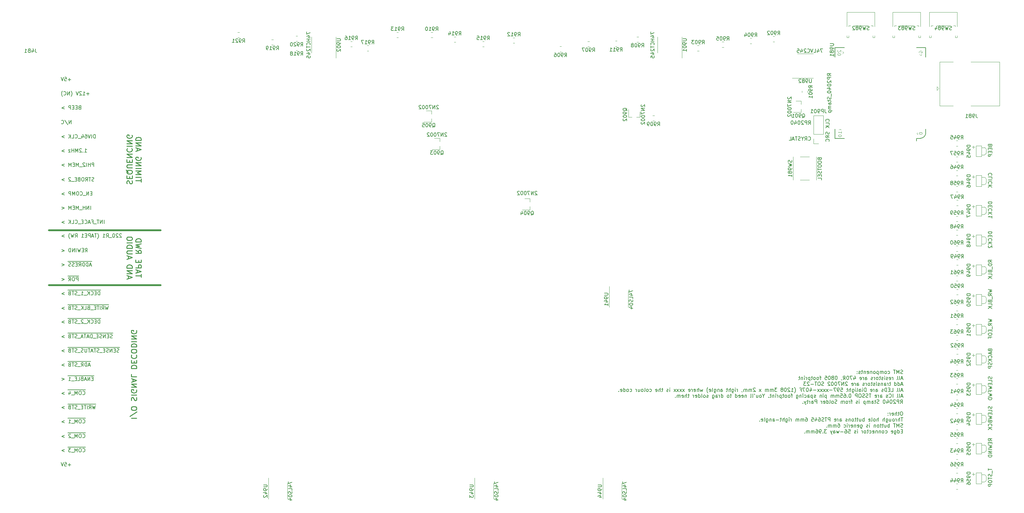
<source format=gbo>
G04 #@! TF.GenerationSoftware,KiCad,Pcbnew,(5.1.12)-1*
G04 #@! TF.CreationDate,2023-03-25T16:08:14+00:00*
G04 #@! TF.ProjectId,Decoder,4465636f-6465-4722-9e6b-696361645f70,1*
G04 #@! TF.SameCoordinates,Original*
G04 #@! TF.FileFunction,Legend,Bot*
G04 #@! TF.FilePolarity,Positive*
%FSLAX46Y46*%
G04 Gerber Fmt 4.6, Leading zero omitted, Abs format (unit mm)*
G04 Created by KiCad (PCBNEW (5.1.12)-1) date 2023-03-25 16:08:14*
%MOMM*%
%LPD*%
G01*
G04 APERTURE LIST*
%ADD10C,0.150000*%
%ADD11C,0.250000*%
%ADD12C,0.500000*%
%ADD13C,0.120000*%
G04 APERTURE END LIST*
D10*
X259554023Y-115344761D02*
X259411166Y-115392380D01*
X259173071Y-115392380D01*
X259077833Y-115344761D01*
X259030214Y-115297142D01*
X258982595Y-115201904D01*
X258982595Y-115106666D01*
X259030214Y-115011428D01*
X259077833Y-114963809D01*
X259173071Y-114916190D01*
X259363547Y-114868571D01*
X259458785Y-114820952D01*
X259506404Y-114773333D01*
X259554023Y-114678095D01*
X259554023Y-114582857D01*
X259506404Y-114487619D01*
X259458785Y-114440000D01*
X259363547Y-114392380D01*
X259125452Y-114392380D01*
X258982595Y-114440000D01*
X258554023Y-115392380D02*
X258554023Y-114392380D01*
X258220690Y-115106666D01*
X257887357Y-114392380D01*
X257887357Y-115392380D01*
X257554023Y-114392380D02*
X256982595Y-114392380D01*
X257268309Y-115392380D02*
X257268309Y-114392380D01*
X255458785Y-115344761D02*
X255554023Y-115392380D01*
X255744500Y-115392380D01*
X255839738Y-115344761D01*
X255887357Y-115297142D01*
X255934976Y-115201904D01*
X255934976Y-114916190D01*
X255887357Y-114820952D01*
X255839738Y-114773333D01*
X255744500Y-114725714D01*
X255554023Y-114725714D01*
X255458785Y-114773333D01*
X254887357Y-115392380D02*
X254982595Y-115344761D01*
X255030214Y-115297142D01*
X255077833Y-115201904D01*
X255077833Y-114916190D01*
X255030214Y-114820952D01*
X254982595Y-114773333D01*
X254887357Y-114725714D01*
X254744500Y-114725714D01*
X254649261Y-114773333D01*
X254601642Y-114820952D01*
X254554023Y-114916190D01*
X254554023Y-115201904D01*
X254601642Y-115297142D01*
X254649261Y-115344761D01*
X254744500Y-115392380D01*
X254887357Y-115392380D01*
X254125452Y-115392380D02*
X254125452Y-114725714D01*
X254125452Y-114820952D02*
X254077833Y-114773333D01*
X253982595Y-114725714D01*
X253839738Y-114725714D01*
X253744500Y-114773333D01*
X253696880Y-114868571D01*
X253696880Y-115392380D01*
X253696880Y-114868571D02*
X253649261Y-114773333D01*
X253554023Y-114725714D01*
X253411166Y-114725714D01*
X253315928Y-114773333D01*
X253268309Y-114868571D01*
X253268309Y-115392380D01*
X252792119Y-114725714D02*
X252792119Y-115725714D01*
X252792119Y-114773333D02*
X252696880Y-114725714D01*
X252506404Y-114725714D01*
X252411166Y-114773333D01*
X252363547Y-114820952D01*
X252315928Y-114916190D01*
X252315928Y-115201904D01*
X252363547Y-115297142D01*
X252411166Y-115344761D01*
X252506404Y-115392380D01*
X252696880Y-115392380D01*
X252792119Y-115344761D01*
X251744500Y-115392380D02*
X251839738Y-115344761D01*
X251887357Y-115297142D01*
X251934976Y-115201904D01*
X251934976Y-114916190D01*
X251887357Y-114820952D01*
X251839738Y-114773333D01*
X251744500Y-114725714D01*
X251601642Y-114725714D01*
X251506404Y-114773333D01*
X251458785Y-114820952D01*
X251411166Y-114916190D01*
X251411166Y-115201904D01*
X251458785Y-115297142D01*
X251506404Y-115344761D01*
X251601642Y-115392380D01*
X251744500Y-115392380D01*
X250982595Y-114725714D02*
X250982595Y-115392380D01*
X250982595Y-114820952D02*
X250934976Y-114773333D01*
X250839738Y-114725714D01*
X250696880Y-114725714D01*
X250601642Y-114773333D01*
X250554023Y-114868571D01*
X250554023Y-115392380D01*
X249696880Y-115344761D02*
X249792119Y-115392380D01*
X249982595Y-115392380D01*
X250077833Y-115344761D01*
X250125452Y-115249523D01*
X250125452Y-114868571D01*
X250077833Y-114773333D01*
X249982595Y-114725714D01*
X249792119Y-114725714D01*
X249696880Y-114773333D01*
X249649261Y-114868571D01*
X249649261Y-114963809D01*
X250125452Y-115059047D01*
X249220690Y-114725714D02*
X249220690Y-115392380D01*
X249220690Y-114820952D02*
X249173071Y-114773333D01*
X249077833Y-114725714D01*
X248934976Y-114725714D01*
X248839738Y-114773333D01*
X248792119Y-114868571D01*
X248792119Y-115392380D01*
X248458785Y-114725714D02*
X248077833Y-114725714D01*
X248315928Y-114392380D02*
X248315928Y-115249523D01*
X248268309Y-115344761D01*
X248173071Y-115392380D01*
X248077833Y-115392380D01*
X247792119Y-115344761D02*
X247696880Y-115392380D01*
X247506404Y-115392380D01*
X247411166Y-115344761D01*
X247363547Y-115249523D01*
X247363547Y-115201904D01*
X247411166Y-115106666D01*
X247506404Y-115059047D01*
X247649261Y-115059047D01*
X247744500Y-115011428D01*
X247792119Y-114916190D01*
X247792119Y-114868571D01*
X247744500Y-114773333D01*
X247649261Y-114725714D01*
X247506404Y-114725714D01*
X247411166Y-114773333D01*
X246934976Y-115297142D02*
X246887357Y-115344761D01*
X246934976Y-115392380D01*
X246982595Y-115344761D01*
X246934976Y-115297142D01*
X246934976Y-115392380D01*
X246934976Y-114773333D02*
X246887357Y-114820952D01*
X246934976Y-114868571D01*
X246982595Y-114820952D01*
X246934976Y-114773333D01*
X246934976Y-114868571D01*
X259554023Y-116756666D02*
X259077833Y-116756666D01*
X259649261Y-117042380D02*
X259315928Y-116042380D01*
X258982595Y-117042380D01*
X258506404Y-117042380D02*
X258601642Y-116994761D01*
X258649261Y-116899523D01*
X258649261Y-116042380D01*
X257982595Y-117042380D02*
X258077833Y-116994761D01*
X258125452Y-116899523D01*
X258125452Y-116042380D01*
X256839738Y-117042380D02*
X256839738Y-116375714D01*
X256839738Y-116566190D02*
X256792119Y-116470952D01*
X256744500Y-116423333D01*
X256649261Y-116375714D01*
X256554023Y-116375714D01*
X255839738Y-116994761D02*
X255934976Y-117042380D01*
X256125452Y-117042380D01*
X256220690Y-116994761D01*
X256268309Y-116899523D01*
X256268309Y-116518571D01*
X256220690Y-116423333D01*
X256125452Y-116375714D01*
X255934976Y-116375714D01*
X255839738Y-116423333D01*
X255792119Y-116518571D01*
X255792119Y-116613809D01*
X256268309Y-116709047D01*
X255411166Y-116994761D02*
X255315928Y-117042380D01*
X255125452Y-117042380D01*
X255030214Y-116994761D01*
X254982595Y-116899523D01*
X254982595Y-116851904D01*
X255030214Y-116756666D01*
X255125452Y-116709047D01*
X255268309Y-116709047D01*
X255363547Y-116661428D01*
X255411166Y-116566190D01*
X255411166Y-116518571D01*
X255363547Y-116423333D01*
X255268309Y-116375714D01*
X255125452Y-116375714D01*
X255030214Y-116423333D01*
X254554023Y-117042380D02*
X254554023Y-116375714D01*
X254554023Y-116042380D02*
X254601642Y-116090000D01*
X254554023Y-116137619D01*
X254506404Y-116090000D01*
X254554023Y-116042380D01*
X254554023Y-116137619D01*
X254125452Y-116994761D02*
X254030214Y-117042380D01*
X253839738Y-117042380D01*
X253744500Y-116994761D01*
X253696880Y-116899523D01*
X253696880Y-116851904D01*
X253744500Y-116756666D01*
X253839738Y-116709047D01*
X253982595Y-116709047D01*
X254077833Y-116661428D01*
X254125452Y-116566190D01*
X254125452Y-116518571D01*
X254077833Y-116423333D01*
X253982595Y-116375714D01*
X253839738Y-116375714D01*
X253744500Y-116423333D01*
X253411166Y-116375714D02*
X253030214Y-116375714D01*
X253268309Y-116042380D02*
X253268309Y-116899523D01*
X253220690Y-116994761D01*
X253125452Y-117042380D01*
X253030214Y-117042380D01*
X252554023Y-117042380D02*
X252649261Y-116994761D01*
X252696880Y-116947142D01*
X252744500Y-116851904D01*
X252744500Y-116566190D01*
X252696880Y-116470952D01*
X252649261Y-116423333D01*
X252554023Y-116375714D01*
X252411166Y-116375714D01*
X252315928Y-116423333D01*
X252268309Y-116470952D01*
X252220690Y-116566190D01*
X252220690Y-116851904D01*
X252268309Y-116947142D01*
X252315928Y-116994761D01*
X252411166Y-117042380D01*
X252554023Y-117042380D01*
X251792119Y-117042380D02*
X251792119Y-116375714D01*
X251792119Y-116566190D02*
X251744500Y-116470952D01*
X251696880Y-116423333D01*
X251601642Y-116375714D01*
X251506404Y-116375714D01*
X251220690Y-116994761D02*
X251125452Y-117042380D01*
X250934976Y-117042380D01*
X250839738Y-116994761D01*
X250792119Y-116899523D01*
X250792119Y-116851904D01*
X250839738Y-116756666D01*
X250934976Y-116709047D01*
X251077833Y-116709047D01*
X251173071Y-116661428D01*
X251220690Y-116566190D01*
X251220690Y-116518571D01*
X251173071Y-116423333D01*
X251077833Y-116375714D01*
X250934976Y-116375714D01*
X250839738Y-116423333D01*
X249173071Y-117042380D02*
X249173071Y-116518571D01*
X249220690Y-116423333D01*
X249315928Y-116375714D01*
X249506404Y-116375714D01*
X249601642Y-116423333D01*
X249173071Y-116994761D02*
X249268309Y-117042380D01*
X249506404Y-117042380D01*
X249601642Y-116994761D01*
X249649261Y-116899523D01*
X249649261Y-116804285D01*
X249601642Y-116709047D01*
X249506404Y-116661428D01*
X249268309Y-116661428D01*
X249173071Y-116613809D01*
X248696880Y-117042380D02*
X248696880Y-116375714D01*
X248696880Y-116566190D02*
X248649261Y-116470952D01*
X248601642Y-116423333D01*
X248506404Y-116375714D01*
X248411166Y-116375714D01*
X247696880Y-116994761D02*
X247792119Y-117042380D01*
X247982595Y-117042380D01*
X248077833Y-116994761D01*
X248125452Y-116899523D01*
X248125452Y-116518571D01*
X248077833Y-116423333D01*
X247982595Y-116375714D01*
X247792119Y-116375714D01*
X247696880Y-116423333D01*
X247649261Y-116518571D01*
X247649261Y-116613809D01*
X248125452Y-116709047D01*
X246030214Y-116375714D02*
X246030214Y-117042380D01*
X246268309Y-115994761D02*
X246506404Y-116709047D01*
X245887357Y-116709047D01*
X245601642Y-116042380D02*
X244934976Y-116042380D01*
X245363547Y-117042380D01*
X244363547Y-116042380D02*
X244268309Y-116042380D01*
X244173071Y-116090000D01*
X244125452Y-116137619D01*
X244077833Y-116232857D01*
X244030214Y-116423333D01*
X244030214Y-116661428D01*
X244077833Y-116851904D01*
X244125452Y-116947142D01*
X244173071Y-116994761D01*
X244268309Y-117042380D01*
X244363547Y-117042380D01*
X244458785Y-116994761D01*
X244506404Y-116947142D01*
X244554023Y-116851904D01*
X244601642Y-116661428D01*
X244601642Y-116423333D01*
X244554023Y-116232857D01*
X244506404Y-116137619D01*
X244458785Y-116090000D01*
X244363547Y-116042380D01*
X243030214Y-117042380D02*
X243363547Y-116566190D01*
X243601642Y-117042380D02*
X243601642Y-116042380D01*
X243220690Y-116042380D01*
X243125452Y-116090000D01*
X243077833Y-116137619D01*
X243030214Y-116232857D01*
X243030214Y-116375714D01*
X243077833Y-116470952D01*
X243125452Y-116518571D01*
X243220690Y-116566190D01*
X243601642Y-116566190D01*
X242554023Y-116994761D02*
X242554023Y-117042380D01*
X242601642Y-117137619D01*
X242649261Y-117185238D01*
X241173071Y-116042380D02*
X241077833Y-116042380D01*
X240982595Y-116090000D01*
X240934976Y-116137619D01*
X240887357Y-116232857D01*
X240839738Y-116423333D01*
X240839738Y-116661428D01*
X240887357Y-116851904D01*
X240934976Y-116947142D01*
X240982595Y-116994761D01*
X241077833Y-117042380D01*
X241173071Y-117042380D01*
X241268309Y-116994761D01*
X241315928Y-116947142D01*
X241363547Y-116851904D01*
X241411166Y-116661428D01*
X241411166Y-116423333D01*
X241363547Y-116232857D01*
X241315928Y-116137619D01*
X241268309Y-116090000D01*
X241173071Y-116042380D01*
X240268309Y-116470952D02*
X240363547Y-116423333D01*
X240411166Y-116375714D01*
X240458785Y-116280476D01*
X240458785Y-116232857D01*
X240411166Y-116137619D01*
X240363547Y-116090000D01*
X240268309Y-116042380D01*
X240077833Y-116042380D01*
X239982595Y-116090000D01*
X239934976Y-116137619D01*
X239887357Y-116232857D01*
X239887357Y-116280476D01*
X239934976Y-116375714D01*
X239982595Y-116423333D01*
X240077833Y-116470952D01*
X240268309Y-116470952D01*
X240363547Y-116518571D01*
X240411166Y-116566190D01*
X240458785Y-116661428D01*
X240458785Y-116851904D01*
X240411166Y-116947142D01*
X240363547Y-116994761D01*
X240268309Y-117042380D01*
X240077833Y-117042380D01*
X239982595Y-116994761D01*
X239934976Y-116947142D01*
X239887357Y-116851904D01*
X239887357Y-116661428D01*
X239934976Y-116566190D01*
X239982595Y-116518571D01*
X240077833Y-116470952D01*
X239268309Y-116042380D02*
X239173071Y-116042380D01*
X239077833Y-116090000D01*
X239030214Y-116137619D01*
X238982595Y-116232857D01*
X238934976Y-116423333D01*
X238934976Y-116661428D01*
X238982595Y-116851904D01*
X239030214Y-116947142D01*
X239077833Y-116994761D01*
X239173071Y-117042380D01*
X239268309Y-117042380D01*
X239363547Y-116994761D01*
X239411166Y-116947142D01*
X239458785Y-116851904D01*
X239506404Y-116661428D01*
X239506404Y-116423333D01*
X239458785Y-116232857D01*
X239411166Y-116137619D01*
X239363547Y-116090000D01*
X239268309Y-116042380D01*
X238030214Y-116042380D02*
X238506404Y-116042380D01*
X238554023Y-116518571D01*
X238506404Y-116470952D01*
X238411166Y-116423333D01*
X238173071Y-116423333D01*
X238077833Y-116470952D01*
X238030214Y-116518571D01*
X237982595Y-116613809D01*
X237982595Y-116851904D01*
X238030214Y-116947142D01*
X238077833Y-116994761D01*
X238173071Y-117042380D01*
X238411166Y-117042380D01*
X238506404Y-116994761D01*
X238554023Y-116947142D01*
X236934976Y-116375714D02*
X236554023Y-116375714D01*
X236792119Y-117042380D02*
X236792119Y-116185238D01*
X236744500Y-116090000D01*
X236649261Y-116042380D01*
X236554023Y-116042380D01*
X236077833Y-117042380D02*
X236173071Y-116994761D01*
X236220690Y-116947142D01*
X236268309Y-116851904D01*
X236268309Y-116566190D01*
X236220690Y-116470952D01*
X236173071Y-116423333D01*
X236077833Y-116375714D01*
X235934976Y-116375714D01*
X235839738Y-116423333D01*
X235792119Y-116470952D01*
X235744500Y-116566190D01*
X235744500Y-116851904D01*
X235792119Y-116947142D01*
X235839738Y-116994761D01*
X235934976Y-117042380D01*
X236077833Y-117042380D01*
X235173071Y-117042380D02*
X235268309Y-116994761D01*
X235315928Y-116947142D01*
X235363547Y-116851904D01*
X235363547Y-116566190D01*
X235315928Y-116470952D01*
X235268309Y-116423333D01*
X235173071Y-116375714D01*
X235030214Y-116375714D01*
X234934976Y-116423333D01*
X234887357Y-116470952D01*
X234839738Y-116566190D01*
X234839738Y-116851904D01*
X234887357Y-116947142D01*
X234934976Y-116994761D01*
X235030214Y-117042380D01*
X235173071Y-117042380D01*
X234554023Y-116375714D02*
X234173071Y-116375714D01*
X234411166Y-116042380D02*
X234411166Y-116899523D01*
X234363547Y-116994761D01*
X234268309Y-117042380D01*
X234173071Y-117042380D01*
X233839738Y-116375714D02*
X233839738Y-117375714D01*
X233839738Y-116423333D02*
X233744500Y-116375714D01*
X233554023Y-116375714D01*
X233458785Y-116423333D01*
X233411166Y-116470952D01*
X233363547Y-116566190D01*
X233363547Y-116851904D01*
X233411166Y-116947142D01*
X233458785Y-116994761D01*
X233554023Y-117042380D01*
X233744500Y-117042380D01*
X233839738Y-116994761D01*
X232934976Y-117042380D02*
X232934976Y-116375714D01*
X232934976Y-116566190D02*
X232887357Y-116470952D01*
X232839738Y-116423333D01*
X232744500Y-116375714D01*
X232649261Y-116375714D01*
X232315928Y-117042380D02*
X232315928Y-116375714D01*
X232315928Y-116042380D02*
X232363547Y-116090000D01*
X232315928Y-116137619D01*
X232268309Y-116090000D01*
X232315928Y-116042380D01*
X232315928Y-116137619D01*
X231839738Y-116375714D02*
X231839738Y-117042380D01*
X231839738Y-116470952D02*
X231792119Y-116423333D01*
X231696880Y-116375714D01*
X231554023Y-116375714D01*
X231458785Y-116423333D01*
X231411166Y-116518571D01*
X231411166Y-117042380D01*
X231077833Y-116375714D02*
X230696880Y-116375714D01*
X230934976Y-116042380D02*
X230934976Y-116899523D01*
X230887357Y-116994761D01*
X230792119Y-117042380D01*
X230696880Y-117042380D01*
X259554023Y-118406666D02*
X259077833Y-118406666D01*
X259649261Y-118692380D02*
X259315928Y-117692380D01*
X258982595Y-118692380D01*
X258220690Y-118692380D02*
X258220690Y-117692380D01*
X258220690Y-118644761D02*
X258315928Y-118692380D01*
X258506404Y-118692380D01*
X258601642Y-118644761D01*
X258649261Y-118597142D01*
X258696880Y-118501904D01*
X258696880Y-118216190D01*
X258649261Y-118120952D01*
X258601642Y-118073333D01*
X258506404Y-118025714D01*
X258315928Y-118025714D01*
X258220690Y-118073333D01*
X257315928Y-118692380D02*
X257315928Y-117692380D01*
X257315928Y-118644761D02*
X257411166Y-118692380D01*
X257601642Y-118692380D01*
X257696880Y-118644761D01*
X257744500Y-118597142D01*
X257792119Y-118501904D01*
X257792119Y-118216190D01*
X257744500Y-118120952D01*
X257696880Y-118073333D01*
X257601642Y-118025714D01*
X257411166Y-118025714D01*
X257315928Y-118073333D01*
X256220690Y-118025714D02*
X255839738Y-118025714D01*
X256077833Y-117692380D02*
X256077833Y-118549523D01*
X256030214Y-118644761D01*
X255934976Y-118692380D01*
X255839738Y-118692380D01*
X255506404Y-118692380D02*
X255506404Y-118025714D01*
X255506404Y-118216190D02*
X255458785Y-118120952D01*
X255411166Y-118073333D01*
X255315928Y-118025714D01*
X255220690Y-118025714D01*
X254458785Y-118692380D02*
X254458785Y-118168571D01*
X254506404Y-118073333D01*
X254601642Y-118025714D01*
X254792119Y-118025714D01*
X254887357Y-118073333D01*
X254458785Y-118644761D02*
X254554023Y-118692380D01*
X254792119Y-118692380D01*
X254887357Y-118644761D01*
X254934976Y-118549523D01*
X254934976Y-118454285D01*
X254887357Y-118359047D01*
X254792119Y-118311428D01*
X254554023Y-118311428D01*
X254458785Y-118263809D01*
X253982595Y-118025714D02*
X253982595Y-118692380D01*
X253982595Y-118120952D02*
X253934976Y-118073333D01*
X253839738Y-118025714D01*
X253696880Y-118025714D01*
X253601642Y-118073333D01*
X253554023Y-118168571D01*
X253554023Y-118692380D01*
X253125452Y-118644761D02*
X253030214Y-118692380D01*
X252839738Y-118692380D01*
X252744500Y-118644761D01*
X252696880Y-118549523D01*
X252696880Y-118501904D01*
X252744500Y-118406666D01*
X252839738Y-118359047D01*
X252982595Y-118359047D01*
X253077833Y-118311428D01*
X253125452Y-118216190D01*
X253125452Y-118168571D01*
X253077833Y-118073333D01*
X252982595Y-118025714D01*
X252839738Y-118025714D01*
X252744500Y-118073333D01*
X252268309Y-118692380D02*
X252268309Y-118025714D01*
X252268309Y-117692380D02*
X252315928Y-117740000D01*
X252268309Y-117787619D01*
X252220690Y-117740000D01*
X252268309Y-117692380D01*
X252268309Y-117787619D01*
X251839738Y-118644761D02*
X251744500Y-118692380D01*
X251554023Y-118692380D01*
X251458785Y-118644761D01*
X251411166Y-118549523D01*
X251411166Y-118501904D01*
X251458785Y-118406666D01*
X251554023Y-118359047D01*
X251696880Y-118359047D01*
X251792119Y-118311428D01*
X251839738Y-118216190D01*
X251839738Y-118168571D01*
X251792119Y-118073333D01*
X251696880Y-118025714D01*
X251554023Y-118025714D01*
X251458785Y-118073333D01*
X251125452Y-118025714D02*
X250744500Y-118025714D01*
X250982595Y-117692380D02*
X250982595Y-118549523D01*
X250934976Y-118644761D01*
X250839738Y-118692380D01*
X250744500Y-118692380D01*
X250268309Y-118692380D02*
X250363547Y-118644761D01*
X250411166Y-118597142D01*
X250458785Y-118501904D01*
X250458785Y-118216190D01*
X250411166Y-118120952D01*
X250363547Y-118073333D01*
X250268309Y-118025714D01*
X250125452Y-118025714D01*
X250030214Y-118073333D01*
X249982595Y-118120952D01*
X249934976Y-118216190D01*
X249934976Y-118501904D01*
X249982595Y-118597142D01*
X250030214Y-118644761D01*
X250125452Y-118692380D01*
X250268309Y-118692380D01*
X249506404Y-118692380D02*
X249506404Y-118025714D01*
X249506404Y-118216190D02*
X249458785Y-118120952D01*
X249411166Y-118073333D01*
X249315928Y-118025714D01*
X249220690Y-118025714D01*
X248934976Y-118644761D02*
X248839738Y-118692380D01*
X248649261Y-118692380D01*
X248554023Y-118644761D01*
X248506404Y-118549523D01*
X248506404Y-118501904D01*
X248554023Y-118406666D01*
X248649261Y-118359047D01*
X248792119Y-118359047D01*
X248887357Y-118311428D01*
X248934976Y-118216190D01*
X248934976Y-118168571D01*
X248887357Y-118073333D01*
X248792119Y-118025714D01*
X248649261Y-118025714D01*
X248554023Y-118073333D01*
X246887357Y-118692380D02*
X246887357Y-118168571D01*
X246934976Y-118073333D01*
X247030214Y-118025714D01*
X247220690Y-118025714D01*
X247315928Y-118073333D01*
X246887357Y-118644761D02*
X246982595Y-118692380D01*
X247220690Y-118692380D01*
X247315928Y-118644761D01*
X247363547Y-118549523D01*
X247363547Y-118454285D01*
X247315928Y-118359047D01*
X247220690Y-118311428D01*
X246982595Y-118311428D01*
X246887357Y-118263809D01*
X246411166Y-118692380D02*
X246411166Y-118025714D01*
X246411166Y-118216190D02*
X246363547Y-118120952D01*
X246315928Y-118073333D01*
X246220690Y-118025714D01*
X246125452Y-118025714D01*
X245411166Y-118644761D02*
X245506404Y-118692380D01*
X245696880Y-118692380D01*
X245792119Y-118644761D01*
X245839738Y-118549523D01*
X245839738Y-118168571D01*
X245792119Y-118073333D01*
X245696880Y-118025714D01*
X245506404Y-118025714D01*
X245411166Y-118073333D01*
X245363547Y-118168571D01*
X245363547Y-118263809D01*
X245839738Y-118359047D01*
X244220690Y-117787619D02*
X244173071Y-117740000D01*
X244077833Y-117692380D01*
X243839738Y-117692380D01*
X243744500Y-117740000D01*
X243696880Y-117787619D01*
X243649261Y-117882857D01*
X243649261Y-117978095D01*
X243696880Y-118120952D01*
X244268309Y-118692380D01*
X243649261Y-118692380D01*
X243220690Y-118692380D02*
X243220690Y-117692380D01*
X242649261Y-118692380D01*
X242649261Y-117692380D01*
X242268309Y-117692380D02*
X241601642Y-117692380D01*
X242030214Y-118692380D01*
X241030214Y-117692380D02*
X240934976Y-117692380D01*
X240839738Y-117740000D01*
X240792119Y-117787619D01*
X240744500Y-117882857D01*
X240696880Y-118073333D01*
X240696880Y-118311428D01*
X240744500Y-118501904D01*
X240792119Y-118597142D01*
X240839738Y-118644761D01*
X240934976Y-118692380D01*
X241030214Y-118692380D01*
X241125452Y-118644761D01*
X241173071Y-118597142D01*
X241220690Y-118501904D01*
X241268309Y-118311428D01*
X241268309Y-118073333D01*
X241220690Y-117882857D01*
X241173071Y-117787619D01*
X241125452Y-117740000D01*
X241030214Y-117692380D01*
X240077833Y-117692380D02*
X239982595Y-117692380D01*
X239887357Y-117740000D01*
X239839738Y-117787619D01*
X239792119Y-117882857D01*
X239744500Y-118073333D01*
X239744500Y-118311428D01*
X239792119Y-118501904D01*
X239839738Y-118597142D01*
X239887357Y-118644761D01*
X239982595Y-118692380D01*
X240077833Y-118692380D01*
X240173071Y-118644761D01*
X240220690Y-118597142D01*
X240268309Y-118501904D01*
X240315928Y-118311428D01*
X240315928Y-118073333D01*
X240268309Y-117882857D01*
X240220690Y-117787619D01*
X240173071Y-117740000D01*
X240077833Y-117692380D01*
X239363547Y-117787619D02*
X239315928Y-117740000D01*
X239220690Y-117692380D01*
X238982595Y-117692380D01*
X238887357Y-117740000D01*
X238839738Y-117787619D01*
X238792119Y-117882857D01*
X238792119Y-117978095D01*
X238839738Y-118120952D01*
X239411166Y-118692380D01*
X238792119Y-118692380D01*
X237649261Y-118644761D02*
X237506404Y-118692380D01*
X237268309Y-118692380D01*
X237173071Y-118644761D01*
X237125452Y-118597142D01*
X237077833Y-118501904D01*
X237077833Y-118406666D01*
X237125452Y-118311428D01*
X237173071Y-118263809D01*
X237268309Y-118216190D01*
X237458785Y-118168571D01*
X237554023Y-118120952D01*
X237601642Y-118073333D01*
X237649261Y-117978095D01*
X237649261Y-117882857D01*
X237601642Y-117787619D01*
X237554023Y-117740000D01*
X237458785Y-117692380D01*
X237220690Y-117692380D01*
X237077833Y-117740000D01*
X236458785Y-117692380D02*
X236268309Y-117692380D01*
X236173071Y-117740000D01*
X236077833Y-117835238D01*
X236030214Y-118025714D01*
X236030214Y-118359047D01*
X236077833Y-118549523D01*
X236173071Y-118644761D01*
X236268309Y-118692380D01*
X236458785Y-118692380D01*
X236554023Y-118644761D01*
X236649261Y-118549523D01*
X236696880Y-118359047D01*
X236696880Y-118025714D01*
X236649261Y-117835238D01*
X236554023Y-117740000D01*
X236458785Y-117692380D01*
X235744500Y-117692380D02*
X235173071Y-117692380D01*
X235458785Y-118692380D02*
X235458785Y-117692380D01*
X234839738Y-118311428D02*
X234077833Y-118311428D01*
X233649261Y-117787619D02*
X233601642Y-117740000D01*
X233506404Y-117692380D01*
X233268309Y-117692380D01*
X233173071Y-117740000D01*
X233125452Y-117787619D01*
X233077833Y-117882857D01*
X233077833Y-117978095D01*
X233125452Y-118120952D01*
X233696880Y-118692380D01*
X233077833Y-118692380D01*
X232744500Y-117692380D02*
X232125452Y-117692380D01*
X232458785Y-118073333D01*
X232315928Y-118073333D01*
X232220690Y-118120952D01*
X232173071Y-118168571D01*
X232125452Y-118263809D01*
X232125452Y-118501904D01*
X232173071Y-118597142D01*
X232220690Y-118644761D01*
X232315928Y-118692380D01*
X232601642Y-118692380D01*
X232696880Y-118644761D01*
X232744500Y-118597142D01*
X259554023Y-120056666D02*
X259077833Y-120056666D01*
X259649261Y-120342380D02*
X259315928Y-119342380D01*
X258982595Y-120342380D01*
X258506404Y-120342380D02*
X258601642Y-120294761D01*
X258649261Y-120199523D01*
X258649261Y-119342380D01*
X257982595Y-120342380D02*
X258077833Y-120294761D01*
X258125452Y-120199523D01*
X258125452Y-119342380D01*
X256363547Y-120342380D02*
X256839738Y-120342380D01*
X256839738Y-119342380D01*
X256030214Y-119818571D02*
X255696880Y-119818571D01*
X255554023Y-120342380D02*
X256030214Y-120342380D01*
X256030214Y-119342380D01*
X255554023Y-119342380D01*
X255125452Y-120342380D02*
X255125452Y-119342380D01*
X254887357Y-119342380D01*
X254744500Y-119390000D01*
X254649261Y-119485238D01*
X254601642Y-119580476D01*
X254554023Y-119770952D01*
X254554023Y-119913809D01*
X254601642Y-120104285D01*
X254649261Y-120199523D01*
X254744500Y-120294761D01*
X254887357Y-120342380D01*
X255125452Y-120342380D01*
X254173071Y-120294761D02*
X254077833Y-120342380D01*
X253887357Y-120342380D01*
X253792119Y-120294761D01*
X253744500Y-120199523D01*
X253744500Y-120151904D01*
X253792119Y-120056666D01*
X253887357Y-120009047D01*
X254030214Y-120009047D01*
X254125452Y-119961428D01*
X254173071Y-119866190D01*
X254173071Y-119818571D01*
X254125452Y-119723333D01*
X254030214Y-119675714D01*
X253887357Y-119675714D01*
X253792119Y-119723333D01*
X252125452Y-120342380D02*
X252125452Y-119818571D01*
X252173071Y-119723333D01*
X252268309Y-119675714D01*
X252458785Y-119675714D01*
X252554023Y-119723333D01*
X252125452Y-120294761D02*
X252220690Y-120342380D01*
X252458785Y-120342380D01*
X252554023Y-120294761D01*
X252601642Y-120199523D01*
X252601642Y-120104285D01*
X252554023Y-120009047D01*
X252458785Y-119961428D01*
X252220690Y-119961428D01*
X252125452Y-119913809D01*
X251649261Y-120342380D02*
X251649261Y-119675714D01*
X251649261Y-119866190D02*
X251601642Y-119770952D01*
X251554023Y-119723333D01*
X251458785Y-119675714D01*
X251363547Y-119675714D01*
X250649261Y-120294761D02*
X250744500Y-120342380D01*
X250934976Y-120342380D01*
X251030214Y-120294761D01*
X251077833Y-120199523D01*
X251077833Y-119818571D01*
X251030214Y-119723333D01*
X250934976Y-119675714D01*
X250744500Y-119675714D01*
X250649261Y-119723333D01*
X250601642Y-119818571D01*
X250601642Y-119913809D01*
X251077833Y-120009047D01*
X249411166Y-120342380D02*
X249411166Y-119342380D01*
X249173071Y-119342380D01*
X249030214Y-119390000D01*
X248934976Y-119485238D01*
X248887357Y-119580476D01*
X248839738Y-119770952D01*
X248839738Y-119913809D01*
X248887357Y-120104285D01*
X248934976Y-120199523D01*
X249030214Y-120294761D01*
X249173071Y-120342380D01*
X249411166Y-120342380D01*
X248411166Y-120342380D02*
X248411166Y-119675714D01*
X248411166Y-119342380D02*
X248458785Y-119390000D01*
X248411166Y-119437619D01*
X248363547Y-119390000D01*
X248411166Y-119342380D01*
X248411166Y-119437619D01*
X247506404Y-120342380D02*
X247506404Y-119818571D01*
X247554023Y-119723333D01*
X247649261Y-119675714D01*
X247839738Y-119675714D01*
X247934976Y-119723333D01*
X247506404Y-120294761D02*
X247601642Y-120342380D01*
X247839738Y-120342380D01*
X247934976Y-120294761D01*
X247982595Y-120199523D01*
X247982595Y-120104285D01*
X247934976Y-120009047D01*
X247839738Y-119961428D01*
X247601642Y-119961428D01*
X247506404Y-119913809D01*
X246887357Y-120342380D02*
X246982595Y-120294761D01*
X247030214Y-120199523D01*
X247030214Y-119342380D01*
X246506404Y-120342380D02*
X246506404Y-119675714D01*
X246506404Y-119342380D02*
X246554023Y-119390000D01*
X246506404Y-119437619D01*
X246458785Y-119390000D01*
X246506404Y-119342380D01*
X246506404Y-119437619D01*
X245601642Y-119675714D02*
X245601642Y-120485238D01*
X245649261Y-120580476D01*
X245696880Y-120628095D01*
X245792119Y-120675714D01*
X245934976Y-120675714D01*
X246030214Y-120628095D01*
X245601642Y-120294761D02*
X245696880Y-120342380D01*
X245887357Y-120342380D01*
X245982595Y-120294761D01*
X246030214Y-120247142D01*
X246077833Y-120151904D01*
X246077833Y-119866190D01*
X246030214Y-119770952D01*
X245982595Y-119723333D01*
X245887357Y-119675714D01*
X245696880Y-119675714D01*
X245601642Y-119723333D01*
X245125452Y-120342380D02*
X245125452Y-119342380D01*
X244696880Y-120342380D02*
X244696880Y-119818571D01*
X244744500Y-119723333D01*
X244839738Y-119675714D01*
X244982595Y-119675714D01*
X245077833Y-119723333D01*
X245125452Y-119770952D01*
X244363547Y-119675714D02*
X243982595Y-119675714D01*
X244220690Y-119342380D02*
X244220690Y-120199523D01*
X244173071Y-120294761D01*
X244077833Y-120342380D01*
X243982595Y-120342380D01*
X242411166Y-119342380D02*
X242887357Y-119342380D01*
X242934976Y-119818571D01*
X242887357Y-119770952D01*
X242792119Y-119723333D01*
X242554023Y-119723333D01*
X242458785Y-119770952D01*
X242411166Y-119818571D01*
X242363547Y-119913809D01*
X242363547Y-120151904D01*
X242411166Y-120247142D01*
X242458785Y-120294761D01*
X242554023Y-120342380D01*
X242792119Y-120342380D01*
X242887357Y-120294761D01*
X242934976Y-120247142D01*
X241887357Y-120342380D02*
X241696880Y-120342380D01*
X241601642Y-120294761D01*
X241554023Y-120247142D01*
X241458785Y-120104285D01*
X241411166Y-119913809D01*
X241411166Y-119532857D01*
X241458785Y-119437619D01*
X241506404Y-119390000D01*
X241601642Y-119342380D01*
X241792119Y-119342380D01*
X241887357Y-119390000D01*
X241934976Y-119437619D01*
X241982595Y-119532857D01*
X241982595Y-119770952D01*
X241934976Y-119866190D01*
X241887357Y-119913809D01*
X241792119Y-119961428D01*
X241601642Y-119961428D01*
X241506404Y-119913809D01*
X241458785Y-119866190D01*
X241411166Y-119770952D01*
X241077833Y-119342380D02*
X240411166Y-119342380D01*
X240839738Y-120342380D01*
X240030214Y-119961428D02*
X239268309Y-119961428D01*
X238887357Y-120342380D02*
X238363547Y-119675714D01*
X238887357Y-119675714D02*
X238363547Y-120342380D01*
X238077833Y-120342380D02*
X237554023Y-119675714D01*
X238077833Y-119675714D02*
X237554023Y-120342380D01*
X237268309Y-120342380D02*
X236744500Y-119675714D01*
X237268309Y-119675714D02*
X236744500Y-120342380D01*
X236458785Y-120342380D02*
X235934976Y-119675714D01*
X236458785Y-119675714D02*
X235934976Y-120342380D01*
X235554023Y-119961428D02*
X234792119Y-119961428D01*
X233887357Y-119675714D02*
X233887357Y-120342380D01*
X234125452Y-119294761D02*
X234363547Y-120009047D01*
X233744500Y-120009047D01*
X233173071Y-119342380D02*
X233077833Y-119342380D01*
X232982595Y-119390000D01*
X232934976Y-119437619D01*
X232887357Y-119532857D01*
X232839738Y-119723333D01*
X232839738Y-119961428D01*
X232887357Y-120151904D01*
X232934976Y-120247142D01*
X232982595Y-120294761D01*
X233077833Y-120342380D01*
X233173071Y-120342380D01*
X233268309Y-120294761D01*
X233315928Y-120247142D01*
X233363547Y-120151904D01*
X233411166Y-119961428D01*
X233411166Y-119723333D01*
X233363547Y-119532857D01*
X233315928Y-119437619D01*
X233268309Y-119390000D01*
X233173071Y-119342380D01*
X232506404Y-119342380D02*
X231839738Y-119342380D01*
X232268309Y-120342380D01*
X231125452Y-119818571D02*
X231458785Y-119818571D01*
X231458785Y-120342380D02*
X231458785Y-119342380D01*
X230982595Y-119342380D01*
X229554023Y-120723333D02*
X229601642Y-120675714D01*
X229696880Y-120532857D01*
X229744500Y-120437619D01*
X229792119Y-120294761D01*
X229839738Y-120056666D01*
X229839738Y-119866190D01*
X229792119Y-119628095D01*
X229744500Y-119485238D01*
X229696880Y-119390000D01*
X229601642Y-119247142D01*
X229554023Y-119199523D01*
X228649261Y-120342380D02*
X229220690Y-120342380D01*
X228934976Y-120342380D02*
X228934976Y-119342380D01*
X229030214Y-119485238D01*
X229125452Y-119580476D01*
X229220690Y-119628095D01*
X228268309Y-119437619D02*
X228220690Y-119390000D01*
X228125452Y-119342380D01*
X227887357Y-119342380D01*
X227792119Y-119390000D01*
X227744500Y-119437619D01*
X227696880Y-119532857D01*
X227696880Y-119628095D01*
X227744500Y-119770952D01*
X228315928Y-120342380D01*
X227696880Y-120342380D01*
X227077833Y-119342380D02*
X226982595Y-119342380D01*
X226887357Y-119390000D01*
X226839738Y-119437619D01*
X226792119Y-119532857D01*
X226744500Y-119723333D01*
X226744500Y-119961428D01*
X226792119Y-120151904D01*
X226839738Y-120247142D01*
X226887357Y-120294761D01*
X226982595Y-120342380D01*
X227077833Y-120342380D01*
X227173071Y-120294761D01*
X227220690Y-120247142D01*
X227268309Y-120151904D01*
X227315928Y-119961428D01*
X227315928Y-119723333D01*
X227268309Y-119532857D01*
X227220690Y-119437619D01*
X227173071Y-119390000D01*
X227077833Y-119342380D01*
X226173071Y-119770952D02*
X226268309Y-119723333D01*
X226315928Y-119675714D01*
X226363547Y-119580476D01*
X226363547Y-119532857D01*
X226315928Y-119437619D01*
X226268309Y-119390000D01*
X226173071Y-119342380D01*
X225982595Y-119342380D01*
X225887357Y-119390000D01*
X225839738Y-119437619D01*
X225792119Y-119532857D01*
X225792119Y-119580476D01*
X225839738Y-119675714D01*
X225887357Y-119723333D01*
X225982595Y-119770952D01*
X226173071Y-119770952D01*
X226268309Y-119818571D01*
X226315928Y-119866190D01*
X226363547Y-119961428D01*
X226363547Y-120151904D01*
X226315928Y-120247142D01*
X226268309Y-120294761D01*
X226173071Y-120342380D01*
X225982595Y-120342380D01*
X225887357Y-120294761D01*
X225839738Y-120247142D01*
X225792119Y-120151904D01*
X225792119Y-119961428D01*
X225839738Y-119866190D01*
X225887357Y-119818571D01*
X225982595Y-119770952D01*
X224696880Y-119342380D02*
X224077833Y-119342380D01*
X224411166Y-119723333D01*
X224268309Y-119723333D01*
X224173071Y-119770952D01*
X224125452Y-119818571D01*
X224077833Y-119913809D01*
X224077833Y-120151904D01*
X224125452Y-120247142D01*
X224173071Y-120294761D01*
X224268309Y-120342380D01*
X224554023Y-120342380D01*
X224649261Y-120294761D01*
X224696880Y-120247142D01*
X223649261Y-120342380D02*
X223649261Y-119675714D01*
X223649261Y-119770952D02*
X223601642Y-119723333D01*
X223506404Y-119675714D01*
X223363547Y-119675714D01*
X223268309Y-119723333D01*
X223220690Y-119818571D01*
X223220690Y-120342380D01*
X223220690Y-119818571D02*
X223173071Y-119723333D01*
X223077833Y-119675714D01*
X222934976Y-119675714D01*
X222839738Y-119723333D01*
X222792119Y-119818571D01*
X222792119Y-120342380D01*
X222315928Y-120342380D02*
X222315928Y-119675714D01*
X222315928Y-119770952D02*
X222268309Y-119723333D01*
X222173071Y-119675714D01*
X222030214Y-119675714D01*
X221934976Y-119723333D01*
X221887357Y-119818571D01*
X221887357Y-120342380D01*
X221887357Y-119818571D02*
X221839738Y-119723333D01*
X221744500Y-119675714D01*
X221601642Y-119675714D01*
X221506404Y-119723333D01*
X221458785Y-119818571D01*
X221458785Y-120342380D01*
X220315928Y-120342380D02*
X219792119Y-119675714D01*
X220315928Y-119675714D02*
X219792119Y-120342380D01*
X218696880Y-119437619D02*
X218649261Y-119390000D01*
X218554023Y-119342380D01*
X218315928Y-119342380D01*
X218220690Y-119390000D01*
X218173071Y-119437619D01*
X218125452Y-119532857D01*
X218125452Y-119628095D01*
X218173071Y-119770952D01*
X218744500Y-120342380D01*
X218125452Y-120342380D01*
X217696880Y-120342380D02*
X217696880Y-119675714D01*
X217696880Y-119770952D02*
X217649261Y-119723333D01*
X217554023Y-119675714D01*
X217411166Y-119675714D01*
X217315928Y-119723333D01*
X217268309Y-119818571D01*
X217268309Y-120342380D01*
X217268309Y-119818571D02*
X217220690Y-119723333D01*
X217125452Y-119675714D01*
X216982595Y-119675714D01*
X216887357Y-119723333D01*
X216839738Y-119818571D01*
X216839738Y-120342380D01*
X216363547Y-120342380D02*
X216363547Y-119675714D01*
X216363547Y-119770952D02*
X216315928Y-119723333D01*
X216220690Y-119675714D01*
X216077833Y-119675714D01*
X215982595Y-119723333D01*
X215934976Y-119818571D01*
X215934976Y-120342380D01*
X215934976Y-119818571D02*
X215887357Y-119723333D01*
X215792119Y-119675714D01*
X215649261Y-119675714D01*
X215554023Y-119723333D01*
X215506404Y-119818571D01*
X215506404Y-120342380D01*
X214982595Y-120294761D02*
X214982595Y-120342380D01*
X215030214Y-120437619D01*
X215077833Y-120485238D01*
X213792119Y-120342380D02*
X213792119Y-119675714D01*
X213792119Y-119866190D02*
X213744500Y-119770952D01*
X213696880Y-119723333D01*
X213601642Y-119675714D01*
X213506404Y-119675714D01*
X213173071Y-120342380D02*
X213173071Y-119675714D01*
X213173071Y-119342380D02*
X213220690Y-119390000D01*
X213173071Y-119437619D01*
X213125452Y-119390000D01*
X213173071Y-119342380D01*
X213173071Y-119437619D01*
X212268309Y-119675714D02*
X212268309Y-120485238D01*
X212315928Y-120580476D01*
X212363547Y-120628095D01*
X212458785Y-120675714D01*
X212601642Y-120675714D01*
X212696880Y-120628095D01*
X212268309Y-120294761D02*
X212363547Y-120342380D01*
X212554023Y-120342380D01*
X212649261Y-120294761D01*
X212696880Y-120247142D01*
X212744500Y-120151904D01*
X212744500Y-119866190D01*
X212696880Y-119770952D01*
X212649261Y-119723333D01*
X212554023Y-119675714D01*
X212363547Y-119675714D01*
X212268309Y-119723333D01*
X211792119Y-120342380D02*
X211792119Y-119342380D01*
X211363547Y-120342380D02*
X211363547Y-119818571D01*
X211411166Y-119723333D01*
X211506404Y-119675714D01*
X211649261Y-119675714D01*
X211744500Y-119723333D01*
X211792119Y-119770952D01*
X211030214Y-119675714D02*
X210649261Y-119675714D01*
X210887357Y-119342380D02*
X210887357Y-120199523D01*
X210839738Y-120294761D01*
X210744500Y-120342380D01*
X210649261Y-120342380D01*
X209125452Y-120342380D02*
X209125452Y-119818571D01*
X209173071Y-119723333D01*
X209268309Y-119675714D01*
X209458785Y-119675714D01*
X209554023Y-119723333D01*
X209125452Y-120294761D02*
X209220690Y-120342380D01*
X209458785Y-120342380D01*
X209554023Y-120294761D01*
X209601642Y-120199523D01*
X209601642Y-120104285D01*
X209554023Y-120009047D01*
X209458785Y-119961428D01*
X209220690Y-119961428D01*
X209125452Y-119913809D01*
X208649261Y-119675714D02*
X208649261Y-120342380D01*
X208649261Y-119770952D02*
X208601642Y-119723333D01*
X208506404Y-119675714D01*
X208363547Y-119675714D01*
X208268309Y-119723333D01*
X208220690Y-119818571D01*
X208220690Y-120342380D01*
X207315928Y-119675714D02*
X207315928Y-120485238D01*
X207363547Y-120580476D01*
X207411166Y-120628095D01*
X207506404Y-120675714D01*
X207649261Y-120675714D01*
X207744500Y-120628095D01*
X207315928Y-120294761D02*
X207411166Y-120342380D01*
X207601642Y-120342380D01*
X207696880Y-120294761D01*
X207744500Y-120247142D01*
X207792119Y-120151904D01*
X207792119Y-119866190D01*
X207744500Y-119770952D01*
X207696880Y-119723333D01*
X207601642Y-119675714D01*
X207411166Y-119675714D01*
X207315928Y-119723333D01*
X206696880Y-120342380D02*
X206792119Y-120294761D01*
X206839738Y-120199523D01*
X206839738Y-119342380D01*
X205934976Y-120294761D02*
X206030214Y-120342380D01*
X206220690Y-120342380D01*
X206315928Y-120294761D01*
X206363547Y-120199523D01*
X206363547Y-119818571D01*
X206315928Y-119723333D01*
X206220690Y-119675714D01*
X206030214Y-119675714D01*
X205934976Y-119723333D01*
X205887357Y-119818571D01*
X205887357Y-119913809D01*
X206363547Y-120009047D01*
X205554023Y-120723333D02*
X205506404Y-120675714D01*
X205411166Y-120532857D01*
X205363547Y-120437619D01*
X205315928Y-120294761D01*
X205268309Y-120056666D01*
X205268309Y-119866190D01*
X205315928Y-119628095D01*
X205363547Y-119485238D01*
X205411166Y-119390000D01*
X205506404Y-119247142D01*
X205554023Y-119199523D01*
X204125452Y-119675714D02*
X203934976Y-120342380D01*
X203744500Y-119866190D01*
X203554023Y-120342380D01*
X203363547Y-119675714D01*
X202982595Y-120342380D02*
X202982595Y-119342380D01*
X202554023Y-120342380D02*
X202554023Y-119818571D01*
X202601642Y-119723333D01*
X202696880Y-119675714D01*
X202839738Y-119675714D01*
X202934976Y-119723333D01*
X202982595Y-119770952D01*
X201696880Y-120294761D02*
X201792119Y-120342380D01*
X201982595Y-120342380D01*
X202077833Y-120294761D01*
X202125452Y-120199523D01*
X202125452Y-119818571D01*
X202077833Y-119723333D01*
X201982595Y-119675714D01*
X201792119Y-119675714D01*
X201696880Y-119723333D01*
X201649261Y-119818571D01*
X201649261Y-119913809D01*
X202125452Y-120009047D01*
X201220690Y-120342380D02*
X201220690Y-119675714D01*
X201220690Y-119866190D02*
X201173071Y-119770952D01*
X201125452Y-119723333D01*
X201030214Y-119675714D01*
X200934976Y-119675714D01*
X200220690Y-120294761D02*
X200315928Y-120342380D01*
X200506404Y-120342380D01*
X200601642Y-120294761D01*
X200649261Y-120199523D01*
X200649261Y-119818571D01*
X200601642Y-119723333D01*
X200506404Y-119675714D01*
X200315928Y-119675714D01*
X200220690Y-119723333D01*
X200173071Y-119818571D01*
X200173071Y-119913809D01*
X200649261Y-120009047D01*
X199077833Y-120342380D02*
X198554023Y-119675714D01*
X199077833Y-119675714D02*
X198554023Y-120342380D01*
X198268309Y-120342380D02*
X197744500Y-119675714D01*
X198268309Y-119675714D02*
X197744500Y-120342380D01*
X197458785Y-120342380D02*
X196934976Y-119675714D01*
X197458785Y-119675714D02*
X196934976Y-120342380D01*
X196649261Y-120342380D02*
X196125452Y-119675714D01*
X196649261Y-119675714D02*
X196125452Y-120342380D01*
X194982595Y-120342380D02*
X194982595Y-119675714D01*
X194982595Y-119342380D02*
X195030214Y-119390000D01*
X194982595Y-119437619D01*
X194934976Y-119390000D01*
X194982595Y-119342380D01*
X194982595Y-119437619D01*
X194554023Y-120294761D02*
X194458785Y-120342380D01*
X194268309Y-120342380D01*
X194173071Y-120294761D01*
X194125452Y-120199523D01*
X194125452Y-120151904D01*
X194173071Y-120056666D01*
X194268309Y-120009047D01*
X194411166Y-120009047D01*
X194506404Y-119961428D01*
X194554023Y-119866190D01*
X194554023Y-119818571D01*
X194506404Y-119723333D01*
X194411166Y-119675714D01*
X194268309Y-119675714D01*
X194173071Y-119723333D01*
X193077833Y-119675714D02*
X192696880Y-119675714D01*
X192934976Y-119342380D02*
X192934976Y-120199523D01*
X192887357Y-120294761D01*
X192792119Y-120342380D01*
X192696880Y-120342380D01*
X192363547Y-120342380D02*
X192363547Y-119342380D01*
X191934976Y-120342380D02*
X191934976Y-119818571D01*
X191982595Y-119723333D01*
X192077833Y-119675714D01*
X192220690Y-119675714D01*
X192315928Y-119723333D01*
X192363547Y-119770952D01*
X191077833Y-120294761D02*
X191173071Y-120342380D01*
X191363547Y-120342380D01*
X191458785Y-120294761D01*
X191506404Y-120199523D01*
X191506404Y-119818571D01*
X191458785Y-119723333D01*
X191363547Y-119675714D01*
X191173071Y-119675714D01*
X191077833Y-119723333D01*
X191030214Y-119818571D01*
X191030214Y-119913809D01*
X191506404Y-120009047D01*
X189411166Y-120294761D02*
X189506404Y-120342380D01*
X189696880Y-120342380D01*
X189792119Y-120294761D01*
X189839738Y-120247142D01*
X189887357Y-120151904D01*
X189887357Y-119866190D01*
X189839738Y-119770952D01*
X189792119Y-119723333D01*
X189696880Y-119675714D01*
X189506404Y-119675714D01*
X189411166Y-119723333D01*
X188839738Y-120342380D02*
X188934976Y-120294761D01*
X188982595Y-120247142D01*
X189030214Y-120151904D01*
X189030214Y-119866190D01*
X188982595Y-119770952D01*
X188934976Y-119723333D01*
X188839738Y-119675714D01*
X188696880Y-119675714D01*
X188601642Y-119723333D01*
X188554023Y-119770952D01*
X188506404Y-119866190D01*
X188506404Y-120151904D01*
X188554023Y-120247142D01*
X188601642Y-120294761D01*
X188696880Y-120342380D01*
X188839738Y-120342380D01*
X187934976Y-120342380D02*
X188030214Y-120294761D01*
X188077833Y-120199523D01*
X188077833Y-119342380D01*
X187411166Y-120342380D02*
X187506404Y-120294761D01*
X187554023Y-120247142D01*
X187601642Y-120151904D01*
X187601642Y-119866190D01*
X187554023Y-119770952D01*
X187506404Y-119723333D01*
X187411166Y-119675714D01*
X187268309Y-119675714D01*
X187173071Y-119723333D01*
X187125452Y-119770952D01*
X187077833Y-119866190D01*
X187077833Y-120151904D01*
X187125452Y-120247142D01*
X187173071Y-120294761D01*
X187268309Y-120342380D01*
X187411166Y-120342380D01*
X186220690Y-119675714D02*
X186220690Y-120342380D01*
X186649261Y-119675714D02*
X186649261Y-120199523D01*
X186601642Y-120294761D01*
X186506404Y-120342380D01*
X186363547Y-120342380D01*
X186268309Y-120294761D01*
X186220690Y-120247142D01*
X185744500Y-120342380D02*
X185744500Y-119675714D01*
X185744500Y-119866190D02*
X185696880Y-119770952D01*
X185649261Y-119723333D01*
X185554023Y-119675714D01*
X185458785Y-119675714D01*
X183934976Y-120294761D02*
X184030214Y-120342380D01*
X184220690Y-120342380D01*
X184315928Y-120294761D01*
X184363547Y-120247142D01*
X184411166Y-120151904D01*
X184411166Y-119866190D01*
X184363547Y-119770952D01*
X184315928Y-119723333D01*
X184220690Y-119675714D01*
X184030214Y-119675714D01*
X183934976Y-119723333D01*
X183363547Y-120342380D02*
X183458785Y-120294761D01*
X183506404Y-120247142D01*
X183554023Y-120151904D01*
X183554023Y-119866190D01*
X183506404Y-119770952D01*
X183458785Y-119723333D01*
X183363547Y-119675714D01*
X183220690Y-119675714D01*
X183125452Y-119723333D01*
X183077833Y-119770952D01*
X183030214Y-119866190D01*
X183030214Y-120151904D01*
X183077833Y-120247142D01*
X183125452Y-120294761D01*
X183220690Y-120342380D01*
X183363547Y-120342380D01*
X182173071Y-120342380D02*
X182173071Y-119342380D01*
X182173071Y-120294761D02*
X182268309Y-120342380D01*
X182458785Y-120342380D01*
X182554023Y-120294761D01*
X182601642Y-120247142D01*
X182649261Y-120151904D01*
X182649261Y-119866190D01*
X182601642Y-119770952D01*
X182554023Y-119723333D01*
X182458785Y-119675714D01*
X182268309Y-119675714D01*
X182173071Y-119723333D01*
X181315928Y-120294761D02*
X181411166Y-120342380D01*
X181601642Y-120342380D01*
X181696880Y-120294761D01*
X181744500Y-120199523D01*
X181744500Y-119818571D01*
X181696880Y-119723333D01*
X181601642Y-119675714D01*
X181411166Y-119675714D01*
X181315928Y-119723333D01*
X181268309Y-119818571D01*
X181268309Y-119913809D01*
X181744500Y-120009047D01*
X180839738Y-120247142D02*
X180792119Y-120294761D01*
X180839738Y-120342380D01*
X180887357Y-120294761D01*
X180839738Y-120247142D01*
X180839738Y-120342380D01*
X259554023Y-121706666D02*
X259077833Y-121706666D01*
X259649261Y-121992380D02*
X259315928Y-120992380D01*
X258982595Y-121992380D01*
X258506404Y-121992380D02*
X258601642Y-121944761D01*
X258649261Y-121849523D01*
X258649261Y-120992380D01*
X257982595Y-121992380D02*
X258077833Y-121944761D01*
X258125452Y-121849523D01*
X258125452Y-120992380D01*
X256839738Y-121992380D02*
X256839738Y-120992380D01*
X255792119Y-121897142D02*
X255839738Y-121944761D01*
X255982595Y-121992380D01*
X256077833Y-121992380D01*
X256220690Y-121944761D01*
X256315928Y-121849523D01*
X256363547Y-121754285D01*
X256411166Y-121563809D01*
X256411166Y-121420952D01*
X256363547Y-121230476D01*
X256315928Y-121135238D01*
X256220690Y-121040000D01*
X256077833Y-120992380D01*
X255982595Y-120992380D01*
X255839738Y-121040000D01*
X255792119Y-121087619D01*
X255411166Y-121944761D02*
X255315928Y-121992380D01*
X255125452Y-121992380D01*
X255030214Y-121944761D01*
X254982595Y-121849523D01*
X254982595Y-121801904D01*
X255030214Y-121706666D01*
X255125452Y-121659047D01*
X255268309Y-121659047D01*
X255363547Y-121611428D01*
X255411166Y-121516190D01*
X255411166Y-121468571D01*
X255363547Y-121373333D01*
X255268309Y-121325714D01*
X255125452Y-121325714D01*
X255030214Y-121373333D01*
X253363547Y-121992380D02*
X253363547Y-121468571D01*
X253411166Y-121373333D01*
X253506404Y-121325714D01*
X253696880Y-121325714D01*
X253792119Y-121373333D01*
X253363547Y-121944761D02*
X253458785Y-121992380D01*
X253696880Y-121992380D01*
X253792119Y-121944761D01*
X253839738Y-121849523D01*
X253839738Y-121754285D01*
X253792119Y-121659047D01*
X253696880Y-121611428D01*
X253458785Y-121611428D01*
X253363547Y-121563809D01*
X252887357Y-121992380D02*
X252887357Y-121325714D01*
X252887357Y-121516190D02*
X252839738Y-121420952D01*
X252792119Y-121373333D01*
X252696880Y-121325714D01*
X252601642Y-121325714D01*
X251887357Y-121944761D02*
X251982595Y-121992380D01*
X252173071Y-121992380D01*
X252268309Y-121944761D01*
X252315928Y-121849523D01*
X252315928Y-121468571D01*
X252268309Y-121373333D01*
X252173071Y-121325714D01*
X251982595Y-121325714D01*
X251887357Y-121373333D01*
X251839738Y-121468571D01*
X251839738Y-121563809D01*
X252315928Y-121659047D01*
X250792119Y-120992380D02*
X250220690Y-120992380D01*
X250506404Y-121992380D02*
X250506404Y-120992380D01*
X249934976Y-121944761D02*
X249792119Y-121992380D01*
X249554023Y-121992380D01*
X249458785Y-121944761D01*
X249411166Y-121897142D01*
X249363547Y-121801904D01*
X249363547Y-121706666D01*
X249411166Y-121611428D01*
X249458785Y-121563809D01*
X249554023Y-121516190D01*
X249744500Y-121468571D01*
X249839738Y-121420952D01*
X249887357Y-121373333D01*
X249934976Y-121278095D01*
X249934976Y-121182857D01*
X249887357Y-121087619D01*
X249839738Y-121040000D01*
X249744500Y-120992380D01*
X249506404Y-120992380D01*
X249363547Y-121040000D01*
X248982595Y-121944761D02*
X248839738Y-121992380D01*
X248601642Y-121992380D01*
X248506404Y-121944761D01*
X248458785Y-121897142D01*
X248411166Y-121801904D01*
X248411166Y-121706666D01*
X248458785Y-121611428D01*
X248506404Y-121563809D01*
X248601642Y-121516190D01*
X248792119Y-121468571D01*
X248887357Y-121420952D01*
X248934976Y-121373333D01*
X248982595Y-121278095D01*
X248982595Y-121182857D01*
X248934976Y-121087619D01*
X248887357Y-121040000D01*
X248792119Y-120992380D01*
X248554023Y-120992380D01*
X248411166Y-121040000D01*
X247792119Y-120992380D02*
X247601642Y-120992380D01*
X247506404Y-121040000D01*
X247411166Y-121135238D01*
X247363547Y-121325714D01*
X247363547Y-121659047D01*
X247411166Y-121849523D01*
X247506404Y-121944761D01*
X247601642Y-121992380D01*
X247792119Y-121992380D01*
X247887357Y-121944761D01*
X247982595Y-121849523D01*
X248030214Y-121659047D01*
X248030214Y-121325714D01*
X247982595Y-121135238D01*
X247887357Y-121040000D01*
X247792119Y-120992380D01*
X246934976Y-121992380D02*
X246934976Y-120992380D01*
X246554023Y-120992380D01*
X246458785Y-121040000D01*
X246411166Y-121087619D01*
X246363547Y-121182857D01*
X246363547Y-121325714D01*
X246411166Y-121420952D01*
X246458785Y-121468571D01*
X246554023Y-121516190D01*
X246934976Y-121516190D01*
X244982595Y-120992380D02*
X244887357Y-120992380D01*
X244792119Y-121040000D01*
X244744500Y-121087619D01*
X244696880Y-121182857D01*
X244649261Y-121373333D01*
X244649261Y-121611428D01*
X244696880Y-121801904D01*
X244744500Y-121897142D01*
X244792119Y-121944761D01*
X244887357Y-121992380D01*
X244982595Y-121992380D01*
X245077833Y-121944761D01*
X245125452Y-121897142D01*
X245173071Y-121801904D01*
X245220690Y-121611428D01*
X245220690Y-121373333D01*
X245173071Y-121182857D01*
X245125452Y-121087619D01*
X245077833Y-121040000D01*
X244982595Y-120992380D01*
X244220690Y-121897142D02*
X244173071Y-121944761D01*
X244220690Y-121992380D01*
X244268309Y-121944761D01*
X244220690Y-121897142D01*
X244220690Y-121992380D01*
X243315928Y-120992380D02*
X243506404Y-120992380D01*
X243601642Y-121040000D01*
X243649261Y-121087619D01*
X243744500Y-121230476D01*
X243792119Y-121420952D01*
X243792119Y-121801904D01*
X243744500Y-121897142D01*
X243696880Y-121944761D01*
X243601642Y-121992380D01*
X243411166Y-121992380D01*
X243315928Y-121944761D01*
X243268309Y-121897142D01*
X243220690Y-121801904D01*
X243220690Y-121563809D01*
X243268309Y-121468571D01*
X243315928Y-121420952D01*
X243411166Y-121373333D01*
X243601642Y-121373333D01*
X243696880Y-121420952D01*
X243744500Y-121468571D01*
X243792119Y-121563809D01*
X242315928Y-120992380D02*
X242792119Y-120992380D01*
X242839738Y-121468571D01*
X242792119Y-121420952D01*
X242696880Y-121373333D01*
X242458785Y-121373333D01*
X242363547Y-121420952D01*
X242315928Y-121468571D01*
X242268309Y-121563809D01*
X242268309Y-121801904D01*
X242315928Y-121897142D01*
X242363547Y-121944761D01*
X242458785Y-121992380D01*
X242696880Y-121992380D01*
X242792119Y-121944761D01*
X242839738Y-121897142D01*
X241839738Y-121992380D02*
X241839738Y-121325714D01*
X241839738Y-121420952D02*
X241792119Y-121373333D01*
X241696880Y-121325714D01*
X241554023Y-121325714D01*
X241458785Y-121373333D01*
X241411166Y-121468571D01*
X241411166Y-121992380D01*
X241411166Y-121468571D02*
X241363547Y-121373333D01*
X241268309Y-121325714D01*
X241125452Y-121325714D01*
X241030214Y-121373333D01*
X240982595Y-121468571D01*
X240982595Y-121992380D01*
X240506404Y-121992380D02*
X240506404Y-121325714D01*
X240506404Y-121420952D02*
X240458785Y-121373333D01*
X240363547Y-121325714D01*
X240220690Y-121325714D01*
X240125452Y-121373333D01*
X240077833Y-121468571D01*
X240077833Y-121992380D01*
X240077833Y-121468571D02*
X240030214Y-121373333D01*
X239934976Y-121325714D01*
X239792119Y-121325714D01*
X239696880Y-121373333D01*
X239649261Y-121468571D01*
X239649261Y-121992380D01*
X238411166Y-121325714D02*
X238411166Y-122325714D01*
X238411166Y-121373333D02*
X238315928Y-121325714D01*
X238125452Y-121325714D01*
X238030214Y-121373333D01*
X237982595Y-121420952D01*
X237934976Y-121516190D01*
X237934976Y-121801904D01*
X237982595Y-121897142D01*
X238030214Y-121944761D01*
X238125452Y-121992380D01*
X238315928Y-121992380D01*
X238411166Y-121944761D01*
X237506404Y-121992380D02*
X237506404Y-121325714D01*
X237506404Y-120992380D02*
X237554023Y-121040000D01*
X237506404Y-121087619D01*
X237458785Y-121040000D01*
X237506404Y-120992380D01*
X237506404Y-121087619D01*
X237030214Y-121325714D02*
X237030214Y-121992380D01*
X237030214Y-121420952D02*
X236982595Y-121373333D01*
X236887357Y-121325714D01*
X236744500Y-121325714D01*
X236649261Y-121373333D01*
X236601642Y-121468571D01*
X236601642Y-121992380D01*
X235411166Y-121944761D02*
X235315928Y-121992380D01*
X235125452Y-121992380D01*
X235030214Y-121944761D01*
X234982595Y-121849523D01*
X234982595Y-121801904D01*
X235030214Y-121706666D01*
X235125452Y-121659047D01*
X235268309Y-121659047D01*
X235363547Y-121611428D01*
X235411166Y-121516190D01*
X235411166Y-121468571D01*
X235363547Y-121373333D01*
X235268309Y-121325714D01*
X235125452Y-121325714D01*
X235030214Y-121373333D01*
X234554023Y-121325714D02*
X234554023Y-122325714D01*
X234554023Y-121373333D02*
X234458785Y-121325714D01*
X234268309Y-121325714D01*
X234173071Y-121373333D01*
X234125452Y-121420952D01*
X234077833Y-121516190D01*
X234077833Y-121801904D01*
X234125452Y-121897142D01*
X234173071Y-121944761D01*
X234268309Y-121992380D01*
X234458785Y-121992380D01*
X234554023Y-121944761D01*
X233220690Y-121992380D02*
X233220690Y-121468571D01*
X233268309Y-121373333D01*
X233363547Y-121325714D01*
X233554023Y-121325714D01*
X233649261Y-121373333D01*
X233220690Y-121944761D02*
X233315928Y-121992380D01*
X233554023Y-121992380D01*
X233649261Y-121944761D01*
X233696880Y-121849523D01*
X233696880Y-121754285D01*
X233649261Y-121659047D01*
X233554023Y-121611428D01*
X233315928Y-121611428D01*
X233220690Y-121563809D01*
X232315928Y-121944761D02*
X232411166Y-121992380D01*
X232601642Y-121992380D01*
X232696880Y-121944761D01*
X232744500Y-121897142D01*
X232792119Y-121801904D01*
X232792119Y-121516190D01*
X232744500Y-121420952D01*
X232696880Y-121373333D01*
X232601642Y-121325714D01*
X232411166Y-121325714D01*
X232315928Y-121373333D01*
X231887357Y-121992380D02*
X231887357Y-121325714D01*
X231887357Y-120992380D02*
X231934976Y-121040000D01*
X231887357Y-121087619D01*
X231839738Y-121040000D01*
X231887357Y-120992380D01*
X231887357Y-121087619D01*
X231411166Y-121325714D02*
X231411166Y-121992380D01*
X231411166Y-121420952D02*
X231363547Y-121373333D01*
X231268309Y-121325714D01*
X231125452Y-121325714D01*
X231030214Y-121373333D01*
X230982595Y-121468571D01*
X230982595Y-121992380D01*
X230077833Y-121325714D02*
X230077833Y-122135238D01*
X230125452Y-122230476D01*
X230173071Y-122278095D01*
X230268309Y-122325714D01*
X230411166Y-122325714D01*
X230506404Y-122278095D01*
X230077833Y-121944761D02*
X230173071Y-121992380D01*
X230363547Y-121992380D01*
X230458785Y-121944761D01*
X230506404Y-121897142D01*
X230554023Y-121801904D01*
X230554023Y-121516190D01*
X230506404Y-121420952D01*
X230458785Y-121373333D01*
X230363547Y-121325714D01*
X230173071Y-121325714D01*
X230077833Y-121373333D01*
X228982595Y-121325714D02*
X228601642Y-121325714D01*
X228839738Y-121992380D02*
X228839738Y-121135238D01*
X228792119Y-121040000D01*
X228696880Y-120992380D01*
X228601642Y-120992380D01*
X228125452Y-121992380D02*
X228220690Y-121944761D01*
X228268309Y-121897142D01*
X228315928Y-121801904D01*
X228315928Y-121516190D01*
X228268309Y-121420952D01*
X228220690Y-121373333D01*
X228125452Y-121325714D01*
X227982595Y-121325714D01*
X227887357Y-121373333D01*
X227839738Y-121420952D01*
X227792119Y-121516190D01*
X227792119Y-121801904D01*
X227839738Y-121897142D01*
X227887357Y-121944761D01*
X227982595Y-121992380D01*
X228125452Y-121992380D01*
X227220690Y-121992380D02*
X227315928Y-121944761D01*
X227363547Y-121897142D01*
X227411166Y-121801904D01*
X227411166Y-121516190D01*
X227363547Y-121420952D01*
X227315928Y-121373333D01*
X227220690Y-121325714D01*
X227077833Y-121325714D01*
X226982595Y-121373333D01*
X226934976Y-121420952D01*
X226887357Y-121516190D01*
X226887357Y-121801904D01*
X226934976Y-121897142D01*
X226982595Y-121944761D01*
X227077833Y-121992380D01*
X227220690Y-121992380D01*
X226601642Y-121325714D02*
X226220690Y-121325714D01*
X226458785Y-120992380D02*
X226458785Y-121849523D01*
X226411166Y-121944761D01*
X226315928Y-121992380D01*
X226220690Y-121992380D01*
X225887357Y-121325714D02*
X225887357Y-122325714D01*
X225887357Y-121373333D02*
X225792119Y-121325714D01*
X225601642Y-121325714D01*
X225506404Y-121373333D01*
X225458785Y-121420952D01*
X225411166Y-121516190D01*
X225411166Y-121801904D01*
X225458785Y-121897142D01*
X225506404Y-121944761D01*
X225601642Y-121992380D01*
X225792119Y-121992380D01*
X225887357Y-121944761D01*
X224982595Y-121992380D02*
X224982595Y-121325714D01*
X224982595Y-121516190D02*
X224934976Y-121420952D01*
X224887357Y-121373333D01*
X224792119Y-121325714D01*
X224696880Y-121325714D01*
X224363547Y-121992380D02*
X224363547Y-121325714D01*
X224363547Y-120992380D02*
X224411166Y-121040000D01*
X224363547Y-121087619D01*
X224315928Y-121040000D01*
X224363547Y-120992380D01*
X224363547Y-121087619D01*
X223887357Y-121325714D02*
X223887357Y-121992380D01*
X223887357Y-121420952D02*
X223839738Y-121373333D01*
X223744500Y-121325714D01*
X223601642Y-121325714D01*
X223506404Y-121373333D01*
X223458785Y-121468571D01*
X223458785Y-121992380D01*
X223125452Y-121325714D02*
X222744500Y-121325714D01*
X222982595Y-120992380D02*
X222982595Y-121849523D01*
X222934976Y-121944761D01*
X222839738Y-121992380D01*
X222744500Y-121992380D01*
X222411166Y-121897142D02*
X222363547Y-121944761D01*
X222411166Y-121992380D01*
X222458785Y-121944761D01*
X222411166Y-121897142D01*
X222411166Y-121992380D01*
X220982595Y-121516190D02*
X220982595Y-121992380D01*
X221315928Y-120992380D02*
X220982595Y-121516190D01*
X220649261Y-120992380D01*
X220173071Y-121992380D02*
X220268309Y-121944761D01*
X220315928Y-121897142D01*
X220363547Y-121801904D01*
X220363547Y-121516190D01*
X220315928Y-121420952D01*
X220268309Y-121373333D01*
X220173071Y-121325714D01*
X220030214Y-121325714D01*
X219934976Y-121373333D01*
X219887357Y-121420952D01*
X219839738Y-121516190D01*
X219839738Y-121801904D01*
X219887357Y-121897142D01*
X219934976Y-121944761D01*
X220030214Y-121992380D01*
X220173071Y-121992380D01*
X218982595Y-121325714D02*
X218982595Y-121992380D01*
X219411166Y-121325714D02*
X219411166Y-121849523D01*
X219363547Y-121944761D01*
X219268309Y-121992380D01*
X219125452Y-121992380D01*
X219030214Y-121944761D01*
X218982595Y-121897142D01*
X218458785Y-120992380D02*
X218554023Y-121182857D01*
X217887357Y-121992380D02*
X217982595Y-121944761D01*
X218030214Y-121849523D01*
X218030214Y-120992380D01*
X217363547Y-121992380D02*
X217458785Y-121944761D01*
X217506404Y-121849523D01*
X217506404Y-120992380D01*
X216220690Y-121325714D02*
X216220690Y-121992380D01*
X216220690Y-121420952D02*
X216173071Y-121373333D01*
X216077833Y-121325714D01*
X215934976Y-121325714D01*
X215839738Y-121373333D01*
X215792119Y-121468571D01*
X215792119Y-121992380D01*
X214934976Y-121944761D02*
X215030214Y-121992380D01*
X215220690Y-121992380D01*
X215315928Y-121944761D01*
X215363547Y-121849523D01*
X215363547Y-121468571D01*
X215315928Y-121373333D01*
X215220690Y-121325714D01*
X215030214Y-121325714D01*
X214934976Y-121373333D01*
X214887357Y-121468571D01*
X214887357Y-121563809D01*
X215363547Y-121659047D01*
X214077833Y-121944761D02*
X214173071Y-121992380D01*
X214363547Y-121992380D01*
X214458785Y-121944761D01*
X214506404Y-121849523D01*
X214506404Y-121468571D01*
X214458785Y-121373333D01*
X214363547Y-121325714D01*
X214173071Y-121325714D01*
X214077833Y-121373333D01*
X214030214Y-121468571D01*
X214030214Y-121563809D01*
X214506404Y-121659047D01*
X213173071Y-121992380D02*
X213173071Y-120992380D01*
X213173071Y-121944761D02*
X213268309Y-121992380D01*
X213458785Y-121992380D01*
X213554023Y-121944761D01*
X213601642Y-121897142D01*
X213649261Y-121801904D01*
X213649261Y-121516190D01*
X213601642Y-121420952D01*
X213554023Y-121373333D01*
X213458785Y-121325714D01*
X213268309Y-121325714D01*
X213173071Y-121373333D01*
X212077833Y-121325714D02*
X211696880Y-121325714D01*
X211934976Y-120992380D02*
X211934976Y-121849523D01*
X211887357Y-121944761D01*
X211792119Y-121992380D01*
X211696880Y-121992380D01*
X211220690Y-121992380D02*
X211315928Y-121944761D01*
X211363547Y-121897142D01*
X211411166Y-121801904D01*
X211411166Y-121516190D01*
X211363547Y-121420952D01*
X211315928Y-121373333D01*
X211220690Y-121325714D01*
X211077833Y-121325714D01*
X210982595Y-121373333D01*
X210934976Y-121420952D01*
X210887357Y-121516190D01*
X210887357Y-121801904D01*
X210934976Y-121897142D01*
X210982595Y-121944761D01*
X211077833Y-121992380D01*
X211220690Y-121992380D01*
X209268309Y-121992380D02*
X209268309Y-120992380D01*
X209268309Y-121944761D02*
X209363547Y-121992380D01*
X209554023Y-121992380D01*
X209649261Y-121944761D01*
X209696880Y-121897142D01*
X209744500Y-121801904D01*
X209744500Y-121516190D01*
X209696880Y-121420952D01*
X209649261Y-121373333D01*
X209554023Y-121325714D01*
X209363547Y-121325714D01*
X209268309Y-121373333D01*
X208792119Y-121992380D02*
X208792119Y-121325714D01*
X208792119Y-121516190D02*
X208744500Y-121420952D01*
X208696880Y-121373333D01*
X208601642Y-121325714D01*
X208506404Y-121325714D01*
X207744500Y-121992380D02*
X207744500Y-121468571D01*
X207792119Y-121373333D01*
X207887357Y-121325714D01*
X208077833Y-121325714D01*
X208173071Y-121373333D01*
X207744500Y-121944761D02*
X207839738Y-121992380D01*
X208077833Y-121992380D01*
X208173071Y-121944761D01*
X208220690Y-121849523D01*
X208220690Y-121754285D01*
X208173071Y-121659047D01*
X208077833Y-121611428D01*
X207839738Y-121611428D01*
X207744500Y-121563809D01*
X206839738Y-121325714D02*
X206839738Y-122135238D01*
X206887357Y-122230476D01*
X206934976Y-122278095D01*
X207030214Y-122325714D01*
X207173071Y-122325714D01*
X207268309Y-122278095D01*
X206839738Y-121944761D02*
X206934976Y-121992380D01*
X207125452Y-121992380D01*
X207220690Y-121944761D01*
X207268309Y-121897142D01*
X207315928Y-121801904D01*
X207315928Y-121516190D01*
X207268309Y-121420952D01*
X207220690Y-121373333D01*
X207125452Y-121325714D01*
X206934976Y-121325714D01*
X206839738Y-121373333D01*
X205649261Y-121944761D02*
X205554023Y-121992380D01*
X205363547Y-121992380D01*
X205268309Y-121944761D01*
X205220690Y-121849523D01*
X205220690Y-121801904D01*
X205268309Y-121706666D01*
X205363547Y-121659047D01*
X205506404Y-121659047D01*
X205601642Y-121611428D01*
X205649261Y-121516190D01*
X205649261Y-121468571D01*
X205601642Y-121373333D01*
X205506404Y-121325714D01*
X205363547Y-121325714D01*
X205268309Y-121373333D01*
X204649261Y-121992380D02*
X204744500Y-121944761D01*
X204792119Y-121897142D01*
X204839738Y-121801904D01*
X204839738Y-121516190D01*
X204792119Y-121420952D01*
X204744500Y-121373333D01*
X204649261Y-121325714D01*
X204506404Y-121325714D01*
X204411166Y-121373333D01*
X204363547Y-121420952D01*
X204315928Y-121516190D01*
X204315928Y-121801904D01*
X204363547Y-121897142D01*
X204411166Y-121944761D01*
X204506404Y-121992380D01*
X204649261Y-121992380D01*
X203744500Y-121992380D02*
X203839738Y-121944761D01*
X203887357Y-121849523D01*
X203887357Y-120992380D01*
X202934976Y-121992380D02*
X202934976Y-120992380D01*
X202934976Y-121944761D02*
X203030214Y-121992380D01*
X203220690Y-121992380D01*
X203315928Y-121944761D01*
X203363547Y-121897142D01*
X203411166Y-121801904D01*
X203411166Y-121516190D01*
X203363547Y-121420952D01*
X203315928Y-121373333D01*
X203220690Y-121325714D01*
X203030214Y-121325714D01*
X202934976Y-121373333D01*
X202077833Y-121944761D02*
X202173071Y-121992380D01*
X202363547Y-121992380D01*
X202458785Y-121944761D01*
X202506404Y-121849523D01*
X202506404Y-121468571D01*
X202458785Y-121373333D01*
X202363547Y-121325714D01*
X202173071Y-121325714D01*
X202077833Y-121373333D01*
X202030214Y-121468571D01*
X202030214Y-121563809D01*
X202506404Y-121659047D01*
X201601642Y-121992380D02*
X201601642Y-121325714D01*
X201601642Y-121516190D02*
X201554023Y-121420952D01*
X201506404Y-121373333D01*
X201411166Y-121325714D01*
X201315928Y-121325714D01*
X200363547Y-121325714D02*
X199982595Y-121325714D01*
X200220690Y-120992380D02*
X200220690Y-121849523D01*
X200173071Y-121944761D01*
X200077833Y-121992380D01*
X199982595Y-121992380D01*
X199649261Y-121992380D02*
X199649261Y-120992380D01*
X199220690Y-121992380D02*
X199220690Y-121468571D01*
X199268309Y-121373333D01*
X199363547Y-121325714D01*
X199506404Y-121325714D01*
X199601642Y-121373333D01*
X199649261Y-121420952D01*
X198363547Y-121944761D02*
X198458785Y-121992380D01*
X198649261Y-121992380D01*
X198744500Y-121944761D01*
X198792119Y-121849523D01*
X198792119Y-121468571D01*
X198744500Y-121373333D01*
X198649261Y-121325714D01*
X198458785Y-121325714D01*
X198363547Y-121373333D01*
X198315928Y-121468571D01*
X198315928Y-121563809D01*
X198792119Y-121659047D01*
X197887357Y-121992380D02*
X197887357Y-121325714D01*
X197887357Y-121420952D02*
X197839738Y-121373333D01*
X197744500Y-121325714D01*
X197601642Y-121325714D01*
X197506404Y-121373333D01*
X197458785Y-121468571D01*
X197458785Y-121992380D01*
X197458785Y-121468571D02*
X197411166Y-121373333D01*
X197315928Y-121325714D01*
X197173071Y-121325714D01*
X197077833Y-121373333D01*
X197030214Y-121468571D01*
X197030214Y-121992380D01*
X196554023Y-121897142D02*
X196506404Y-121944761D01*
X196554023Y-121992380D01*
X196601642Y-121944761D01*
X196554023Y-121897142D01*
X196554023Y-121992380D01*
X258934976Y-123642380D02*
X259268309Y-123166190D01*
X259506404Y-123642380D02*
X259506404Y-122642380D01*
X259125452Y-122642380D01*
X259030214Y-122690000D01*
X258982595Y-122737619D01*
X258934976Y-122832857D01*
X258934976Y-122975714D01*
X258982595Y-123070952D01*
X259030214Y-123118571D01*
X259125452Y-123166190D01*
X259506404Y-123166190D01*
X258506404Y-123642380D02*
X258506404Y-122642380D01*
X258125452Y-122642380D01*
X258030214Y-122690000D01*
X257982595Y-122737619D01*
X257934976Y-122832857D01*
X257934976Y-122975714D01*
X257982595Y-123070952D01*
X258030214Y-123118571D01*
X258125452Y-123166190D01*
X258506404Y-123166190D01*
X257554023Y-122737619D02*
X257506404Y-122690000D01*
X257411166Y-122642380D01*
X257173071Y-122642380D01*
X257077833Y-122690000D01*
X257030214Y-122737619D01*
X256982595Y-122832857D01*
X256982595Y-122928095D01*
X257030214Y-123070952D01*
X257601642Y-123642380D01*
X256982595Y-123642380D01*
X256363547Y-122642380D02*
X256268309Y-122642380D01*
X256173071Y-122690000D01*
X256125452Y-122737619D01*
X256077833Y-122832857D01*
X256030214Y-123023333D01*
X256030214Y-123261428D01*
X256077833Y-123451904D01*
X256125452Y-123547142D01*
X256173071Y-123594761D01*
X256268309Y-123642380D01*
X256363547Y-123642380D01*
X256458785Y-123594761D01*
X256506404Y-123547142D01*
X256554023Y-123451904D01*
X256601642Y-123261428D01*
X256601642Y-123023333D01*
X256554023Y-122832857D01*
X256506404Y-122737619D01*
X256458785Y-122690000D01*
X256363547Y-122642380D01*
X255173071Y-122975714D02*
X255173071Y-123642380D01*
X255411166Y-122594761D02*
X255649261Y-123309047D01*
X255030214Y-123309047D01*
X254458785Y-122642380D02*
X254363547Y-122642380D01*
X254268309Y-122690000D01*
X254220690Y-122737619D01*
X254173071Y-122832857D01*
X254125452Y-123023333D01*
X254125452Y-123261428D01*
X254173071Y-123451904D01*
X254220690Y-123547142D01*
X254268309Y-123594761D01*
X254363547Y-123642380D01*
X254458785Y-123642380D01*
X254554023Y-123594761D01*
X254601642Y-123547142D01*
X254649261Y-123451904D01*
X254696880Y-123261428D01*
X254696880Y-123023333D01*
X254649261Y-122832857D01*
X254601642Y-122737619D01*
X254554023Y-122690000D01*
X254458785Y-122642380D01*
X252982595Y-123594761D02*
X252839738Y-123642380D01*
X252601642Y-123642380D01*
X252506404Y-123594761D01*
X252458785Y-123547142D01*
X252411166Y-123451904D01*
X252411166Y-123356666D01*
X252458785Y-123261428D01*
X252506404Y-123213809D01*
X252601642Y-123166190D01*
X252792119Y-123118571D01*
X252887357Y-123070952D01*
X252934976Y-123023333D01*
X252982595Y-122928095D01*
X252982595Y-122832857D01*
X252934976Y-122737619D01*
X252887357Y-122690000D01*
X252792119Y-122642380D01*
X252554023Y-122642380D01*
X252411166Y-122690000D01*
X252125452Y-122975714D02*
X251744500Y-122975714D01*
X251982595Y-122642380D02*
X251982595Y-123499523D01*
X251934976Y-123594761D01*
X251839738Y-123642380D01*
X251744500Y-123642380D01*
X250982595Y-123642380D02*
X250982595Y-123118571D01*
X251030214Y-123023333D01*
X251125452Y-122975714D01*
X251315928Y-122975714D01*
X251411166Y-123023333D01*
X250982595Y-123594761D02*
X251077833Y-123642380D01*
X251315928Y-123642380D01*
X251411166Y-123594761D01*
X251458785Y-123499523D01*
X251458785Y-123404285D01*
X251411166Y-123309047D01*
X251315928Y-123261428D01*
X251077833Y-123261428D01*
X250982595Y-123213809D01*
X250506404Y-123642380D02*
X250506404Y-122975714D01*
X250506404Y-123070952D02*
X250458785Y-123023333D01*
X250363547Y-122975714D01*
X250220690Y-122975714D01*
X250125452Y-123023333D01*
X250077833Y-123118571D01*
X250077833Y-123642380D01*
X250077833Y-123118571D02*
X250030214Y-123023333D01*
X249934976Y-122975714D01*
X249792119Y-122975714D01*
X249696880Y-123023333D01*
X249649261Y-123118571D01*
X249649261Y-123642380D01*
X249173071Y-122975714D02*
X249173071Y-123975714D01*
X249173071Y-123023333D02*
X249077833Y-122975714D01*
X248887357Y-122975714D01*
X248792119Y-123023333D01*
X248744500Y-123070952D01*
X248696880Y-123166190D01*
X248696880Y-123451904D01*
X248744500Y-123547142D01*
X248792119Y-123594761D01*
X248887357Y-123642380D01*
X249077833Y-123642380D01*
X249173071Y-123594761D01*
X247506404Y-123642380D02*
X247506404Y-122975714D01*
X247506404Y-122642380D02*
X247554023Y-122690000D01*
X247506404Y-122737619D01*
X247458785Y-122690000D01*
X247506404Y-122642380D01*
X247506404Y-122737619D01*
X247077833Y-123594761D02*
X246982595Y-123642380D01*
X246792119Y-123642380D01*
X246696880Y-123594761D01*
X246649261Y-123499523D01*
X246649261Y-123451904D01*
X246696880Y-123356666D01*
X246792119Y-123309047D01*
X246934976Y-123309047D01*
X247030214Y-123261428D01*
X247077833Y-123166190D01*
X247077833Y-123118571D01*
X247030214Y-123023333D01*
X246934976Y-122975714D01*
X246792119Y-122975714D01*
X246696880Y-123023333D01*
X245601642Y-122975714D02*
X245220690Y-122975714D01*
X245458785Y-123642380D02*
X245458785Y-122785238D01*
X245411166Y-122690000D01*
X245315928Y-122642380D01*
X245220690Y-122642380D01*
X244887357Y-123642380D02*
X244887357Y-122975714D01*
X244887357Y-123166190D02*
X244839738Y-123070952D01*
X244792119Y-123023333D01*
X244696880Y-122975714D01*
X244601642Y-122975714D01*
X244125452Y-123642380D02*
X244220690Y-123594761D01*
X244268309Y-123547142D01*
X244315928Y-123451904D01*
X244315928Y-123166190D01*
X244268309Y-123070952D01*
X244220690Y-123023333D01*
X244125452Y-122975714D01*
X243982595Y-122975714D01*
X243887357Y-123023333D01*
X243839738Y-123070952D01*
X243792119Y-123166190D01*
X243792119Y-123451904D01*
X243839738Y-123547142D01*
X243887357Y-123594761D01*
X243982595Y-123642380D01*
X244125452Y-123642380D01*
X243363547Y-123642380D02*
X243363547Y-122975714D01*
X243363547Y-123070952D02*
X243315928Y-123023333D01*
X243220690Y-122975714D01*
X243077833Y-122975714D01*
X242982595Y-123023333D01*
X242934976Y-123118571D01*
X242934976Y-123642380D01*
X242934976Y-123118571D02*
X242887357Y-123023333D01*
X242792119Y-122975714D01*
X242649261Y-122975714D01*
X242554023Y-123023333D01*
X242506404Y-123118571D01*
X242506404Y-123642380D01*
X241315928Y-123594761D02*
X241173071Y-123642380D01*
X240934976Y-123642380D01*
X240839738Y-123594761D01*
X240792119Y-123547142D01*
X240744500Y-123451904D01*
X240744500Y-123356666D01*
X240792119Y-123261428D01*
X240839738Y-123213809D01*
X240934976Y-123166190D01*
X241125452Y-123118571D01*
X241220690Y-123070952D01*
X241268309Y-123023333D01*
X241315928Y-122928095D01*
X241315928Y-122832857D01*
X241268309Y-122737619D01*
X241220690Y-122690000D01*
X241125452Y-122642380D01*
X240887357Y-122642380D01*
X240744500Y-122690000D01*
X240173071Y-123642380D02*
X240268309Y-123594761D01*
X240315928Y-123547142D01*
X240363547Y-123451904D01*
X240363547Y-123166190D01*
X240315928Y-123070952D01*
X240268309Y-123023333D01*
X240173071Y-122975714D01*
X240030214Y-122975714D01*
X239934976Y-123023333D01*
X239887357Y-123070952D01*
X239839738Y-123166190D01*
X239839738Y-123451904D01*
X239887357Y-123547142D01*
X239934976Y-123594761D01*
X240030214Y-123642380D01*
X240173071Y-123642380D01*
X239268309Y-123642380D02*
X239363547Y-123594761D01*
X239411166Y-123499523D01*
X239411166Y-122642380D01*
X238458785Y-123642380D02*
X238458785Y-122642380D01*
X238458785Y-123594761D02*
X238554023Y-123642380D01*
X238744500Y-123642380D01*
X238839738Y-123594761D01*
X238887357Y-123547142D01*
X238934976Y-123451904D01*
X238934976Y-123166190D01*
X238887357Y-123070952D01*
X238839738Y-123023333D01*
X238744500Y-122975714D01*
X238554023Y-122975714D01*
X238458785Y-123023333D01*
X237601642Y-123594761D02*
X237696880Y-123642380D01*
X237887357Y-123642380D01*
X237982595Y-123594761D01*
X238030214Y-123499523D01*
X238030214Y-123118571D01*
X237982595Y-123023333D01*
X237887357Y-122975714D01*
X237696880Y-122975714D01*
X237601642Y-123023333D01*
X237554023Y-123118571D01*
X237554023Y-123213809D01*
X238030214Y-123309047D01*
X237125452Y-123642380D02*
X237125452Y-122975714D01*
X237125452Y-123166190D02*
X237077833Y-123070952D01*
X237030214Y-123023333D01*
X236934976Y-122975714D01*
X236839738Y-122975714D01*
X235744500Y-123642380D02*
X235744500Y-122642380D01*
X235363547Y-122642380D01*
X235268309Y-122690000D01*
X235220690Y-122737619D01*
X235173071Y-122832857D01*
X235173071Y-122975714D01*
X235220690Y-123070952D01*
X235268309Y-123118571D01*
X235363547Y-123166190D01*
X235744500Y-123166190D01*
X234315928Y-123642380D02*
X234315928Y-123118571D01*
X234363547Y-123023333D01*
X234458785Y-122975714D01*
X234649261Y-122975714D01*
X234744500Y-123023333D01*
X234315928Y-123594761D02*
X234411166Y-123642380D01*
X234649261Y-123642380D01*
X234744500Y-123594761D01*
X234792119Y-123499523D01*
X234792119Y-123404285D01*
X234744500Y-123309047D01*
X234649261Y-123261428D01*
X234411166Y-123261428D01*
X234315928Y-123213809D01*
X233839738Y-123642380D02*
X233839738Y-122975714D01*
X233839738Y-123166190D02*
X233792119Y-123070952D01*
X233744500Y-123023333D01*
X233649261Y-122975714D01*
X233554023Y-122975714D01*
X233363547Y-122975714D02*
X232982595Y-122975714D01*
X233220690Y-122642380D02*
X233220690Y-123499523D01*
X233173071Y-123594761D01*
X233077833Y-123642380D01*
X232982595Y-123642380D01*
X232744500Y-122975714D02*
X232506404Y-123642380D01*
X232268309Y-122975714D02*
X232506404Y-123642380D01*
X232601642Y-123880476D01*
X232649261Y-123928095D01*
X232744500Y-123975714D01*
X231887357Y-123547142D02*
X231839738Y-123594761D01*
X231887357Y-123642380D01*
X231934976Y-123594761D01*
X231887357Y-123547142D01*
X231887357Y-123642380D01*
X259315928Y-125942380D02*
X259125452Y-125942380D01*
X259030214Y-125990000D01*
X258934976Y-126085238D01*
X258887357Y-126275714D01*
X258887357Y-126609047D01*
X258934976Y-126799523D01*
X259030214Y-126894761D01*
X259125452Y-126942380D01*
X259315928Y-126942380D01*
X259411166Y-126894761D01*
X259506404Y-126799523D01*
X259554023Y-126609047D01*
X259554023Y-126275714D01*
X259506404Y-126085238D01*
X259411166Y-125990000D01*
X259315928Y-125942380D01*
X258601642Y-126275714D02*
X258220690Y-126275714D01*
X258458785Y-125942380D02*
X258458785Y-126799523D01*
X258411166Y-126894761D01*
X258315928Y-126942380D01*
X258220690Y-126942380D01*
X257887357Y-126942380D02*
X257887357Y-125942380D01*
X257458785Y-126942380D02*
X257458785Y-126418571D01*
X257506404Y-126323333D01*
X257601642Y-126275714D01*
X257744500Y-126275714D01*
X257839738Y-126323333D01*
X257887357Y-126370952D01*
X256601642Y-126894761D02*
X256696880Y-126942380D01*
X256887357Y-126942380D01*
X256982595Y-126894761D01*
X257030214Y-126799523D01*
X257030214Y-126418571D01*
X256982595Y-126323333D01*
X256887357Y-126275714D01*
X256696880Y-126275714D01*
X256601642Y-126323333D01*
X256554023Y-126418571D01*
X256554023Y-126513809D01*
X257030214Y-126609047D01*
X256125452Y-126942380D02*
X256125452Y-126275714D01*
X256125452Y-126466190D02*
X256077833Y-126370952D01*
X256030214Y-126323333D01*
X255934976Y-126275714D01*
X255839738Y-126275714D01*
X255506404Y-126847142D02*
X255458785Y-126894761D01*
X255506404Y-126942380D01*
X255554023Y-126894761D01*
X255506404Y-126847142D01*
X255506404Y-126942380D01*
X255506404Y-126323333D02*
X255458785Y-126370952D01*
X255506404Y-126418571D01*
X255554023Y-126370952D01*
X255506404Y-126323333D01*
X255506404Y-126418571D01*
X259649261Y-127592380D02*
X259077833Y-127592380D01*
X259363547Y-128592380D02*
X259363547Y-127592380D01*
X258744500Y-128592380D02*
X258744500Y-127592380D01*
X258315928Y-128592380D02*
X258315928Y-128068571D01*
X258363547Y-127973333D01*
X258458785Y-127925714D01*
X258601642Y-127925714D01*
X258696880Y-127973333D01*
X258744500Y-128020952D01*
X257839738Y-128592380D02*
X257839738Y-127925714D01*
X257839738Y-128116190D02*
X257792119Y-128020952D01*
X257744500Y-127973333D01*
X257649261Y-127925714D01*
X257554023Y-127925714D01*
X257077833Y-128592380D02*
X257173071Y-128544761D01*
X257220690Y-128497142D01*
X257268309Y-128401904D01*
X257268309Y-128116190D01*
X257220690Y-128020952D01*
X257173071Y-127973333D01*
X257077833Y-127925714D01*
X256934976Y-127925714D01*
X256839738Y-127973333D01*
X256792119Y-128020952D01*
X256744500Y-128116190D01*
X256744500Y-128401904D01*
X256792119Y-128497142D01*
X256839738Y-128544761D01*
X256934976Y-128592380D01*
X257077833Y-128592380D01*
X255887357Y-127925714D02*
X255887357Y-128592380D01*
X256315928Y-127925714D02*
X256315928Y-128449523D01*
X256268309Y-128544761D01*
X256173071Y-128592380D01*
X256030214Y-128592380D01*
X255934976Y-128544761D01*
X255887357Y-128497142D01*
X254982595Y-127925714D02*
X254982595Y-128735238D01*
X255030214Y-128830476D01*
X255077833Y-128878095D01*
X255173071Y-128925714D01*
X255315928Y-128925714D01*
X255411166Y-128878095D01*
X254982595Y-128544761D02*
X255077833Y-128592380D01*
X255268309Y-128592380D01*
X255363547Y-128544761D01*
X255411166Y-128497142D01*
X255458785Y-128401904D01*
X255458785Y-128116190D01*
X255411166Y-128020952D01*
X255363547Y-127973333D01*
X255268309Y-127925714D01*
X255077833Y-127925714D01*
X254982595Y-127973333D01*
X254506404Y-128592380D02*
X254506404Y-127592380D01*
X254077833Y-128592380D02*
X254077833Y-128068571D01*
X254125452Y-127973333D01*
X254220690Y-127925714D01*
X254363547Y-127925714D01*
X254458785Y-127973333D01*
X254506404Y-128020952D01*
X252839738Y-128592380D02*
X252839738Y-127592380D01*
X252411166Y-128592380D02*
X252411166Y-128068571D01*
X252458785Y-127973333D01*
X252554023Y-127925714D01*
X252696880Y-127925714D01*
X252792119Y-127973333D01*
X252839738Y-128020952D01*
X251792119Y-128592380D02*
X251887357Y-128544761D01*
X251934976Y-128497142D01*
X251982595Y-128401904D01*
X251982595Y-128116190D01*
X251934976Y-128020952D01*
X251887357Y-127973333D01*
X251792119Y-127925714D01*
X251649261Y-127925714D01*
X251554023Y-127973333D01*
X251506404Y-128020952D01*
X251458785Y-128116190D01*
X251458785Y-128401904D01*
X251506404Y-128497142D01*
X251554023Y-128544761D01*
X251649261Y-128592380D01*
X251792119Y-128592380D01*
X250887357Y-128592380D02*
X250982595Y-128544761D01*
X251030214Y-128449523D01*
X251030214Y-127592380D01*
X250125452Y-128544761D02*
X250220690Y-128592380D01*
X250411166Y-128592380D01*
X250506404Y-128544761D01*
X250554023Y-128449523D01*
X250554023Y-128068571D01*
X250506404Y-127973333D01*
X250411166Y-127925714D01*
X250220690Y-127925714D01*
X250125452Y-127973333D01*
X250077833Y-128068571D01*
X250077833Y-128163809D01*
X250554023Y-128259047D01*
X248887357Y-128592380D02*
X248887357Y-127592380D01*
X248887357Y-127973333D02*
X248792119Y-127925714D01*
X248601642Y-127925714D01*
X248506404Y-127973333D01*
X248458785Y-128020952D01*
X248411166Y-128116190D01*
X248411166Y-128401904D01*
X248458785Y-128497142D01*
X248506404Y-128544761D01*
X248601642Y-128592380D01*
X248792119Y-128592380D01*
X248887357Y-128544761D01*
X247554023Y-127925714D02*
X247554023Y-128592380D01*
X247982595Y-127925714D02*
X247982595Y-128449523D01*
X247934976Y-128544761D01*
X247839738Y-128592380D01*
X247696880Y-128592380D01*
X247601642Y-128544761D01*
X247554023Y-128497142D01*
X247220690Y-127925714D02*
X246839738Y-127925714D01*
X247077833Y-127592380D02*
X247077833Y-128449523D01*
X247030214Y-128544761D01*
X246934976Y-128592380D01*
X246839738Y-128592380D01*
X246649261Y-127925714D02*
X246268309Y-127925714D01*
X246506404Y-127592380D02*
X246506404Y-128449523D01*
X246458785Y-128544761D01*
X246363547Y-128592380D01*
X246268309Y-128592380D01*
X245792119Y-128592380D02*
X245887357Y-128544761D01*
X245934976Y-128497142D01*
X245982595Y-128401904D01*
X245982595Y-128116190D01*
X245934976Y-128020952D01*
X245887357Y-127973333D01*
X245792119Y-127925714D01*
X245649261Y-127925714D01*
X245554023Y-127973333D01*
X245506404Y-128020952D01*
X245458785Y-128116190D01*
X245458785Y-128401904D01*
X245506404Y-128497142D01*
X245554023Y-128544761D01*
X245649261Y-128592380D01*
X245792119Y-128592380D01*
X245030214Y-127925714D02*
X245030214Y-128592380D01*
X245030214Y-128020952D02*
X244982595Y-127973333D01*
X244887357Y-127925714D01*
X244744500Y-127925714D01*
X244649261Y-127973333D01*
X244601642Y-128068571D01*
X244601642Y-128592380D01*
X244173071Y-128544761D02*
X244077833Y-128592380D01*
X243887357Y-128592380D01*
X243792119Y-128544761D01*
X243744500Y-128449523D01*
X243744500Y-128401904D01*
X243792119Y-128306666D01*
X243887357Y-128259047D01*
X244030214Y-128259047D01*
X244125452Y-128211428D01*
X244173071Y-128116190D01*
X244173071Y-128068571D01*
X244125452Y-127973333D01*
X244030214Y-127925714D01*
X243887357Y-127925714D01*
X243792119Y-127973333D01*
X242125452Y-128592380D02*
X242125452Y-128068571D01*
X242173071Y-127973333D01*
X242268309Y-127925714D01*
X242458785Y-127925714D01*
X242554023Y-127973333D01*
X242125452Y-128544761D02*
X242220690Y-128592380D01*
X242458785Y-128592380D01*
X242554023Y-128544761D01*
X242601642Y-128449523D01*
X242601642Y-128354285D01*
X242554023Y-128259047D01*
X242458785Y-128211428D01*
X242220690Y-128211428D01*
X242125452Y-128163809D01*
X241649261Y-128592380D02*
X241649261Y-127925714D01*
X241649261Y-128116190D02*
X241601642Y-128020952D01*
X241554023Y-127973333D01*
X241458785Y-127925714D01*
X241363547Y-127925714D01*
X240649261Y-128544761D02*
X240744500Y-128592380D01*
X240934976Y-128592380D01*
X241030214Y-128544761D01*
X241077833Y-128449523D01*
X241077833Y-128068571D01*
X241030214Y-127973333D01*
X240934976Y-127925714D01*
X240744500Y-127925714D01*
X240649261Y-127973333D01*
X240601642Y-128068571D01*
X240601642Y-128163809D01*
X241077833Y-128259047D01*
X239411166Y-128592380D02*
X239411166Y-127592380D01*
X239030214Y-127592380D01*
X238934976Y-127640000D01*
X238887357Y-127687619D01*
X238839738Y-127782857D01*
X238839738Y-127925714D01*
X238887357Y-128020952D01*
X238934976Y-128068571D01*
X239030214Y-128116190D01*
X239411166Y-128116190D01*
X238554023Y-127592380D02*
X237982595Y-127592380D01*
X238268309Y-128592380D02*
X238268309Y-127592380D01*
X237696880Y-128544761D02*
X237554023Y-128592380D01*
X237315928Y-128592380D01*
X237220690Y-128544761D01*
X237173071Y-128497142D01*
X237125452Y-128401904D01*
X237125452Y-128306666D01*
X237173071Y-128211428D01*
X237220690Y-128163809D01*
X237315928Y-128116190D01*
X237506404Y-128068571D01*
X237601642Y-128020952D01*
X237649261Y-127973333D01*
X237696880Y-127878095D01*
X237696880Y-127782857D01*
X237649261Y-127687619D01*
X237601642Y-127640000D01*
X237506404Y-127592380D01*
X237268309Y-127592380D01*
X237125452Y-127640000D01*
X236268309Y-127592380D02*
X236458785Y-127592380D01*
X236554023Y-127640000D01*
X236601642Y-127687619D01*
X236696880Y-127830476D01*
X236744500Y-128020952D01*
X236744500Y-128401904D01*
X236696880Y-128497142D01*
X236649261Y-128544761D01*
X236554023Y-128592380D01*
X236363547Y-128592380D01*
X236268309Y-128544761D01*
X236220690Y-128497142D01*
X236173071Y-128401904D01*
X236173071Y-128163809D01*
X236220690Y-128068571D01*
X236268309Y-128020952D01*
X236363547Y-127973333D01*
X236554023Y-127973333D01*
X236649261Y-128020952D01*
X236696880Y-128068571D01*
X236744500Y-128163809D01*
X235315928Y-127925714D02*
X235315928Y-128592380D01*
X235554023Y-127544761D02*
X235792119Y-128259047D01*
X235173071Y-128259047D01*
X234315928Y-127592380D02*
X234792119Y-127592380D01*
X234839738Y-128068571D01*
X234792119Y-128020952D01*
X234696880Y-127973333D01*
X234458785Y-127973333D01*
X234363547Y-128020952D01*
X234315928Y-128068571D01*
X234268309Y-128163809D01*
X234268309Y-128401904D01*
X234315928Y-128497142D01*
X234363547Y-128544761D01*
X234458785Y-128592380D01*
X234696880Y-128592380D01*
X234792119Y-128544761D01*
X234839738Y-128497142D01*
X232649261Y-127592380D02*
X232839738Y-127592380D01*
X232934976Y-127640000D01*
X232982595Y-127687619D01*
X233077833Y-127830476D01*
X233125452Y-128020952D01*
X233125452Y-128401904D01*
X233077833Y-128497142D01*
X233030214Y-128544761D01*
X232934976Y-128592380D01*
X232744500Y-128592380D01*
X232649261Y-128544761D01*
X232601642Y-128497142D01*
X232554023Y-128401904D01*
X232554023Y-128163809D01*
X232601642Y-128068571D01*
X232649261Y-128020952D01*
X232744500Y-127973333D01*
X232934976Y-127973333D01*
X233030214Y-128020952D01*
X233077833Y-128068571D01*
X233125452Y-128163809D01*
X232125452Y-128592380D02*
X232125452Y-127925714D01*
X232125452Y-128020952D02*
X232077833Y-127973333D01*
X231982595Y-127925714D01*
X231839738Y-127925714D01*
X231744500Y-127973333D01*
X231696880Y-128068571D01*
X231696880Y-128592380D01*
X231696880Y-128068571D02*
X231649261Y-127973333D01*
X231554023Y-127925714D01*
X231411166Y-127925714D01*
X231315928Y-127973333D01*
X231268309Y-128068571D01*
X231268309Y-128592380D01*
X230792119Y-128592380D02*
X230792119Y-127925714D01*
X230792119Y-128020952D02*
X230744500Y-127973333D01*
X230649261Y-127925714D01*
X230506404Y-127925714D01*
X230411166Y-127973333D01*
X230363547Y-128068571D01*
X230363547Y-128592380D01*
X230363547Y-128068571D02*
X230315928Y-127973333D01*
X230220690Y-127925714D01*
X230077833Y-127925714D01*
X229982595Y-127973333D01*
X229934976Y-128068571D01*
X229934976Y-128592380D01*
X228696880Y-128592380D02*
X228696880Y-127925714D01*
X228696880Y-128116190D02*
X228649261Y-128020952D01*
X228601642Y-127973333D01*
X228506404Y-127925714D01*
X228411166Y-127925714D01*
X228077833Y-128592380D02*
X228077833Y-127925714D01*
X228077833Y-127592380D02*
X228125452Y-127640000D01*
X228077833Y-127687619D01*
X228030214Y-127640000D01*
X228077833Y-127592380D01*
X228077833Y-127687619D01*
X227173071Y-127925714D02*
X227173071Y-128735238D01*
X227220690Y-128830476D01*
X227268309Y-128878095D01*
X227363547Y-128925714D01*
X227506404Y-128925714D01*
X227601642Y-128878095D01*
X227173071Y-128544761D02*
X227268309Y-128592380D01*
X227458785Y-128592380D01*
X227554023Y-128544761D01*
X227601642Y-128497142D01*
X227649261Y-128401904D01*
X227649261Y-128116190D01*
X227601642Y-128020952D01*
X227554023Y-127973333D01*
X227458785Y-127925714D01*
X227268309Y-127925714D01*
X227173071Y-127973333D01*
X226696880Y-128592380D02*
X226696880Y-127592380D01*
X226268309Y-128592380D02*
X226268309Y-128068571D01*
X226315928Y-127973333D01*
X226411166Y-127925714D01*
X226554023Y-127925714D01*
X226649261Y-127973333D01*
X226696880Y-128020952D01*
X225934976Y-127925714D02*
X225554023Y-127925714D01*
X225792119Y-127592380D02*
X225792119Y-128449523D01*
X225744500Y-128544761D01*
X225649261Y-128592380D01*
X225554023Y-128592380D01*
X225220690Y-128211428D02*
X224458785Y-128211428D01*
X223554023Y-128592380D02*
X223554023Y-128068571D01*
X223601642Y-127973333D01*
X223696880Y-127925714D01*
X223887357Y-127925714D01*
X223982595Y-127973333D01*
X223554023Y-128544761D02*
X223649261Y-128592380D01*
X223887357Y-128592380D01*
X223982595Y-128544761D01*
X224030214Y-128449523D01*
X224030214Y-128354285D01*
X223982595Y-128259047D01*
X223887357Y-128211428D01*
X223649261Y-128211428D01*
X223554023Y-128163809D01*
X223077833Y-127925714D02*
X223077833Y-128592380D01*
X223077833Y-128020952D02*
X223030214Y-127973333D01*
X222934976Y-127925714D01*
X222792119Y-127925714D01*
X222696880Y-127973333D01*
X222649261Y-128068571D01*
X222649261Y-128592380D01*
X221744500Y-127925714D02*
X221744500Y-128735238D01*
X221792119Y-128830476D01*
X221839738Y-128878095D01*
X221934976Y-128925714D01*
X222077833Y-128925714D01*
X222173071Y-128878095D01*
X221744500Y-128544761D02*
X221839738Y-128592380D01*
X222030214Y-128592380D01*
X222125452Y-128544761D01*
X222173071Y-128497142D01*
X222220690Y-128401904D01*
X222220690Y-128116190D01*
X222173071Y-128020952D01*
X222125452Y-127973333D01*
X222030214Y-127925714D01*
X221839738Y-127925714D01*
X221744500Y-127973333D01*
X221125452Y-128592380D02*
X221220690Y-128544761D01*
X221268309Y-128449523D01*
X221268309Y-127592380D01*
X220363547Y-128544761D02*
X220458785Y-128592380D01*
X220649261Y-128592380D01*
X220744500Y-128544761D01*
X220792119Y-128449523D01*
X220792119Y-128068571D01*
X220744500Y-127973333D01*
X220649261Y-127925714D01*
X220458785Y-127925714D01*
X220363547Y-127973333D01*
X220315928Y-128068571D01*
X220315928Y-128163809D01*
X220792119Y-128259047D01*
X219887357Y-128497142D02*
X219839738Y-128544761D01*
X219887357Y-128592380D01*
X219934976Y-128544761D01*
X219887357Y-128497142D01*
X219887357Y-128592380D01*
X259554023Y-130194761D02*
X259411166Y-130242380D01*
X259173071Y-130242380D01*
X259077833Y-130194761D01*
X259030214Y-130147142D01*
X258982595Y-130051904D01*
X258982595Y-129956666D01*
X259030214Y-129861428D01*
X259077833Y-129813809D01*
X259173071Y-129766190D01*
X259363547Y-129718571D01*
X259458785Y-129670952D01*
X259506404Y-129623333D01*
X259554023Y-129528095D01*
X259554023Y-129432857D01*
X259506404Y-129337619D01*
X259458785Y-129290000D01*
X259363547Y-129242380D01*
X259125452Y-129242380D01*
X258982595Y-129290000D01*
X258554023Y-130242380D02*
X258554023Y-129242380D01*
X258220690Y-129956666D01*
X257887357Y-129242380D01*
X257887357Y-130242380D01*
X257554023Y-129242380D02*
X256982595Y-129242380D01*
X257268309Y-130242380D02*
X257268309Y-129242380D01*
X255887357Y-130242380D02*
X255887357Y-129242380D01*
X255887357Y-129623333D02*
X255792119Y-129575714D01*
X255601642Y-129575714D01*
X255506404Y-129623333D01*
X255458785Y-129670952D01*
X255411166Y-129766190D01*
X255411166Y-130051904D01*
X255458785Y-130147142D01*
X255506404Y-130194761D01*
X255601642Y-130242380D01*
X255792119Y-130242380D01*
X255887357Y-130194761D01*
X254554023Y-129575714D02*
X254554023Y-130242380D01*
X254982595Y-129575714D02*
X254982595Y-130099523D01*
X254934976Y-130194761D01*
X254839738Y-130242380D01*
X254696880Y-130242380D01*
X254601642Y-130194761D01*
X254554023Y-130147142D01*
X254220690Y-129575714D02*
X253839738Y-129575714D01*
X254077833Y-129242380D02*
X254077833Y-130099523D01*
X254030214Y-130194761D01*
X253934976Y-130242380D01*
X253839738Y-130242380D01*
X253649261Y-129575714D02*
X253268309Y-129575714D01*
X253506404Y-129242380D02*
X253506404Y-130099523D01*
X253458785Y-130194761D01*
X253363547Y-130242380D01*
X253268309Y-130242380D01*
X252792119Y-130242380D02*
X252887357Y-130194761D01*
X252934976Y-130147142D01*
X252982595Y-130051904D01*
X252982595Y-129766190D01*
X252934976Y-129670952D01*
X252887357Y-129623333D01*
X252792119Y-129575714D01*
X252649261Y-129575714D01*
X252554023Y-129623333D01*
X252506404Y-129670952D01*
X252458785Y-129766190D01*
X252458785Y-130051904D01*
X252506404Y-130147142D01*
X252554023Y-130194761D01*
X252649261Y-130242380D01*
X252792119Y-130242380D01*
X252030214Y-129575714D02*
X252030214Y-130242380D01*
X252030214Y-129670952D02*
X251982595Y-129623333D01*
X251887357Y-129575714D01*
X251744500Y-129575714D01*
X251649261Y-129623333D01*
X251601642Y-129718571D01*
X251601642Y-130242380D01*
X250363547Y-130242380D02*
X250363547Y-129575714D01*
X250363547Y-129242380D02*
X250411166Y-129290000D01*
X250363547Y-129337619D01*
X250315928Y-129290000D01*
X250363547Y-129242380D01*
X250363547Y-129337619D01*
X249934976Y-130194761D02*
X249839738Y-130242380D01*
X249649261Y-130242380D01*
X249554023Y-130194761D01*
X249506404Y-130099523D01*
X249506404Y-130051904D01*
X249554023Y-129956666D01*
X249649261Y-129909047D01*
X249792119Y-129909047D01*
X249887357Y-129861428D01*
X249934976Y-129766190D01*
X249934976Y-129718571D01*
X249887357Y-129623333D01*
X249792119Y-129575714D01*
X249649261Y-129575714D01*
X249554023Y-129623333D01*
X247887357Y-129575714D02*
X247887357Y-130385238D01*
X247934976Y-130480476D01*
X247982595Y-130528095D01*
X248077833Y-130575714D01*
X248220690Y-130575714D01*
X248315928Y-130528095D01*
X247887357Y-130194761D02*
X247982595Y-130242380D01*
X248173071Y-130242380D01*
X248268309Y-130194761D01*
X248315928Y-130147142D01*
X248363547Y-130051904D01*
X248363547Y-129766190D01*
X248315928Y-129670952D01*
X248268309Y-129623333D01*
X248173071Y-129575714D01*
X247982595Y-129575714D01*
X247887357Y-129623333D01*
X247030214Y-130194761D02*
X247125452Y-130242380D01*
X247315928Y-130242380D01*
X247411166Y-130194761D01*
X247458785Y-130099523D01*
X247458785Y-129718571D01*
X247411166Y-129623333D01*
X247315928Y-129575714D01*
X247125452Y-129575714D01*
X247030214Y-129623333D01*
X246982595Y-129718571D01*
X246982595Y-129813809D01*
X247458785Y-129909047D01*
X246554023Y-129575714D02*
X246554023Y-130242380D01*
X246554023Y-129670952D02*
X246506404Y-129623333D01*
X246411166Y-129575714D01*
X246268309Y-129575714D01*
X246173071Y-129623333D01*
X246125452Y-129718571D01*
X246125452Y-130242380D01*
X245268309Y-130194761D02*
X245363547Y-130242380D01*
X245554023Y-130242380D01*
X245649261Y-130194761D01*
X245696880Y-130099523D01*
X245696880Y-129718571D01*
X245649261Y-129623333D01*
X245554023Y-129575714D01*
X245363547Y-129575714D01*
X245268309Y-129623333D01*
X245220690Y-129718571D01*
X245220690Y-129813809D01*
X245696880Y-129909047D01*
X244792119Y-130242380D02*
X244792119Y-129575714D01*
X244792119Y-129766190D02*
X244744500Y-129670952D01*
X244696880Y-129623333D01*
X244601642Y-129575714D01*
X244506404Y-129575714D01*
X244173071Y-130242380D02*
X244173071Y-129575714D01*
X244173071Y-129242380D02*
X244220690Y-129290000D01*
X244173071Y-129337619D01*
X244125452Y-129290000D01*
X244173071Y-129242380D01*
X244173071Y-129337619D01*
X243268309Y-130194761D02*
X243363547Y-130242380D01*
X243554023Y-130242380D01*
X243649261Y-130194761D01*
X243696880Y-130147142D01*
X243744500Y-130051904D01*
X243744500Y-129766190D01*
X243696880Y-129670952D01*
X243649261Y-129623333D01*
X243554023Y-129575714D01*
X243363547Y-129575714D01*
X243268309Y-129623333D01*
X241649261Y-129242380D02*
X241839738Y-129242380D01*
X241934976Y-129290000D01*
X241982595Y-129337619D01*
X242077833Y-129480476D01*
X242125452Y-129670952D01*
X242125452Y-130051904D01*
X242077833Y-130147142D01*
X242030214Y-130194761D01*
X241934976Y-130242380D01*
X241744500Y-130242380D01*
X241649261Y-130194761D01*
X241601642Y-130147142D01*
X241554023Y-130051904D01*
X241554023Y-129813809D01*
X241601642Y-129718571D01*
X241649261Y-129670952D01*
X241744500Y-129623333D01*
X241934976Y-129623333D01*
X242030214Y-129670952D01*
X242077833Y-129718571D01*
X242125452Y-129813809D01*
X241125452Y-130242380D02*
X241125452Y-129575714D01*
X241125452Y-129670952D02*
X241077833Y-129623333D01*
X240982595Y-129575714D01*
X240839738Y-129575714D01*
X240744500Y-129623333D01*
X240696880Y-129718571D01*
X240696880Y-130242380D01*
X240696880Y-129718571D02*
X240649261Y-129623333D01*
X240554023Y-129575714D01*
X240411166Y-129575714D01*
X240315928Y-129623333D01*
X240268309Y-129718571D01*
X240268309Y-130242380D01*
X239792119Y-130242380D02*
X239792119Y-129575714D01*
X239792119Y-129670952D02*
X239744500Y-129623333D01*
X239649261Y-129575714D01*
X239506404Y-129575714D01*
X239411166Y-129623333D01*
X239363547Y-129718571D01*
X239363547Y-130242380D01*
X239363547Y-129718571D02*
X239315928Y-129623333D01*
X239220690Y-129575714D01*
X239077833Y-129575714D01*
X238982595Y-129623333D01*
X238934976Y-129718571D01*
X238934976Y-130242380D01*
X238458785Y-130147142D02*
X238411166Y-130194761D01*
X238458785Y-130242380D01*
X238506404Y-130194761D01*
X238458785Y-130147142D01*
X238458785Y-130242380D01*
X259506404Y-131368571D02*
X259173071Y-131368571D01*
X259030214Y-131892380D02*
X259506404Y-131892380D01*
X259506404Y-130892380D01*
X259030214Y-130892380D01*
X258173071Y-131892380D02*
X258173071Y-130892380D01*
X258173071Y-131844761D02*
X258268309Y-131892380D01*
X258458785Y-131892380D01*
X258554023Y-131844761D01*
X258601642Y-131797142D01*
X258649261Y-131701904D01*
X258649261Y-131416190D01*
X258601642Y-131320952D01*
X258554023Y-131273333D01*
X258458785Y-131225714D01*
X258268309Y-131225714D01*
X258173071Y-131273333D01*
X257268309Y-131225714D02*
X257268309Y-132035238D01*
X257315928Y-132130476D01*
X257363547Y-132178095D01*
X257458785Y-132225714D01*
X257601642Y-132225714D01*
X257696880Y-132178095D01*
X257268309Y-131844761D02*
X257363547Y-131892380D01*
X257554023Y-131892380D01*
X257649261Y-131844761D01*
X257696880Y-131797142D01*
X257744500Y-131701904D01*
X257744500Y-131416190D01*
X257696880Y-131320952D01*
X257649261Y-131273333D01*
X257554023Y-131225714D01*
X257363547Y-131225714D01*
X257268309Y-131273333D01*
X256411166Y-131844761D02*
X256506404Y-131892380D01*
X256696880Y-131892380D01*
X256792119Y-131844761D01*
X256839738Y-131749523D01*
X256839738Y-131368571D01*
X256792119Y-131273333D01*
X256696880Y-131225714D01*
X256506404Y-131225714D01*
X256411166Y-131273333D01*
X256363547Y-131368571D01*
X256363547Y-131463809D01*
X256839738Y-131559047D01*
X254744500Y-131844761D02*
X254839738Y-131892380D01*
X255030214Y-131892380D01*
X255125452Y-131844761D01*
X255173071Y-131797142D01*
X255220690Y-131701904D01*
X255220690Y-131416190D01*
X255173071Y-131320952D01*
X255125452Y-131273333D01*
X255030214Y-131225714D01*
X254839738Y-131225714D01*
X254744500Y-131273333D01*
X254173071Y-131892380D02*
X254268309Y-131844761D01*
X254315928Y-131797142D01*
X254363547Y-131701904D01*
X254363547Y-131416190D01*
X254315928Y-131320952D01*
X254268309Y-131273333D01*
X254173071Y-131225714D01*
X254030214Y-131225714D01*
X253934976Y-131273333D01*
X253887357Y-131320952D01*
X253839738Y-131416190D01*
X253839738Y-131701904D01*
X253887357Y-131797142D01*
X253934976Y-131844761D01*
X254030214Y-131892380D01*
X254173071Y-131892380D01*
X253411166Y-131225714D02*
X253411166Y-131892380D01*
X253411166Y-131320952D02*
X253363547Y-131273333D01*
X253268309Y-131225714D01*
X253125452Y-131225714D01*
X253030214Y-131273333D01*
X252982595Y-131368571D01*
X252982595Y-131892380D01*
X252506404Y-131225714D02*
X252506404Y-131892380D01*
X252506404Y-131320952D02*
X252458785Y-131273333D01*
X252363547Y-131225714D01*
X252220690Y-131225714D01*
X252125452Y-131273333D01*
X252077833Y-131368571D01*
X252077833Y-131892380D01*
X251220690Y-131844761D02*
X251315928Y-131892380D01*
X251506404Y-131892380D01*
X251601642Y-131844761D01*
X251649261Y-131749523D01*
X251649261Y-131368571D01*
X251601642Y-131273333D01*
X251506404Y-131225714D01*
X251315928Y-131225714D01*
X251220690Y-131273333D01*
X251173071Y-131368571D01*
X251173071Y-131463809D01*
X251649261Y-131559047D01*
X250315928Y-131844761D02*
X250411166Y-131892380D01*
X250601642Y-131892380D01*
X250696880Y-131844761D01*
X250744500Y-131797142D01*
X250792119Y-131701904D01*
X250792119Y-131416190D01*
X250744500Y-131320952D01*
X250696880Y-131273333D01*
X250601642Y-131225714D01*
X250411166Y-131225714D01*
X250315928Y-131273333D01*
X250030214Y-131225714D02*
X249649261Y-131225714D01*
X249887357Y-130892380D02*
X249887357Y-131749523D01*
X249839738Y-131844761D01*
X249744500Y-131892380D01*
X249649261Y-131892380D01*
X249173071Y-131892380D02*
X249268309Y-131844761D01*
X249315928Y-131797142D01*
X249363547Y-131701904D01*
X249363547Y-131416190D01*
X249315928Y-131320952D01*
X249268309Y-131273333D01*
X249173071Y-131225714D01*
X249030214Y-131225714D01*
X248934976Y-131273333D01*
X248887357Y-131320952D01*
X248839738Y-131416190D01*
X248839738Y-131701904D01*
X248887357Y-131797142D01*
X248934976Y-131844761D01*
X249030214Y-131892380D01*
X249173071Y-131892380D01*
X248411166Y-131892380D02*
X248411166Y-131225714D01*
X248411166Y-131416190D02*
X248363547Y-131320952D01*
X248315928Y-131273333D01*
X248220690Y-131225714D01*
X248125452Y-131225714D01*
X247030214Y-131892380D02*
X247030214Y-131225714D01*
X247030214Y-130892380D02*
X247077833Y-130940000D01*
X247030214Y-130987619D01*
X246982595Y-130940000D01*
X247030214Y-130892380D01*
X247030214Y-130987619D01*
X246601642Y-131844761D02*
X246506404Y-131892380D01*
X246315928Y-131892380D01*
X246220690Y-131844761D01*
X246173071Y-131749523D01*
X246173071Y-131701904D01*
X246220690Y-131606666D01*
X246315928Y-131559047D01*
X246458785Y-131559047D01*
X246554023Y-131511428D01*
X246601642Y-131416190D01*
X246601642Y-131368571D01*
X246554023Y-131273333D01*
X246458785Y-131225714D01*
X246315928Y-131225714D01*
X246220690Y-131273333D01*
X244506404Y-130892380D02*
X244982595Y-130892380D01*
X245030214Y-131368571D01*
X244982595Y-131320952D01*
X244887357Y-131273333D01*
X244649261Y-131273333D01*
X244554023Y-131320952D01*
X244506404Y-131368571D01*
X244458785Y-131463809D01*
X244458785Y-131701904D01*
X244506404Y-131797142D01*
X244554023Y-131844761D01*
X244649261Y-131892380D01*
X244887357Y-131892380D01*
X244982595Y-131844761D01*
X245030214Y-131797142D01*
X243601642Y-130892380D02*
X243792119Y-130892380D01*
X243887357Y-130940000D01*
X243934976Y-130987619D01*
X244030214Y-131130476D01*
X244077833Y-131320952D01*
X244077833Y-131701904D01*
X244030214Y-131797142D01*
X243982595Y-131844761D01*
X243887357Y-131892380D01*
X243696880Y-131892380D01*
X243601642Y-131844761D01*
X243554023Y-131797142D01*
X243506404Y-131701904D01*
X243506404Y-131463809D01*
X243554023Y-131368571D01*
X243601642Y-131320952D01*
X243696880Y-131273333D01*
X243887357Y-131273333D01*
X243982595Y-131320952D01*
X244030214Y-131368571D01*
X244077833Y-131463809D01*
X243077833Y-131511428D02*
X242315928Y-131511428D01*
X241934976Y-131225714D02*
X241744500Y-131892380D01*
X241554023Y-131416190D01*
X241363547Y-131892380D01*
X241173071Y-131225714D01*
X240363547Y-131892380D02*
X240363547Y-131368571D01*
X240411166Y-131273333D01*
X240506404Y-131225714D01*
X240696880Y-131225714D01*
X240792119Y-131273333D01*
X240363547Y-131844761D02*
X240458785Y-131892380D01*
X240696880Y-131892380D01*
X240792119Y-131844761D01*
X240839738Y-131749523D01*
X240839738Y-131654285D01*
X240792119Y-131559047D01*
X240696880Y-131511428D01*
X240458785Y-131511428D01*
X240363547Y-131463809D01*
X239982595Y-131225714D02*
X239744500Y-131892380D01*
X239506404Y-131225714D02*
X239744500Y-131892380D01*
X239839738Y-132130476D01*
X239887357Y-132178095D01*
X239982595Y-132225714D01*
X238458785Y-130892380D02*
X237839738Y-130892380D01*
X238173071Y-131273333D01*
X238030214Y-131273333D01*
X237934976Y-131320952D01*
X237887357Y-131368571D01*
X237839738Y-131463809D01*
X237839738Y-131701904D01*
X237887357Y-131797142D01*
X237934976Y-131844761D01*
X238030214Y-131892380D01*
X238315928Y-131892380D01*
X238411166Y-131844761D01*
X238458785Y-131797142D01*
X237411166Y-131797142D02*
X237363547Y-131844761D01*
X237411166Y-131892380D01*
X237458785Y-131844761D01*
X237411166Y-131797142D01*
X237411166Y-131892380D01*
X236887357Y-131892380D02*
X236696880Y-131892380D01*
X236601642Y-131844761D01*
X236554023Y-131797142D01*
X236458785Y-131654285D01*
X236411166Y-131463809D01*
X236411166Y-131082857D01*
X236458785Y-130987619D01*
X236506404Y-130940000D01*
X236601642Y-130892380D01*
X236792119Y-130892380D01*
X236887357Y-130940000D01*
X236934976Y-130987619D01*
X236982595Y-131082857D01*
X236982595Y-131320952D01*
X236934976Y-131416190D01*
X236887357Y-131463809D01*
X236792119Y-131511428D01*
X236601642Y-131511428D01*
X236506404Y-131463809D01*
X236458785Y-131416190D01*
X236411166Y-131320952D01*
X235554023Y-130892380D02*
X235744500Y-130892380D01*
X235839738Y-130940000D01*
X235887357Y-130987619D01*
X235982595Y-131130476D01*
X236030214Y-131320952D01*
X236030214Y-131701904D01*
X235982595Y-131797142D01*
X235934976Y-131844761D01*
X235839738Y-131892380D01*
X235649261Y-131892380D01*
X235554023Y-131844761D01*
X235506404Y-131797142D01*
X235458785Y-131701904D01*
X235458785Y-131463809D01*
X235506404Y-131368571D01*
X235554023Y-131320952D01*
X235649261Y-131273333D01*
X235839738Y-131273333D01*
X235934976Y-131320952D01*
X235982595Y-131368571D01*
X236030214Y-131463809D01*
X235030214Y-131892380D02*
X235030214Y-131225714D01*
X235030214Y-131320952D02*
X234982595Y-131273333D01*
X234887357Y-131225714D01*
X234744500Y-131225714D01*
X234649261Y-131273333D01*
X234601642Y-131368571D01*
X234601642Y-131892380D01*
X234601642Y-131368571D02*
X234554023Y-131273333D01*
X234458785Y-131225714D01*
X234315928Y-131225714D01*
X234220690Y-131273333D01*
X234173071Y-131368571D01*
X234173071Y-131892380D01*
X233696880Y-131892380D02*
X233696880Y-131225714D01*
X233696880Y-131320952D02*
X233649261Y-131273333D01*
X233554023Y-131225714D01*
X233411166Y-131225714D01*
X233315928Y-131273333D01*
X233268309Y-131368571D01*
X233268309Y-131892380D01*
X233268309Y-131368571D02*
X233220690Y-131273333D01*
X233125452Y-131225714D01*
X232982595Y-131225714D01*
X232887357Y-131273333D01*
X232839738Y-131368571D01*
X232839738Y-131892380D01*
X232363547Y-131797142D02*
X232315928Y-131844761D01*
X232363547Y-131892380D01*
X232411166Y-131844761D01*
X232363547Y-131797142D01*
X232363547Y-131892380D01*
X233407976Y-46172380D02*
X233741309Y-45696190D01*
X233979404Y-46172380D02*
X233979404Y-45172380D01*
X233598452Y-45172380D01*
X233503214Y-45220000D01*
X233455595Y-45267619D01*
X233407976Y-45362857D01*
X233407976Y-45505714D01*
X233455595Y-45600952D01*
X233503214Y-45648571D01*
X233598452Y-45696190D01*
X233979404Y-45696190D01*
X232979404Y-46172380D02*
X232979404Y-45172380D01*
X232598452Y-45172380D01*
X232503214Y-45220000D01*
X232455595Y-45267619D01*
X232407976Y-45362857D01*
X232407976Y-45505714D01*
X232455595Y-45600952D01*
X232503214Y-45648571D01*
X232598452Y-45696190D01*
X232979404Y-45696190D01*
X232027023Y-45267619D02*
X231979404Y-45220000D01*
X231884166Y-45172380D01*
X231646071Y-45172380D01*
X231550833Y-45220000D01*
X231503214Y-45267619D01*
X231455595Y-45362857D01*
X231455595Y-45458095D01*
X231503214Y-45600952D01*
X232074642Y-46172380D01*
X231455595Y-46172380D01*
X230836547Y-45172380D02*
X230741309Y-45172380D01*
X230646071Y-45220000D01*
X230598452Y-45267619D01*
X230550833Y-45362857D01*
X230503214Y-45553333D01*
X230503214Y-45791428D01*
X230550833Y-45981904D01*
X230598452Y-46077142D01*
X230646071Y-46124761D01*
X230741309Y-46172380D01*
X230836547Y-46172380D01*
X230931785Y-46124761D01*
X230979404Y-46077142D01*
X231027023Y-45981904D01*
X231074642Y-45791428D01*
X231074642Y-45553333D01*
X231027023Y-45362857D01*
X230979404Y-45267619D01*
X230931785Y-45220000D01*
X230836547Y-45172380D01*
X229646071Y-45505714D02*
X229646071Y-46172380D01*
X229884166Y-45124761D02*
X230122261Y-45839047D01*
X229503214Y-45839047D01*
X228931785Y-45172380D02*
X228836547Y-45172380D01*
X228741309Y-45220000D01*
X228693690Y-45267619D01*
X228646071Y-45362857D01*
X228598452Y-45553333D01*
X228598452Y-45791428D01*
X228646071Y-45981904D01*
X228693690Y-46077142D01*
X228741309Y-46124761D01*
X228836547Y-46172380D01*
X228931785Y-46172380D01*
X229027023Y-46124761D01*
X229074642Y-46077142D01*
X229122261Y-45981904D01*
X229169880Y-45791428D01*
X229169880Y-45553333D01*
X229122261Y-45362857D01*
X229074642Y-45267619D01*
X229027023Y-45220000D01*
X228931785Y-45172380D01*
X233407976Y-50522142D02*
X233455595Y-50569761D01*
X233598452Y-50617380D01*
X233693690Y-50617380D01*
X233836547Y-50569761D01*
X233931785Y-50474523D01*
X233979404Y-50379285D01*
X234027023Y-50188809D01*
X234027023Y-50045952D01*
X233979404Y-49855476D01*
X233931785Y-49760238D01*
X233836547Y-49665000D01*
X233693690Y-49617380D01*
X233598452Y-49617380D01*
X233455595Y-49665000D01*
X233407976Y-49712619D01*
X232407976Y-50617380D02*
X232741309Y-50141190D01*
X232979404Y-50617380D02*
X232979404Y-49617380D01*
X232598452Y-49617380D01*
X232503214Y-49665000D01*
X232455595Y-49712619D01*
X232407976Y-49807857D01*
X232407976Y-49950714D01*
X232455595Y-50045952D01*
X232503214Y-50093571D01*
X232598452Y-50141190D01*
X232979404Y-50141190D01*
X231788928Y-50141190D02*
X231788928Y-50617380D01*
X232122261Y-49617380D02*
X231788928Y-50141190D01*
X231455595Y-49617380D01*
X231169880Y-50569761D02*
X231027023Y-50617380D01*
X230788928Y-50617380D01*
X230693690Y-50569761D01*
X230646071Y-50522142D01*
X230598452Y-50426904D01*
X230598452Y-50331666D01*
X230646071Y-50236428D01*
X230693690Y-50188809D01*
X230788928Y-50141190D01*
X230979404Y-50093571D01*
X231074642Y-50045952D01*
X231122261Y-49998333D01*
X231169880Y-49903095D01*
X231169880Y-49807857D01*
X231122261Y-49712619D01*
X231074642Y-49665000D01*
X230979404Y-49617380D01*
X230741309Y-49617380D01*
X230598452Y-49665000D01*
X230312738Y-49617380D02*
X229741309Y-49617380D01*
X230027023Y-50617380D02*
X230027023Y-49617380D01*
X229455595Y-50331666D02*
X228979404Y-50331666D01*
X229550833Y-50617380D02*
X229217500Y-49617380D01*
X228884166Y-50617380D01*
X228074642Y-50617380D02*
X228550833Y-50617380D01*
X228550833Y-49617380D01*
D11*
X45676428Y-127748571D02*
X47176428Y-127748571D01*
X47247857Y-125962857D02*
X45319285Y-127248571D01*
X47176428Y-125177142D02*
X47176428Y-124891428D01*
X47105000Y-124748571D01*
X46962142Y-124605714D01*
X46676428Y-124534285D01*
X46176428Y-124534285D01*
X45890714Y-124605714D01*
X45747857Y-124748571D01*
X45676428Y-124891428D01*
X45676428Y-125177142D01*
X45747857Y-125320000D01*
X45890714Y-125462857D01*
X46176428Y-125534285D01*
X46676428Y-125534285D01*
X46962142Y-125462857D01*
X47105000Y-125320000D01*
X47176428Y-125177142D01*
X45747857Y-122820000D02*
X45676428Y-122605714D01*
X45676428Y-122248571D01*
X45747857Y-122105714D01*
X45819285Y-122034285D01*
X45962142Y-121962857D01*
X46105000Y-121962857D01*
X46247857Y-122034285D01*
X46319285Y-122105714D01*
X46390714Y-122248571D01*
X46462142Y-122534285D01*
X46533571Y-122677142D01*
X46605000Y-122748571D01*
X46747857Y-122820000D01*
X46890714Y-122820000D01*
X47033571Y-122748571D01*
X47105000Y-122677142D01*
X47176428Y-122534285D01*
X47176428Y-122177142D01*
X47105000Y-121962857D01*
X45676428Y-121320000D02*
X47176428Y-121320000D01*
X47105000Y-119820000D02*
X47176428Y-119962857D01*
X47176428Y-120177142D01*
X47105000Y-120391428D01*
X46962142Y-120534285D01*
X46819285Y-120605714D01*
X46533571Y-120677142D01*
X46319285Y-120677142D01*
X46033571Y-120605714D01*
X45890714Y-120534285D01*
X45747857Y-120391428D01*
X45676428Y-120177142D01*
X45676428Y-120034285D01*
X45747857Y-119820000D01*
X45819285Y-119748571D01*
X46319285Y-119748571D01*
X46319285Y-120034285D01*
X45676428Y-119105714D02*
X47176428Y-119105714D01*
X45676428Y-118248571D01*
X47176428Y-118248571D01*
X46105000Y-117605714D02*
X46105000Y-116891428D01*
X45676428Y-117748571D02*
X47176428Y-117248571D01*
X45676428Y-116748571D01*
X45676428Y-115534285D02*
X45676428Y-116248571D01*
X47176428Y-116248571D01*
X45676428Y-113891428D02*
X47176428Y-113891428D01*
X47176428Y-113534285D01*
X47105000Y-113320000D01*
X46962142Y-113177142D01*
X46819285Y-113105714D01*
X46533571Y-113034285D01*
X46319285Y-113034285D01*
X46033571Y-113105714D01*
X45890714Y-113177142D01*
X45747857Y-113320000D01*
X45676428Y-113534285D01*
X45676428Y-113891428D01*
X46462142Y-112391428D02*
X46462142Y-111891428D01*
X45676428Y-111677142D02*
X45676428Y-112391428D01*
X47176428Y-112391428D01*
X47176428Y-111677142D01*
X45819285Y-110177142D02*
X45747857Y-110248571D01*
X45676428Y-110462857D01*
X45676428Y-110605714D01*
X45747857Y-110820000D01*
X45890714Y-110962857D01*
X46033571Y-111034285D01*
X46319285Y-111105714D01*
X46533571Y-111105714D01*
X46819285Y-111034285D01*
X46962142Y-110962857D01*
X47105000Y-110820000D01*
X47176428Y-110605714D01*
X47176428Y-110462857D01*
X47105000Y-110248571D01*
X47033571Y-110177142D01*
X47176428Y-109248571D02*
X47176428Y-108962857D01*
X47105000Y-108820000D01*
X46962142Y-108677142D01*
X46676428Y-108605714D01*
X46176428Y-108605714D01*
X45890714Y-108677142D01*
X45747857Y-108820000D01*
X45676428Y-108962857D01*
X45676428Y-109248571D01*
X45747857Y-109391428D01*
X45890714Y-109534285D01*
X46176428Y-109605714D01*
X46676428Y-109605714D01*
X46962142Y-109534285D01*
X47105000Y-109391428D01*
X47176428Y-109248571D01*
X45676428Y-107962857D02*
X47176428Y-107962857D01*
X47176428Y-107605714D01*
X47105000Y-107391428D01*
X46962142Y-107248571D01*
X46819285Y-107177142D01*
X46533571Y-107105714D01*
X46319285Y-107105714D01*
X46033571Y-107177142D01*
X45890714Y-107248571D01*
X45747857Y-107391428D01*
X45676428Y-107605714D01*
X45676428Y-107962857D01*
X45676428Y-106462857D02*
X47176428Y-106462857D01*
X45676428Y-105748571D02*
X47176428Y-105748571D01*
X45676428Y-104891428D01*
X47176428Y-104891428D01*
X47105000Y-103391428D02*
X47176428Y-103534285D01*
X47176428Y-103748571D01*
X47105000Y-103962857D01*
X46962142Y-104105714D01*
X46819285Y-104177142D01*
X46533571Y-104248571D01*
X46319285Y-104248571D01*
X46033571Y-104177142D01*
X45890714Y-104105714D01*
X45747857Y-103962857D01*
X45676428Y-103748571D01*
X45676428Y-103605714D01*
X45747857Y-103391428D01*
X45819285Y-103320000D01*
X46319285Y-103320000D01*
X46319285Y-103605714D01*
X48426428Y-88613571D02*
X48426428Y-87756428D01*
X46926428Y-88185000D02*
X48426428Y-88185000D01*
X47355000Y-87327857D02*
X47355000Y-86613571D01*
X46926428Y-87470714D02*
X48426428Y-86970714D01*
X46926428Y-86470714D01*
X46926428Y-85970714D02*
X48426428Y-85970714D01*
X48426428Y-85399285D01*
X48355000Y-85256428D01*
X48283571Y-85185000D01*
X48140714Y-85113571D01*
X47926428Y-85113571D01*
X47783571Y-85185000D01*
X47712142Y-85256428D01*
X47640714Y-85399285D01*
X47640714Y-85970714D01*
X47712142Y-84470714D02*
X47712142Y-83970714D01*
X46926428Y-83756428D02*
X46926428Y-84470714D01*
X48426428Y-84470714D01*
X48426428Y-83756428D01*
X46926428Y-81113571D02*
X47640714Y-81613571D01*
X46926428Y-81970714D02*
X48426428Y-81970714D01*
X48426428Y-81399285D01*
X48355000Y-81256428D01*
X48283571Y-81185000D01*
X48140714Y-81113571D01*
X47926428Y-81113571D01*
X47783571Y-81185000D01*
X47712142Y-81256428D01*
X47640714Y-81399285D01*
X47640714Y-81970714D01*
X48426428Y-80613571D02*
X46926428Y-80256428D01*
X47997857Y-79970714D01*
X46926428Y-79685000D01*
X48426428Y-79327857D01*
X46926428Y-78756428D02*
X48426428Y-78756428D01*
X48426428Y-78399285D01*
X48355000Y-78185000D01*
X48212142Y-78042142D01*
X48069285Y-77970714D01*
X47783571Y-77899285D01*
X47569285Y-77899285D01*
X47283571Y-77970714D01*
X47140714Y-78042142D01*
X46997857Y-78185000D01*
X46926428Y-78399285D01*
X46926428Y-78756428D01*
X44855000Y-88970714D02*
X44855000Y-88256428D01*
X44426428Y-89113571D02*
X45926428Y-88613571D01*
X44426428Y-88113571D01*
X44426428Y-87613571D02*
X45926428Y-87613571D01*
X44426428Y-86756428D01*
X45926428Y-86756428D01*
X44426428Y-86042142D02*
X45926428Y-86042142D01*
X45926428Y-85685000D01*
X45855000Y-85470714D01*
X45712142Y-85327857D01*
X45569285Y-85256428D01*
X45283571Y-85185000D01*
X45069285Y-85185000D01*
X44783571Y-85256428D01*
X44640714Y-85327857D01*
X44497857Y-85470714D01*
X44426428Y-85685000D01*
X44426428Y-86042142D01*
X44855000Y-83470714D02*
X44855000Y-82756428D01*
X44426428Y-83613571D02*
X45926428Y-83113571D01*
X44426428Y-82613571D01*
X45926428Y-82113571D02*
X44712142Y-82113571D01*
X44569285Y-82042142D01*
X44497857Y-81970714D01*
X44426428Y-81827857D01*
X44426428Y-81542142D01*
X44497857Y-81399285D01*
X44569285Y-81327857D01*
X44712142Y-81256428D01*
X45926428Y-81256428D01*
X44426428Y-80542142D02*
X45926428Y-80542142D01*
X45926428Y-80185000D01*
X45855000Y-79970714D01*
X45712142Y-79827857D01*
X45569285Y-79756428D01*
X45283571Y-79685000D01*
X45069285Y-79685000D01*
X44783571Y-79756428D01*
X44640714Y-79827857D01*
X44497857Y-79970714D01*
X44426428Y-80185000D01*
X44426428Y-80542142D01*
X44426428Y-79042142D02*
X45926428Y-79042142D01*
X45926428Y-78042142D02*
X45926428Y-77756428D01*
X45855000Y-77613571D01*
X45712142Y-77470714D01*
X45426428Y-77399285D01*
X44926428Y-77399285D01*
X44640714Y-77470714D01*
X44497857Y-77613571D01*
X44426428Y-77756428D01*
X44426428Y-78042142D01*
X44497857Y-78185000D01*
X44640714Y-78327857D01*
X44926428Y-78399285D01*
X45426428Y-78399285D01*
X45712142Y-78327857D01*
X45855000Y-78185000D01*
X45926428Y-78042142D01*
X48426428Y-62165714D02*
X48426428Y-61308571D01*
X46926428Y-61737142D02*
X48426428Y-61737142D01*
X46926428Y-60808571D02*
X48426428Y-60808571D01*
X46926428Y-60094285D02*
X48426428Y-60094285D01*
X47355000Y-59594285D01*
X48426428Y-59094285D01*
X46926428Y-59094285D01*
X46926428Y-58380000D02*
X48426428Y-58380000D01*
X46926428Y-57665714D02*
X48426428Y-57665714D01*
X46926428Y-56808571D01*
X48426428Y-56808571D01*
X48355000Y-55308571D02*
X48426428Y-55451428D01*
X48426428Y-55665714D01*
X48355000Y-55880000D01*
X48212142Y-56022857D01*
X48069285Y-56094285D01*
X47783571Y-56165714D01*
X47569285Y-56165714D01*
X47283571Y-56094285D01*
X47140714Y-56022857D01*
X46997857Y-55880000D01*
X46926428Y-55665714D01*
X46926428Y-55522857D01*
X46997857Y-55308571D01*
X47069285Y-55237142D01*
X47569285Y-55237142D01*
X47569285Y-55522857D01*
X47355000Y-53522857D02*
X47355000Y-52808571D01*
X46926428Y-53665714D02*
X48426428Y-53165714D01*
X46926428Y-52665714D01*
X46926428Y-52165714D02*
X48426428Y-52165714D01*
X46926428Y-51308571D01*
X48426428Y-51308571D01*
X46926428Y-50594285D02*
X48426428Y-50594285D01*
X48426428Y-50237142D01*
X48355000Y-50022857D01*
X48212142Y-49880000D01*
X48069285Y-49808571D01*
X47783571Y-49737142D01*
X47569285Y-49737142D01*
X47283571Y-49808571D01*
X47140714Y-49880000D01*
X46997857Y-50022857D01*
X46926428Y-50237142D01*
X46926428Y-50594285D01*
X44497857Y-62665714D02*
X44426428Y-62451428D01*
X44426428Y-62094285D01*
X44497857Y-61951428D01*
X44569285Y-61880000D01*
X44712142Y-61808571D01*
X44855000Y-61808571D01*
X44997857Y-61880000D01*
X45069285Y-61951428D01*
X45140714Y-62094285D01*
X45212142Y-62380000D01*
X45283571Y-62522857D01*
X45355000Y-62594285D01*
X45497857Y-62665714D01*
X45640714Y-62665714D01*
X45783571Y-62594285D01*
X45855000Y-62522857D01*
X45926428Y-62380000D01*
X45926428Y-62022857D01*
X45855000Y-61808571D01*
X45212142Y-61165714D02*
X45212142Y-60665714D01*
X44426428Y-60451428D02*
X44426428Y-61165714D01*
X45926428Y-61165714D01*
X45926428Y-60451428D01*
X44283571Y-58808571D02*
X44355000Y-58951428D01*
X44497857Y-59094285D01*
X44712142Y-59308571D01*
X44783571Y-59451428D01*
X44783571Y-59594285D01*
X44426428Y-59522857D02*
X44497857Y-59665714D01*
X44640714Y-59808571D01*
X44926428Y-59880000D01*
X45426428Y-59880000D01*
X45712142Y-59808571D01*
X45855000Y-59665714D01*
X45926428Y-59522857D01*
X45926428Y-59237142D01*
X45855000Y-59094285D01*
X45712142Y-58951428D01*
X45426428Y-58880000D01*
X44926428Y-58880000D01*
X44640714Y-58951428D01*
X44497857Y-59094285D01*
X44426428Y-59237142D01*
X44426428Y-59522857D01*
X45926428Y-58237142D02*
X44712142Y-58237142D01*
X44569285Y-58165714D01*
X44497857Y-58094285D01*
X44426428Y-57951428D01*
X44426428Y-57665714D01*
X44497857Y-57522857D01*
X44569285Y-57451428D01*
X44712142Y-57380000D01*
X45926428Y-57380000D01*
X45212142Y-56665714D02*
X45212142Y-56165714D01*
X44426428Y-55951428D02*
X44426428Y-56665714D01*
X45926428Y-56665714D01*
X45926428Y-55951428D01*
X44426428Y-55308571D02*
X45926428Y-55308571D01*
X44426428Y-54451428D01*
X45926428Y-54451428D01*
X44569285Y-52880000D02*
X44497857Y-52951428D01*
X44426428Y-53165714D01*
X44426428Y-53308571D01*
X44497857Y-53522857D01*
X44640714Y-53665714D01*
X44783571Y-53737142D01*
X45069285Y-53808571D01*
X45283571Y-53808571D01*
X45569285Y-53737142D01*
X45712142Y-53665714D01*
X45855000Y-53522857D01*
X45926428Y-53308571D01*
X45926428Y-53165714D01*
X45855000Y-52951428D01*
X45783571Y-52880000D01*
X44426428Y-52237142D02*
X45926428Y-52237142D01*
X44426428Y-51522857D02*
X45926428Y-51522857D01*
X44426428Y-50665714D01*
X45926428Y-50665714D01*
X45855000Y-49165714D02*
X45926428Y-49308571D01*
X45926428Y-49522857D01*
X45855000Y-49737142D01*
X45712142Y-49880000D01*
X45569285Y-49951428D01*
X45283571Y-50022857D01*
X45069285Y-50022857D01*
X44783571Y-49951428D01*
X44640714Y-49880000D01*
X44497857Y-49737142D01*
X44426428Y-49522857D01*
X44426428Y-49380000D01*
X44497857Y-49165714D01*
X44569285Y-49094285D01*
X45069285Y-49094285D01*
X45069285Y-49380000D01*
D12*
X22860000Y-90805000D02*
X53848000Y-90805000D01*
X22860000Y-75565000D02*
X53848000Y-75565000D01*
D10*
X28942023Y-140660428D02*
X28180119Y-140660428D01*
X28561071Y-141041380D02*
X28561071Y-140279476D01*
X27227738Y-140041380D02*
X27703928Y-140041380D01*
X27751547Y-140517571D01*
X27703928Y-140469952D01*
X27608690Y-140422333D01*
X27370595Y-140422333D01*
X27275357Y-140469952D01*
X27227738Y-140517571D01*
X27180119Y-140612809D01*
X27180119Y-140850904D01*
X27227738Y-140946142D01*
X27275357Y-140993761D01*
X27370595Y-141041380D01*
X27608690Y-141041380D01*
X27703928Y-140993761D01*
X27751547Y-140946142D01*
X26894404Y-140041380D02*
X26561071Y-141041380D01*
X26227738Y-140041380D01*
X33037261Y-135737000D02*
X32037261Y-135737000D01*
X32227738Y-137009142D02*
X32275357Y-137056761D01*
X32418214Y-137104380D01*
X32513452Y-137104380D01*
X32656309Y-137056761D01*
X32751547Y-136961523D01*
X32799166Y-136866285D01*
X32846785Y-136675809D01*
X32846785Y-136532952D01*
X32799166Y-136342476D01*
X32751547Y-136247238D01*
X32656309Y-136152000D01*
X32513452Y-136104380D01*
X32418214Y-136104380D01*
X32275357Y-136152000D01*
X32227738Y-136199619D01*
X32037261Y-135737000D02*
X30989642Y-135737000D01*
X31608690Y-136104380D02*
X31418214Y-136104380D01*
X31322976Y-136152000D01*
X31227738Y-136247238D01*
X31180119Y-136437714D01*
X31180119Y-136771047D01*
X31227738Y-136961523D01*
X31322976Y-137056761D01*
X31418214Y-137104380D01*
X31608690Y-137104380D01*
X31703928Y-137056761D01*
X31799166Y-136961523D01*
X31846785Y-136771047D01*
X31846785Y-136437714D01*
X31799166Y-136247238D01*
X31703928Y-136152000D01*
X31608690Y-136104380D01*
X30989642Y-135737000D02*
X29846785Y-135737000D01*
X30751547Y-137104380D02*
X30751547Y-136104380D01*
X30418214Y-136818666D01*
X30084880Y-136104380D01*
X30084880Y-137104380D01*
X29846785Y-135737000D02*
X29084880Y-135737000D01*
X29846785Y-137199619D02*
X29084880Y-137199619D01*
X29084880Y-135737000D02*
X28132500Y-135737000D01*
X28942023Y-136104380D02*
X28322976Y-136104380D01*
X28656309Y-136485333D01*
X28513452Y-136485333D01*
X28418214Y-136532952D01*
X28370595Y-136580571D01*
X28322976Y-136675809D01*
X28322976Y-136913904D01*
X28370595Y-137009142D01*
X28418214Y-137056761D01*
X28513452Y-137104380D01*
X28799166Y-137104380D01*
X28894404Y-137056761D01*
X28942023Y-137009142D01*
X27132500Y-136437714D02*
X26370595Y-136723428D01*
X27132500Y-137009142D01*
X33037261Y-131800000D02*
X32037261Y-131800000D01*
X32227738Y-133072142D02*
X32275357Y-133119761D01*
X32418214Y-133167380D01*
X32513452Y-133167380D01*
X32656309Y-133119761D01*
X32751547Y-133024523D01*
X32799166Y-132929285D01*
X32846785Y-132738809D01*
X32846785Y-132595952D01*
X32799166Y-132405476D01*
X32751547Y-132310238D01*
X32656309Y-132215000D01*
X32513452Y-132167380D01*
X32418214Y-132167380D01*
X32275357Y-132215000D01*
X32227738Y-132262619D01*
X32037261Y-131800000D02*
X30989642Y-131800000D01*
X31608690Y-132167380D02*
X31418214Y-132167380D01*
X31322976Y-132215000D01*
X31227738Y-132310238D01*
X31180119Y-132500714D01*
X31180119Y-132834047D01*
X31227738Y-133024523D01*
X31322976Y-133119761D01*
X31418214Y-133167380D01*
X31608690Y-133167380D01*
X31703928Y-133119761D01*
X31799166Y-133024523D01*
X31846785Y-132834047D01*
X31846785Y-132500714D01*
X31799166Y-132310238D01*
X31703928Y-132215000D01*
X31608690Y-132167380D01*
X30989642Y-131800000D02*
X29846785Y-131800000D01*
X30751547Y-133167380D02*
X30751547Y-132167380D01*
X30418214Y-132881666D01*
X30084880Y-132167380D01*
X30084880Y-133167380D01*
X29846785Y-131800000D02*
X29084880Y-131800000D01*
X29846785Y-133262619D02*
X29084880Y-133262619D01*
X29084880Y-131800000D02*
X28132500Y-131800000D01*
X28894404Y-132262619D02*
X28846785Y-132215000D01*
X28751547Y-132167380D01*
X28513452Y-132167380D01*
X28418214Y-132215000D01*
X28370595Y-132262619D01*
X28322976Y-132357857D01*
X28322976Y-132453095D01*
X28370595Y-132595952D01*
X28942023Y-133167380D01*
X28322976Y-133167380D01*
X27132500Y-132500714D02*
X26370595Y-132786428D01*
X27132500Y-133072142D01*
X33037261Y-127736000D02*
X32037261Y-127736000D01*
X32227738Y-129008142D02*
X32275357Y-129055761D01*
X32418214Y-129103380D01*
X32513452Y-129103380D01*
X32656309Y-129055761D01*
X32751547Y-128960523D01*
X32799166Y-128865285D01*
X32846785Y-128674809D01*
X32846785Y-128531952D01*
X32799166Y-128341476D01*
X32751547Y-128246238D01*
X32656309Y-128151000D01*
X32513452Y-128103380D01*
X32418214Y-128103380D01*
X32275357Y-128151000D01*
X32227738Y-128198619D01*
X32037261Y-127736000D02*
X30989642Y-127736000D01*
X31608690Y-128103380D02*
X31418214Y-128103380D01*
X31322976Y-128151000D01*
X31227738Y-128246238D01*
X31180119Y-128436714D01*
X31180119Y-128770047D01*
X31227738Y-128960523D01*
X31322976Y-129055761D01*
X31418214Y-129103380D01*
X31608690Y-129103380D01*
X31703928Y-129055761D01*
X31799166Y-128960523D01*
X31846785Y-128770047D01*
X31846785Y-128436714D01*
X31799166Y-128246238D01*
X31703928Y-128151000D01*
X31608690Y-128103380D01*
X30989642Y-127736000D02*
X29846785Y-127736000D01*
X30751547Y-129103380D02*
X30751547Y-128103380D01*
X30418214Y-128817666D01*
X30084880Y-128103380D01*
X30084880Y-129103380D01*
X29846785Y-127736000D02*
X29084880Y-127736000D01*
X29846785Y-129198619D02*
X29084880Y-129198619D01*
X29084880Y-127736000D02*
X28132500Y-127736000D01*
X28322976Y-129103380D02*
X28894404Y-129103380D01*
X28608690Y-129103380D02*
X28608690Y-128103380D01*
X28703928Y-128246238D01*
X28799166Y-128341476D01*
X28894404Y-128389095D01*
X27132500Y-128436714D02*
X26370595Y-128722428D01*
X27132500Y-129008142D01*
X35894404Y-123799000D02*
X34751547Y-123799000D01*
X35751547Y-124166380D02*
X35513452Y-125166380D01*
X35322976Y-124452095D01*
X35132500Y-125166380D01*
X34894404Y-124166380D01*
X34751547Y-123799000D02*
X33751547Y-123799000D01*
X33942023Y-125166380D02*
X34275357Y-124690190D01*
X34513452Y-125166380D02*
X34513452Y-124166380D01*
X34132500Y-124166380D01*
X34037261Y-124214000D01*
X33989642Y-124261619D01*
X33942023Y-124356857D01*
X33942023Y-124499714D01*
X33989642Y-124594952D01*
X34037261Y-124642571D01*
X34132500Y-124690190D01*
X34513452Y-124690190D01*
X33751547Y-123799000D02*
X33275357Y-123799000D01*
X33513452Y-125166380D02*
X33513452Y-124166380D01*
X33275357Y-123799000D02*
X32513452Y-123799000D01*
X33180119Y-124166380D02*
X32608690Y-124166380D01*
X32894404Y-125166380D02*
X32894404Y-124166380D01*
X32513452Y-123799000D02*
X31608690Y-123799000D01*
X32275357Y-124642571D02*
X31942023Y-124642571D01*
X31799166Y-125166380D02*
X32275357Y-125166380D01*
X32275357Y-124166380D01*
X31799166Y-124166380D01*
X31608690Y-123799000D02*
X30846785Y-123799000D01*
X31608690Y-125261619D02*
X30846785Y-125261619D01*
X30846785Y-123799000D02*
X29894404Y-123799000D01*
X30656309Y-125118761D02*
X30513452Y-125166380D01*
X30275357Y-125166380D01*
X30180119Y-125118761D01*
X30132500Y-125071142D01*
X30084880Y-124975904D01*
X30084880Y-124880666D01*
X30132500Y-124785428D01*
X30180119Y-124737809D01*
X30275357Y-124690190D01*
X30465833Y-124642571D01*
X30561071Y-124594952D01*
X30608690Y-124547333D01*
X30656309Y-124452095D01*
X30656309Y-124356857D01*
X30608690Y-124261619D01*
X30561071Y-124214000D01*
X30465833Y-124166380D01*
X30227738Y-124166380D01*
X30084880Y-124214000D01*
X29894404Y-123799000D02*
X29132500Y-123799000D01*
X29799166Y-124166380D02*
X29227738Y-124166380D01*
X29513452Y-125166380D02*
X29513452Y-124166380D01*
X29132500Y-123799000D02*
X28132500Y-123799000D01*
X28561071Y-124642571D02*
X28418214Y-124690190D01*
X28370595Y-124737809D01*
X28322976Y-124833047D01*
X28322976Y-124975904D01*
X28370595Y-125071142D01*
X28418214Y-125118761D01*
X28513452Y-125166380D01*
X28894404Y-125166380D01*
X28894404Y-124166380D01*
X28561071Y-124166380D01*
X28465833Y-124214000D01*
X28418214Y-124261619D01*
X28370595Y-124356857D01*
X28370595Y-124452095D01*
X28418214Y-124547333D01*
X28465833Y-124594952D01*
X28561071Y-124642571D01*
X28894404Y-124642571D01*
X27132500Y-124499714D02*
X26370595Y-124785428D01*
X27132500Y-125071142D01*
X33037261Y-119862000D02*
X32037261Y-119862000D01*
X32227738Y-121134142D02*
X32275357Y-121181761D01*
X32418214Y-121229380D01*
X32513452Y-121229380D01*
X32656309Y-121181761D01*
X32751547Y-121086523D01*
X32799166Y-120991285D01*
X32846785Y-120800809D01*
X32846785Y-120657952D01*
X32799166Y-120467476D01*
X32751547Y-120372238D01*
X32656309Y-120277000D01*
X32513452Y-120229380D01*
X32418214Y-120229380D01*
X32275357Y-120277000D01*
X32227738Y-120324619D01*
X32037261Y-119862000D02*
X30989642Y-119862000D01*
X31608690Y-120229380D02*
X31418214Y-120229380D01*
X31322976Y-120277000D01*
X31227738Y-120372238D01*
X31180119Y-120562714D01*
X31180119Y-120896047D01*
X31227738Y-121086523D01*
X31322976Y-121181761D01*
X31418214Y-121229380D01*
X31608690Y-121229380D01*
X31703928Y-121181761D01*
X31799166Y-121086523D01*
X31846785Y-120896047D01*
X31846785Y-120562714D01*
X31799166Y-120372238D01*
X31703928Y-120277000D01*
X31608690Y-120229380D01*
X30989642Y-119862000D02*
X29846785Y-119862000D01*
X30751547Y-121229380D02*
X30751547Y-120229380D01*
X30418214Y-120943666D01*
X30084880Y-120229380D01*
X30084880Y-121229380D01*
X29846785Y-119862000D02*
X29084880Y-119862000D01*
X29846785Y-121324619D02*
X29084880Y-121324619D01*
X29084880Y-119862000D02*
X28132500Y-119862000D01*
X28418214Y-120562714D02*
X28418214Y-121229380D01*
X28656309Y-120181761D02*
X28894404Y-120896047D01*
X28275357Y-120896047D01*
X27132500Y-120562714D02*
X26370595Y-120848428D01*
X27132500Y-121134142D01*
X35370595Y-115925000D02*
X34465833Y-115925000D01*
X35132500Y-116768571D02*
X34799166Y-116768571D01*
X34656309Y-117292380D02*
X35132500Y-117292380D01*
X35132500Y-116292380D01*
X34656309Y-116292380D01*
X34465833Y-115925000D02*
X33418214Y-115925000D01*
X34227738Y-117292380D02*
X34227738Y-116292380D01*
X33656309Y-117292380D01*
X33656309Y-116292380D01*
X33418214Y-115925000D02*
X32561071Y-115925000D01*
X33227738Y-117006666D02*
X32751547Y-117006666D01*
X33322976Y-117292380D02*
X32989642Y-116292380D01*
X32656309Y-117292380D01*
X32561071Y-115925000D02*
X31561071Y-115925000D01*
X31989642Y-116768571D02*
X31846785Y-116816190D01*
X31799166Y-116863809D01*
X31751547Y-116959047D01*
X31751547Y-117101904D01*
X31799166Y-117197142D01*
X31846785Y-117244761D01*
X31942023Y-117292380D01*
X32322976Y-117292380D01*
X32322976Y-116292380D01*
X31989642Y-116292380D01*
X31894404Y-116340000D01*
X31846785Y-116387619D01*
X31799166Y-116482857D01*
X31799166Y-116578095D01*
X31846785Y-116673333D01*
X31894404Y-116720952D01*
X31989642Y-116768571D01*
X32322976Y-116768571D01*
X31561071Y-115925000D02*
X30751547Y-115925000D01*
X30846785Y-117292380D02*
X31322976Y-117292380D01*
X31322976Y-116292380D01*
X30751547Y-115925000D02*
X29846785Y-115925000D01*
X30513452Y-116768571D02*
X30180119Y-116768571D01*
X30037261Y-117292380D02*
X30513452Y-117292380D01*
X30513452Y-116292380D01*
X30037261Y-116292380D01*
X29846785Y-115925000D02*
X29084880Y-115925000D01*
X29846785Y-117387619D02*
X29084880Y-117387619D01*
X29084880Y-115925000D02*
X28132500Y-115925000D01*
X28322976Y-117292380D02*
X28894404Y-117292380D01*
X28608690Y-117292380D02*
X28608690Y-116292380D01*
X28703928Y-116435238D01*
X28799166Y-116530476D01*
X28894404Y-116578095D01*
X26370595Y-116625714D02*
X27132500Y-116911428D01*
X26370595Y-117197142D01*
X34465833Y-111988000D02*
X33608690Y-111988000D01*
X34275357Y-113069666D02*
X33799166Y-113069666D01*
X34370595Y-113355380D02*
X34037261Y-112355380D01*
X33703928Y-113355380D01*
X33608690Y-111988000D02*
X32608690Y-111988000D01*
X33370595Y-113355380D02*
X33370595Y-112355380D01*
X33132500Y-112355380D01*
X32989642Y-112403000D01*
X32894404Y-112498238D01*
X32846785Y-112593476D01*
X32799166Y-112783952D01*
X32799166Y-112926809D01*
X32846785Y-113117285D01*
X32894404Y-113212523D01*
X32989642Y-113307761D01*
X33132500Y-113355380D01*
X33370595Y-113355380D01*
X32608690Y-111988000D02*
X31608690Y-111988000D01*
X31799166Y-113355380D02*
X32132500Y-112879190D01*
X32370595Y-113355380D02*
X32370595Y-112355380D01*
X31989642Y-112355380D01*
X31894404Y-112403000D01*
X31846785Y-112450619D01*
X31799166Y-112545857D01*
X31799166Y-112688714D01*
X31846785Y-112783952D01*
X31894404Y-112831571D01*
X31989642Y-112879190D01*
X32370595Y-112879190D01*
X31608690Y-111988000D02*
X30846785Y-111988000D01*
X31608690Y-113450619D02*
X30846785Y-113450619D01*
X30846785Y-111988000D02*
X29894404Y-111988000D01*
X30656309Y-113307761D02*
X30513452Y-113355380D01*
X30275357Y-113355380D01*
X30180119Y-113307761D01*
X30132500Y-113260142D01*
X30084880Y-113164904D01*
X30084880Y-113069666D01*
X30132500Y-112974428D01*
X30180119Y-112926809D01*
X30275357Y-112879190D01*
X30465833Y-112831571D01*
X30561071Y-112783952D01*
X30608690Y-112736333D01*
X30656309Y-112641095D01*
X30656309Y-112545857D01*
X30608690Y-112450619D01*
X30561071Y-112403000D01*
X30465833Y-112355380D01*
X30227738Y-112355380D01*
X30084880Y-112403000D01*
X29894404Y-111988000D02*
X29132500Y-111988000D01*
X29799166Y-112355380D02*
X29227738Y-112355380D01*
X29513452Y-113355380D02*
X29513452Y-112355380D01*
X29132500Y-111988000D02*
X28132500Y-111988000D01*
X28561071Y-112831571D02*
X28418214Y-112879190D01*
X28370595Y-112926809D01*
X28322976Y-113022047D01*
X28322976Y-113164904D01*
X28370595Y-113260142D01*
X28418214Y-113307761D01*
X28513452Y-113355380D01*
X28894404Y-113355380D01*
X28894404Y-112355380D01*
X28561071Y-112355380D01*
X28465833Y-112403000D01*
X28418214Y-112450619D01*
X28370595Y-112545857D01*
X28370595Y-112641095D01*
X28418214Y-112736333D01*
X28465833Y-112783952D01*
X28561071Y-112831571D01*
X28894404Y-112831571D01*
X27132500Y-112688714D02*
X26370595Y-112974428D01*
X27132500Y-113260142D01*
X42465833Y-108051000D02*
X41513452Y-108051000D01*
X42275357Y-109370761D02*
X42132500Y-109418380D01*
X41894404Y-109418380D01*
X41799166Y-109370761D01*
X41751547Y-109323142D01*
X41703928Y-109227904D01*
X41703928Y-109132666D01*
X41751547Y-109037428D01*
X41799166Y-108989809D01*
X41894404Y-108942190D01*
X42084880Y-108894571D01*
X42180119Y-108846952D01*
X42227738Y-108799333D01*
X42275357Y-108704095D01*
X42275357Y-108608857D01*
X42227738Y-108513619D01*
X42180119Y-108466000D01*
X42084880Y-108418380D01*
X41846785Y-108418380D01*
X41703928Y-108466000D01*
X41513452Y-108051000D02*
X40608690Y-108051000D01*
X41275357Y-108894571D02*
X40942023Y-108894571D01*
X40799166Y-109418380D02*
X41275357Y-109418380D01*
X41275357Y-108418380D01*
X40799166Y-108418380D01*
X40608690Y-108051000D02*
X39561071Y-108051000D01*
X40370595Y-109418380D02*
X40370595Y-108418380D01*
X39799166Y-109418380D01*
X39799166Y-108418380D01*
X39561071Y-108051000D02*
X38608690Y-108051000D01*
X39370595Y-109370761D02*
X39227738Y-109418380D01*
X38989642Y-109418380D01*
X38894404Y-109370761D01*
X38846785Y-109323142D01*
X38799166Y-109227904D01*
X38799166Y-109132666D01*
X38846785Y-109037428D01*
X38894404Y-108989809D01*
X38989642Y-108942190D01*
X39180119Y-108894571D01*
X39275357Y-108846952D01*
X39322976Y-108799333D01*
X39370595Y-108704095D01*
X39370595Y-108608857D01*
X39322976Y-108513619D01*
X39275357Y-108466000D01*
X39180119Y-108418380D01*
X38942023Y-108418380D01*
X38799166Y-108466000D01*
X38608690Y-108051000D02*
X37703928Y-108051000D01*
X38370595Y-108894571D02*
X38037261Y-108894571D01*
X37894404Y-109418380D02*
X38370595Y-109418380D01*
X38370595Y-108418380D01*
X37894404Y-108418380D01*
X37703928Y-108051000D02*
X36942023Y-108051000D01*
X37703928Y-109513619D02*
X36942023Y-109513619D01*
X36942023Y-108051000D02*
X35989642Y-108051000D01*
X36751547Y-109370761D02*
X36608690Y-109418380D01*
X36370595Y-109418380D01*
X36275357Y-109370761D01*
X36227738Y-109323142D01*
X36180119Y-109227904D01*
X36180119Y-109132666D01*
X36227738Y-109037428D01*
X36275357Y-108989809D01*
X36370595Y-108942190D01*
X36561071Y-108894571D01*
X36656309Y-108846952D01*
X36703928Y-108799333D01*
X36751547Y-108704095D01*
X36751547Y-108608857D01*
X36703928Y-108513619D01*
X36656309Y-108466000D01*
X36561071Y-108418380D01*
X36322976Y-108418380D01*
X36180119Y-108466000D01*
X35989642Y-108051000D02*
X35227738Y-108051000D01*
X35894404Y-108418380D02*
X35322976Y-108418380D01*
X35608690Y-109418380D02*
X35608690Y-108418380D01*
X35227738Y-108051000D02*
X34370595Y-108051000D01*
X35037261Y-109132666D02*
X34561071Y-109132666D01*
X35132500Y-109418380D02*
X34799166Y-108418380D01*
X34465833Y-109418380D01*
X34370595Y-108051000D02*
X33608690Y-108051000D01*
X34275357Y-108418380D02*
X33703928Y-108418380D01*
X33989642Y-109418380D02*
X33989642Y-108418380D01*
X33608690Y-108051000D02*
X32561071Y-108051000D01*
X33370595Y-108418380D02*
X33370595Y-109227904D01*
X33322976Y-109323142D01*
X33275357Y-109370761D01*
X33180119Y-109418380D01*
X32989642Y-109418380D01*
X32894404Y-109370761D01*
X32846785Y-109323142D01*
X32799166Y-109227904D01*
X32799166Y-108418380D01*
X32561071Y-108051000D02*
X31608690Y-108051000D01*
X32370595Y-109370761D02*
X32227738Y-109418380D01*
X31989642Y-109418380D01*
X31894404Y-109370761D01*
X31846785Y-109323142D01*
X31799166Y-109227904D01*
X31799166Y-109132666D01*
X31846785Y-109037428D01*
X31894404Y-108989809D01*
X31989642Y-108942190D01*
X32180119Y-108894571D01*
X32275357Y-108846952D01*
X32322976Y-108799333D01*
X32370595Y-108704095D01*
X32370595Y-108608857D01*
X32322976Y-108513619D01*
X32275357Y-108466000D01*
X32180119Y-108418380D01*
X31942023Y-108418380D01*
X31799166Y-108466000D01*
X31608690Y-108051000D02*
X30846785Y-108051000D01*
X31608690Y-109513619D02*
X30846785Y-109513619D01*
X30846785Y-108051000D02*
X29894404Y-108051000D01*
X30656309Y-109370761D02*
X30513452Y-109418380D01*
X30275357Y-109418380D01*
X30180119Y-109370761D01*
X30132500Y-109323142D01*
X30084880Y-109227904D01*
X30084880Y-109132666D01*
X30132500Y-109037428D01*
X30180119Y-108989809D01*
X30275357Y-108942190D01*
X30465833Y-108894571D01*
X30561071Y-108846952D01*
X30608690Y-108799333D01*
X30656309Y-108704095D01*
X30656309Y-108608857D01*
X30608690Y-108513619D01*
X30561071Y-108466000D01*
X30465833Y-108418380D01*
X30227738Y-108418380D01*
X30084880Y-108466000D01*
X29894404Y-108051000D02*
X29132500Y-108051000D01*
X29799166Y-108418380D02*
X29227738Y-108418380D01*
X29513452Y-109418380D02*
X29513452Y-108418380D01*
X29132500Y-108051000D02*
X28132500Y-108051000D01*
X28561071Y-108894571D02*
X28418214Y-108942190D01*
X28370595Y-108989809D01*
X28322976Y-109085047D01*
X28322976Y-109227904D01*
X28370595Y-109323142D01*
X28418214Y-109370761D01*
X28513452Y-109418380D01*
X28894404Y-109418380D01*
X28894404Y-108418380D01*
X28561071Y-108418380D01*
X28465833Y-108466000D01*
X28418214Y-108513619D01*
X28370595Y-108608857D01*
X28370595Y-108704095D01*
X28418214Y-108799333D01*
X28465833Y-108846952D01*
X28561071Y-108894571D01*
X28894404Y-108894571D01*
X27132500Y-108751714D02*
X26370595Y-109037428D01*
X27132500Y-109323142D01*
X40608690Y-104114000D02*
X39656309Y-104114000D01*
X40418214Y-105433761D02*
X40275357Y-105481380D01*
X40037261Y-105481380D01*
X39942023Y-105433761D01*
X39894404Y-105386142D01*
X39846785Y-105290904D01*
X39846785Y-105195666D01*
X39894404Y-105100428D01*
X39942023Y-105052809D01*
X40037261Y-105005190D01*
X40227738Y-104957571D01*
X40322976Y-104909952D01*
X40370595Y-104862333D01*
X40418214Y-104767095D01*
X40418214Y-104671857D01*
X40370595Y-104576619D01*
X40322976Y-104529000D01*
X40227738Y-104481380D01*
X39989642Y-104481380D01*
X39846785Y-104529000D01*
X39656309Y-104114000D02*
X38751547Y-104114000D01*
X39418214Y-104957571D02*
X39084880Y-104957571D01*
X38942023Y-105481380D02*
X39418214Y-105481380D01*
X39418214Y-104481380D01*
X38942023Y-104481380D01*
X38751547Y-104114000D02*
X37703928Y-104114000D01*
X38513452Y-105481380D02*
X38513452Y-104481380D01*
X37942023Y-105481380D01*
X37942023Y-104481380D01*
X37703928Y-104114000D02*
X36751547Y-104114000D01*
X37513452Y-105433761D02*
X37370595Y-105481380D01*
X37132500Y-105481380D01*
X37037261Y-105433761D01*
X36989642Y-105386142D01*
X36942023Y-105290904D01*
X36942023Y-105195666D01*
X36989642Y-105100428D01*
X37037261Y-105052809D01*
X37132500Y-105005190D01*
X37322976Y-104957571D01*
X37418214Y-104909952D01*
X37465833Y-104862333D01*
X37513452Y-104767095D01*
X37513452Y-104671857D01*
X37465833Y-104576619D01*
X37418214Y-104529000D01*
X37322976Y-104481380D01*
X37084880Y-104481380D01*
X36942023Y-104529000D01*
X36751547Y-104114000D02*
X35846785Y-104114000D01*
X36513452Y-104957571D02*
X36180119Y-104957571D01*
X36037261Y-105481380D02*
X36513452Y-105481380D01*
X36513452Y-104481380D01*
X36037261Y-104481380D01*
X35846785Y-104114000D02*
X35084880Y-104114000D01*
X35846785Y-105576619D02*
X35084880Y-105576619D01*
X35084880Y-104114000D02*
X34084880Y-104114000D01*
X34846785Y-105481380D02*
X34846785Y-104481380D01*
X34608690Y-104481380D01*
X34465833Y-104529000D01*
X34370595Y-104624238D01*
X34322976Y-104719476D01*
X34275357Y-104909952D01*
X34275357Y-105052809D01*
X34322976Y-105243285D01*
X34370595Y-105338523D01*
X34465833Y-105433761D01*
X34608690Y-105481380D01*
X34846785Y-105481380D01*
X34084880Y-104114000D02*
X33227738Y-104114000D01*
X33894404Y-105195666D02*
X33418214Y-105195666D01*
X33989642Y-105481380D02*
X33656309Y-104481380D01*
X33322976Y-105481380D01*
X33227738Y-104114000D02*
X32465833Y-104114000D01*
X33132500Y-104481380D02*
X32561071Y-104481380D01*
X32846785Y-105481380D02*
X32846785Y-104481380D01*
X32465833Y-104114000D02*
X31608690Y-104114000D01*
X32275357Y-105195666D02*
X31799166Y-105195666D01*
X32370595Y-105481380D02*
X32037261Y-104481380D01*
X31703928Y-105481380D01*
X31608690Y-104114000D02*
X30846785Y-104114000D01*
X31608690Y-105576619D02*
X30846785Y-105576619D01*
X30846785Y-104114000D02*
X29894404Y-104114000D01*
X30656309Y-105433761D02*
X30513452Y-105481380D01*
X30275357Y-105481380D01*
X30180119Y-105433761D01*
X30132500Y-105386142D01*
X30084880Y-105290904D01*
X30084880Y-105195666D01*
X30132500Y-105100428D01*
X30180119Y-105052809D01*
X30275357Y-105005190D01*
X30465833Y-104957571D01*
X30561071Y-104909952D01*
X30608690Y-104862333D01*
X30656309Y-104767095D01*
X30656309Y-104671857D01*
X30608690Y-104576619D01*
X30561071Y-104529000D01*
X30465833Y-104481380D01*
X30227738Y-104481380D01*
X30084880Y-104529000D01*
X29894404Y-104114000D02*
X29132500Y-104114000D01*
X29799166Y-104481380D02*
X29227738Y-104481380D01*
X29513452Y-105481380D02*
X29513452Y-104481380D01*
X29132500Y-104114000D02*
X28132500Y-104114000D01*
X28561071Y-104957571D02*
X28418214Y-105005190D01*
X28370595Y-105052809D01*
X28322976Y-105148047D01*
X28322976Y-105290904D01*
X28370595Y-105386142D01*
X28418214Y-105433761D01*
X28513452Y-105481380D01*
X28894404Y-105481380D01*
X28894404Y-104481380D01*
X28561071Y-104481380D01*
X28465833Y-104529000D01*
X28418214Y-104576619D01*
X28370595Y-104671857D01*
X28370595Y-104767095D01*
X28418214Y-104862333D01*
X28465833Y-104909952D01*
X28561071Y-104957571D01*
X28894404Y-104957571D01*
X27132500Y-104814714D02*
X26370595Y-105100428D01*
X27132500Y-105386142D01*
X37227738Y-100050000D02*
X36227738Y-100050000D01*
X36989642Y-101417380D02*
X36989642Y-100417380D01*
X36751547Y-100417380D01*
X36608690Y-100465000D01*
X36513452Y-100560238D01*
X36465833Y-100655476D01*
X36418214Y-100845952D01*
X36418214Y-100988809D01*
X36465833Y-101179285D01*
X36513452Y-101274523D01*
X36608690Y-101369761D01*
X36751547Y-101417380D01*
X36989642Y-101417380D01*
X36227738Y-100050000D02*
X35322976Y-100050000D01*
X35989642Y-100893571D02*
X35656309Y-100893571D01*
X35513452Y-101417380D02*
X35989642Y-101417380D01*
X35989642Y-100417380D01*
X35513452Y-100417380D01*
X35322976Y-100050000D02*
X34322976Y-100050000D01*
X34513452Y-101322142D02*
X34561071Y-101369761D01*
X34703928Y-101417380D01*
X34799166Y-101417380D01*
X34942023Y-101369761D01*
X35037261Y-101274523D01*
X35084880Y-101179285D01*
X35132500Y-100988809D01*
X35132500Y-100845952D01*
X35084880Y-100655476D01*
X35037261Y-100560238D01*
X34942023Y-100465000D01*
X34799166Y-100417380D01*
X34703928Y-100417380D01*
X34561071Y-100465000D01*
X34513452Y-100512619D01*
X34322976Y-100050000D02*
X33322976Y-100050000D01*
X34084880Y-101417380D02*
X34084880Y-100417380D01*
X33513452Y-101417380D02*
X33942023Y-100845952D01*
X33513452Y-100417380D02*
X34084880Y-100988809D01*
X33322976Y-100050000D02*
X32561071Y-100050000D01*
X33322976Y-101512619D02*
X32561071Y-101512619D01*
X32561071Y-100050000D02*
X31608690Y-100050000D01*
X32370595Y-100512619D02*
X32322976Y-100465000D01*
X32227738Y-100417380D01*
X31989642Y-100417380D01*
X31894404Y-100465000D01*
X31846785Y-100512619D01*
X31799166Y-100607857D01*
X31799166Y-100703095D01*
X31846785Y-100845952D01*
X32418214Y-101417380D01*
X31799166Y-101417380D01*
X31608690Y-100050000D02*
X30846785Y-100050000D01*
X31608690Y-101512619D02*
X30846785Y-101512619D01*
X30846785Y-100050000D02*
X29894404Y-100050000D01*
X30656309Y-101369761D02*
X30513452Y-101417380D01*
X30275357Y-101417380D01*
X30180119Y-101369761D01*
X30132500Y-101322142D01*
X30084880Y-101226904D01*
X30084880Y-101131666D01*
X30132500Y-101036428D01*
X30180119Y-100988809D01*
X30275357Y-100941190D01*
X30465833Y-100893571D01*
X30561071Y-100845952D01*
X30608690Y-100798333D01*
X30656309Y-100703095D01*
X30656309Y-100607857D01*
X30608690Y-100512619D01*
X30561071Y-100465000D01*
X30465833Y-100417380D01*
X30227738Y-100417380D01*
X30084880Y-100465000D01*
X29894404Y-100050000D02*
X29132500Y-100050000D01*
X29799166Y-100417380D02*
X29227738Y-100417380D01*
X29513452Y-101417380D02*
X29513452Y-100417380D01*
X29132500Y-100050000D02*
X28132500Y-100050000D01*
X28561071Y-100893571D02*
X28418214Y-100941190D01*
X28370595Y-100988809D01*
X28322976Y-101084047D01*
X28322976Y-101226904D01*
X28370595Y-101322142D01*
X28418214Y-101369761D01*
X28513452Y-101417380D01*
X28894404Y-101417380D01*
X28894404Y-100417380D01*
X28561071Y-100417380D01*
X28465833Y-100465000D01*
X28418214Y-100512619D01*
X28370595Y-100607857D01*
X28370595Y-100703095D01*
X28418214Y-100798333D01*
X28465833Y-100845952D01*
X28561071Y-100893571D01*
X28894404Y-100893571D01*
X27132500Y-100750714D02*
X26370595Y-101036428D01*
X27132500Y-101322142D01*
X39465833Y-96240000D02*
X38322976Y-96240000D01*
X39322976Y-96607380D02*
X39084880Y-97607380D01*
X38894404Y-96893095D01*
X38703928Y-97607380D01*
X38465833Y-96607380D01*
X38322976Y-96240000D02*
X37322976Y-96240000D01*
X37513452Y-97607380D02*
X37846785Y-97131190D01*
X38084880Y-97607380D02*
X38084880Y-96607380D01*
X37703928Y-96607380D01*
X37608690Y-96655000D01*
X37561071Y-96702619D01*
X37513452Y-96797857D01*
X37513452Y-96940714D01*
X37561071Y-97035952D01*
X37608690Y-97083571D01*
X37703928Y-97131190D01*
X38084880Y-97131190D01*
X37322976Y-96240000D02*
X36846785Y-96240000D01*
X37084880Y-97607380D02*
X37084880Y-96607380D01*
X36846785Y-96240000D02*
X36084880Y-96240000D01*
X36751547Y-96607380D02*
X36180119Y-96607380D01*
X36465833Y-97607380D02*
X36465833Y-96607380D01*
X36084880Y-96240000D02*
X35180119Y-96240000D01*
X35846785Y-97083571D02*
X35513452Y-97083571D01*
X35370595Y-97607380D02*
X35846785Y-97607380D01*
X35846785Y-96607380D01*
X35370595Y-96607380D01*
X35180119Y-96240000D02*
X34418214Y-96240000D01*
X35180119Y-97702619D02*
X34418214Y-97702619D01*
X34418214Y-96240000D02*
X33418214Y-96240000D01*
X33846785Y-97083571D02*
X33703928Y-97131190D01*
X33656309Y-97178809D01*
X33608690Y-97274047D01*
X33608690Y-97416904D01*
X33656309Y-97512142D01*
X33703928Y-97559761D01*
X33799166Y-97607380D01*
X34180119Y-97607380D01*
X34180119Y-96607380D01*
X33846785Y-96607380D01*
X33751547Y-96655000D01*
X33703928Y-96702619D01*
X33656309Y-96797857D01*
X33656309Y-96893095D01*
X33703928Y-96988333D01*
X33751547Y-97035952D01*
X33846785Y-97083571D01*
X34180119Y-97083571D01*
X33418214Y-96240000D02*
X32608690Y-96240000D01*
X32703928Y-97607380D02*
X33180119Y-97607380D01*
X33180119Y-96607380D01*
X32608690Y-96240000D02*
X31608690Y-96240000D01*
X32370595Y-97607380D02*
X32370595Y-96607380D01*
X31799166Y-97607380D02*
X32227738Y-97035952D01*
X31799166Y-96607380D02*
X32370595Y-97178809D01*
X31608690Y-96240000D02*
X30846785Y-96240000D01*
X31608690Y-97702619D02*
X30846785Y-97702619D01*
X30846785Y-96240000D02*
X29894404Y-96240000D01*
X30656309Y-97559761D02*
X30513452Y-97607380D01*
X30275357Y-97607380D01*
X30180119Y-97559761D01*
X30132500Y-97512142D01*
X30084880Y-97416904D01*
X30084880Y-97321666D01*
X30132500Y-97226428D01*
X30180119Y-97178809D01*
X30275357Y-97131190D01*
X30465833Y-97083571D01*
X30561071Y-97035952D01*
X30608690Y-96988333D01*
X30656309Y-96893095D01*
X30656309Y-96797857D01*
X30608690Y-96702619D01*
X30561071Y-96655000D01*
X30465833Y-96607380D01*
X30227738Y-96607380D01*
X30084880Y-96655000D01*
X29894404Y-96240000D02*
X29132500Y-96240000D01*
X29799166Y-96607380D02*
X29227738Y-96607380D01*
X29513452Y-97607380D02*
X29513452Y-96607380D01*
X29132500Y-96240000D02*
X28132500Y-96240000D01*
X28561071Y-97083571D02*
X28418214Y-97131190D01*
X28370595Y-97178809D01*
X28322976Y-97274047D01*
X28322976Y-97416904D01*
X28370595Y-97512142D01*
X28418214Y-97559761D01*
X28513452Y-97607380D01*
X28894404Y-97607380D01*
X28894404Y-96607380D01*
X28561071Y-96607380D01*
X28465833Y-96655000D01*
X28418214Y-96702619D01*
X28370595Y-96797857D01*
X28370595Y-96893095D01*
X28418214Y-96988333D01*
X28465833Y-97035952D01*
X28561071Y-97083571D01*
X28894404Y-97083571D01*
X27132500Y-96940714D02*
X26370595Y-97226428D01*
X27132500Y-97512142D01*
X37227738Y-92176000D02*
X36227738Y-92176000D01*
X36989642Y-93543380D02*
X36989642Y-92543380D01*
X36751547Y-92543380D01*
X36608690Y-92591000D01*
X36513452Y-92686238D01*
X36465833Y-92781476D01*
X36418214Y-92971952D01*
X36418214Y-93114809D01*
X36465833Y-93305285D01*
X36513452Y-93400523D01*
X36608690Y-93495761D01*
X36751547Y-93543380D01*
X36989642Y-93543380D01*
X36227738Y-92176000D02*
X35322976Y-92176000D01*
X35989642Y-93019571D02*
X35656309Y-93019571D01*
X35513452Y-93543380D02*
X35989642Y-93543380D01*
X35989642Y-92543380D01*
X35513452Y-92543380D01*
X35322976Y-92176000D02*
X34322976Y-92176000D01*
X34513452Y-93448142D02*
X34561071Y-93495761D01*
X34703928Y-93543380D01*
X34799166Y-93543380D01*
X34942023Y-93495761D01*
X35037261Y-93400523D01*
X35084880Y-93305285D01*
X35132500Y-93114809D01*
X35132500Y-92971952D01*
X35084880Y-92781476D01*
X35037261Y-92686238D01*
X34942023Y-92591000D01*
X34799166Y-92543380D01*
X34703928Y-92543380D01*
X34561071Y-92591000D01*
X34513452Y-92638619D01*
X34322976Y-92176000D02*
X33322976Y-92176000D01*
X34084880Y-93543380D02*
X34084880Y-92543380D01*
X33513452Y-93543380D02*
X33942023Y-92971952D01*
X33513452Y-92543380D02*
X34084880Y-93114809D01*
X33322976Y-92176000D02*
X32561071Y-92176000D01*
X33322976Y-93638619D02*
X32561071Y-93638619D01*
X32561071Y-92176000D02*
X31608690Y-92176000D01*
X31799166Y-93543380D02*
X32370595Y-93543380D01*
X32084880Y-93543380D02*
X32084880Y-92543380D01*
X32180119Y-92686238D01*
X32275357Y-92781476D01*
X32370595Y-92829095D01*
X31608690Y-92176000D02*
X30846785Y-92176000D01*
X31608690Y-93638619D02*
X30846785Y-93638619D01*
X30846785Y-92176000D02*
X29894404Y-92176000D01*
X30656309Y-93495761D02*
X30513452Y-93543380D01*
X30275357Y-93543380D01*
X30180119Y-93495761D01*
X30132500Y-93448142D01*
X30084880Y-93352904D01*
X30084880Y-93257666D01*
X30132500Y-93162428D01*
X30180119Y-93114809D01*
X30275357Y-93067190D01*
X30465833Y-93019571D01*
X30561071Y-92971952D01*
X30608690Y-92924333D01*
X30656309Y-92829095D01*
X30656309Y-92733857D01*
X30608690Y-92638619D01*
X30561071Y-92591000D01*
X30465833Y-92543380D01*
X30227738Y-92543380D01*
X30084880Y-92591000D01*
X29894404Y-92176000D02*
X29132500Y-92176000D01*
X29799166Y-92543380D02*
X29227738Y-92543380D01*
X29513452Y-93543380D02*
X29513452Y-92543380D01*
X29132500Y-92176000D02*
X28132500Y-92176000D01*
X28561071Y-93019571D02*
X28418214Y-93067190D01*
X28370595Y-93114809D01*
X28322976Y-93210047D01*
X28322976Y-93352904D01*
X28370595Y-93448142D01*
X28418214Y-93495761D01*
X28513452Y-93543380D01*
X28894404Y-93543380D01*
X28894404Y-92543380D01*
X28561071Y-92543380D01*
X28465833Y-92591000D01*
X28418214Y-92638619D01*
X28370595Y-92733857D01*
X28370595Y-92829095D01*
X28418214Y-92924333D01*
X28465833Y-92971952D01*
X28561071Y-93019571D01*
X28894404Y-93019571D01*
X27132500Y-92876714D02*
X26370595Y-93162428D01*
X27132500Y-93448142D01*
X31180119Y-88239000D02*
X30180119Y-88239000D01*
X30942023Y-89606380D02*
X30942023Y-88606380D01*
X30561071Y-88606380D01*
X30465833Y-88654000D01*
X30418214Y-88701619D01*
X30370595Y-88796857D01*
X30370595Y-88939714D01*
X30418214Y-89034952D01*
X30465833Y-89082571D01*
X30561071Y-89130190D01*
X30942023Y-89130190D01*
X30180119Y-88239000D02*
X29132500Y-88239000D01*
X29751547Y-88606380D02*
X29561071Y-88606380D01*
X29465833Y-88654000D01*
X29370595Y-88749238D01*
X29322976Y-88939714D01*
X29322976Y-89273047D01*
X29370595Y-89463523D01*
X29465833Y-89558761D01*
X29561071Y-89606380D01*
X29751547Y-89606380D01*
X29846785Y-89558761D01*
X29942023Y-89463523D01*
X29989642Y-89273047D01*
X29989642Y-88939714D01*
X29942023Y-88749238D01*
X29846785Y-88654000D01*
X29751547Y-88606380D01*
X29132500Y-88239000D02*
X28132500Y-88239000D01*
X28322976Y-89606380D02*
X28656309Y-89130190D01*
X28894404Y-89606380D02*
X28894404Y-88606380D01*
X28513452Y-88606380D01*
X28418214Y-88654000D01*
X28370595Y-88701619D01*
X28322976Y-88796857D01*
X28322976Y-88939714D01*
X28370595Y-89034952D01*
X28418214Y-89082571D01*
X28513452Y-89130190D01*
X28894404Y-89130190D01*
X26370595Y-88939714D02*
X27132500Y-89225428D01*
X26370595Y-89511142D01*
X34799166Y-84175000D02*
X33942023Y-84175000D01*
X34608690Y-85256666D02*
X34132500Y-85256666D01*
X34703928Y-85542380D02*
X34370595Y-84542380D01*
X34037261Y-85542380D01*
X33942023Y-84175000D02*
X32942023Y-84175000D01*
X33703928Y-85542380D02*
X33703928Y-84542380D01*
X33465833Y-84542380D01*
X33322976Y-84590000D01*
X33227738Y-84685238D01*
X33180119Y-84780476D01*
X33132500Y-84970952D01*
X33132500Y-85113809D01*
X33180119Y-85304285D01*
X33227738Y-85399523D01*
X33322976Y-85494761D01*
X33465833Y-85542380D01*
X33703928Y-85542380D01*
X32942023Y-84175000D02*
X31942023Y-84175000D01*
X32703928Y-85542380D02*
X32703928Y-84542380D01*
X32465833Y-84542380D01*
X32322976Y-84590000D01*
X32227738Y-84685238D01*
X32180119Y-84780476D01*
X32132500Y-84970952D01*
X32132500Y-85113809D01*
X32180119Y-85304285D01*
X32227738Y-85399523D01*
X32322976Y-85494761D01*
X32465833Y-85542380D01*
X32703928Y-85542380D01*
X31942023Y-84175000D02*
X30942023Y-84175000D01*
X31132500Y-85542380D02*
X31465833Y-85066190D01*
X31703928Y-85542380D02*
X31703928Y-84542380D01*
X31322976Y-84542380D01*
X31227738Y-84590000D01*
X31180119Y-84637619D01*
X31132500Y-84732857D01*
X31132500Y-84875714D01*
X31180119Y-84970952D01*
X31227738Y-85018571D01*
X31322976Y-85066190D01*
X31703928Y-85066190D01*
X30942023Y-84175000D02*
X30037261Y-84175000D01*
X30703928Y-85018571D02*
X30370595Y-85018571D01*
X30227738Y-85542380D02*
X30703928Y-85542380D01*
X30703928Y-84542380D01*
X30227738Y-84542380D01*
X30037261Y-84175000D02*
X29084880Y-84175000D01*
X29846785Y-85494761D02*
X29703928Y-85542380D01*
X29465833Y-85542380D01*
X29370595Y-85494761D01*
X29322976Y-85447142D01*
X29275357Y-85351904D01*
X29275357Y-85256666D01*
X29322976Y-85161428D01*
X29370595Y-85113809D01*
X29465833Y-85066190D01*
X29656309Y-85018571D01*
X29751547Y-84970952D01*
X29799166Y-84923333D01*
X29846785Y-84828095D01*
X29846785Y-84732857D01*
X29799166Y-84637619D01*
X29751547Y-84590000D01*
X29656309Y-84542380D01*
X29418214Y-84542380D01*
X29275357Y-84590000D01*
X29084880Y-84175000D02*
X28132500Y-84175000D01*
X28894404Y-85494761D02*
X28751547Y-85542380D01*
X28513452Y-85542380D01*
X28418214Y-85494761D01*
X28370595Y-85447142D01*
X28322976Y-85351904D01*
X28322976Y-85256666D01*
X28370595Y-85161428D01*
X28418214Y-85113809D01*
X28513452Y-85066190D01*
X28703928Y-85018571D01*
X28799166Y-84970952D01*
X28846785Y-84923333D01*
X28894404Y-84828095D01*
X28894404Y-84732857D01*
X28846785Y-84637619D01*
X28799166Y-84590000D01*
X28703928Y-84542380D01*
X28465833Y-84542380D01*
X28322976Y-84590000D01*
X26370595Y-84875714D02*
X27132500Y-85161428D01*
X26370595Y-85447142D01*
X32894404Y-81605380D02*
X33227738Y-81129190D01*
X33465833Y-81605380D02*
X33465833Y-80605380D01*
X33084880Y-80605380D01*
X32989642Y-80653000D01*
X32942023Y-80700619D01*
X32894404Y-80795857D01*
X32894404Y-80938714D01*
X32942023Y-81033952D01*
X32989642Y-81081571D01*
X33084880Y-81129190D01*
X33465833Y-81129190D01*
X32465833Y-81081571D02*
X32132500Y-81081571D01*
X31989642Y-81605380D02*
X32465833Y-81605380D01*
X32465833Y-80605380D01*
X31989642Y-80605380D01*
X31656309Y-80605380D02*
X31418214Y-81605380D01*
X31227738Y-80891095D01*
X31037261Y-81605380D01*
X30799166Y-80605380D01*
X30418214Y-81605380D02*
X30418214Y-80605380D01*
X29942023Y-81605380D02*
X29942023Y-80605380D01*
X29370595Y-81605380D01*
X29370595Y-80605380D01*
X28894404Y-81605380D02*
X28894404Y-80605380D01*
X28656309Y-80605380D01*
X28513452Y-80653000D01*
X28418214Y-80748238D01*
X28370595Y-80843476D01*
X28322976Y-81033952D01*
X28322976Y-81176809D01*
X28370595Y-81367285D01*
X28418214Y-81462523D01*
X28513452Y-81557761D01*
X28656309Y-81605380D01*
X28894404Y-81605380D01*
X26370595Y-80938714D02*
X27132500Y-81224428D01*
X26370595Y-81510142D01*
X42989642Y-76636619D02*
X42942023Y-76589000D01*
X42846785Y-76541380D01*
X42608690Y-76541380D01*
X42513452Y-76589000D01*
X42465833Y-76636619D01*
X42418214Y-76731857D01*
X42418214Y-76827095D01*
X42465833Y-76969952D01*
X43037261Y-77541380D01*
X42418214Y-77541380D01*
X42037261Y-76636619D02*
X41989642Y-76589000D01*
X41894404Y-76541380D01*
X41656309Y-76541380D01*
X41561071Y-76589000D01*
X41513452Y-76636619D01*
X41465833Y-76731857D01*
X41465833Y-76827095D01*
X41513452Y-76969952D01*
X42084880Y-77541380D01*
X41465833Y-77541380D01*
X40846785Y-76541380D02*
X40751547Y-76541380D01*
X40656309Y-76589000D01*
X40608690Y-76636619D01*
X40561071Y-76731857D01*
X40513452Y-76922333D01*
X40513452Y-77160428D01*
X40561071Y-77350904D01*
X40608690Y-77446142D01*
X40656309Y-77493761D01*
X40751547Y-77541380D01*
X40846785Y-77541380D01*
X40942023Y-77493761D01*
X40989642Y-77446142D01*
X41037261Y-77350904D01*
X41084880Y-77160428D01*
X41084880Y-76922333D01*
X41037261Y-76731857D01*
X40989642Y-76636619D01*
X40942023Y-76589000D01*
X40846785Y-76541380D01*
X40322976Y-77636619D02*
X39561071Y-77636619D01*
X38751547Y-77541380D02*
X39084880Y-77065190D01*
X39322976Y-77541380D02*
X39322976Y-76541380D01*
X38942023Y-76541380D01*
X38846785Y-76589000D01*
X38799166Y-76636619D01*
X38751547Y-76731857D01*
X38751547Y-76874714D01*
X38799166Y-76969952D01*
X38846785Y-77017571D01*
X38942023Y-77065190D01*
X39322976Y-77065190D01*
X37799166Y-77541380D02*
X38370595Y-77541380D01*
X38084880Y-77541380D02*
X38084880Y-76541380D01*
X38180119Y-76684238D01*
X38275357Y-76779476D01*
X38370595Y-76827095D01*
X36322976Y-77922333D02*
X36370595Y-77874714D01*
X36465833Y-77731857D01*
X36513452Y-77636619D01*
X36561071Y-77493761D01*
X36608690Y-77255666D01*
X36608690Y-77065190D01*
X36561071Y-76827095D01*
X36513452Y-76684238D01*
X36465833Y-76589000D01*
X36370595Y-76446142D01*
X36322976Y-76398523D01*
X36084880Y-76541380D02*
X35513452Y-76541380D01*
X35799166Y-77541380D02*
X35799166Y-76541380D01*
X35227738Y-77255666D02*
X34751547Y-77255666D01*
X35322976Y-77541380D02*
X34989642Y-76541380D01*
X34656309Y-77541380D01*
X34322976Y-77541380D02*
X34322976Y-76541380D01*
X33942023Y-76541380D01*
X33846785Y-76589000D01*
X33799166Y-76636619D01*
X33751547Y-76731857D01*
X33751547Y-76874714D01*
X33799166Y-76969952D01*
X33846785Y-77017571D01*
X33942023Y-77065190D01*
X34322976Y-77065190D01*
X33322976Y-77017571D02*
X32989642Y-77017571D01*
X32846785Y-77541380D02*
X33322976Y-77541380D01*
X33322976Y-76541380D01*
X32846785Y-76541380D01*
X31894404Y-77541380D02*
X32465833Y-77541380D01*
X32180119Y-77541380D02*
X32180119Y-76541380D01*
X32275357Y-76684238D01*
X32370595Y-76779476D01*
X32465833Y-76827095D01*
X30132500Y-77541380D02*
X30465833Y-77065190D01*
X30703928Y-77541380D02*
X30703928Y-76541380D01*
X30322976Y-76541380D01*
X30227738Y-76589000D01*
X30180119Y-76636619D01*
X30132500Y-76731857D01*
X30132500Y-76874714D01*
X30180119Y-76969952D01*
X30227738Y-77017571D01*
X30322976Y-77065190D01*
X30703928Y-77065190D01*
X29799166Y-76541380D02*
X29561071Y-77541380D01*
X29370595Y-76827095D01*
X29180119Y-77541380D01*
X28942023Y-76541380D01*
X28656309Y-77922333D02*
X28608690Y-77874714D01*
X28513452Y-77731857D01*
X28465833Y-77636619D01*
X28418214Y-77493761D01*
X28370595Y-77255666D01*
X28370595Y-77065190D01*
X28418214Y-76827095D01*
X28465833Y-76684238D01*
X28513452Y-76589000D01*
X28608690Y-76446142D01*
X28656309Y-76398523D01*
X27132500Y-76874714D02*
X26370595Y-77160428D01*
X27132500Y-77446142D01*
X38132500Y-73731380D02*
X38132500Y-72731380D01*
X37656309Y-73731380D02*
X37656309Y-72731380D01*
X37084880Y-73731380D01*
X37084880Y-72731380D01*
X36751547Y-72731380D02*
X36180119Y-72731380D01*
X36465833Y-73731380D02*
X36465833Y-72731380D01*
X36084880Y-73826619D02*
X35322976Y-73826619D01*
X34751547Y-73207571D02*
X35084880Y-73207571D01*
X35084880Y-73731380D02*
X35084880Y-72731380D01*
X34608690Y-72731380D01*
X34275357Y-73445666D02*
X33799166Y-73445666D01*
X34370595Y-73731380D02*
X34037261Y-72731380D01*
X33703928Y-73731380D01*
X32799166Y-73636142D02*
X32846785Y-73683761D01*
X32989642Y-73731380D01*
X33084880Y-73731380D01*
X33227738Y-73683761D01*
X33322976Y-73588523D01*
X33370595Y-73493285D01*
X33418214Y-73302809D01*
X33418214Y-73159952D01*
X33370595Y-72969476D01*
X33322976Y-72874238D01*
X33227738Y-72779000D01*
X33084880Y-72731380D01*
X32989642Y-72731380D01*
X32846785Y-72779000D01*
X32799166Y-72826619D01*
X32370595Y-73207571D02*
X32037261Y-73207571D01*
X31894404Y-73731380D02*
X32370595Y-73731380D01*
X32370595Y-72731380D01*
X31894404Y-72731380D01*
X31703928Y-73826619D02*
X30942023Y-73826619D01*
X30132500Y-73636142D02*
X30180119Y-73683761D01*
X30322976Y-73731380D01*
X30418214Y-73731380D01*
X30561071Y-73683761D01*
X30656309Y-73588523D01*
X30703928Y-73493285D01*
X30751547Y-73302809D01*
X30751547Y-73159952D01*
X30703928Y-72969476D01*
X30656309Y-72874238D01*
X30561071Y-72779000D01*
X30418214Y-72731380D01*
X30322976Y-72731380D01*
X30180119Y-72779000D01*
X30132500Y-72826619D01*
X29227738Y-73731380D02*
X29703928Y-73731380D01*
X29703928Y-72731380D01*
X28894404Y-73731380D02*
X28894404Y-72731380D01*
X28322976Y-73731380D02*
X28751547Y-73159952D01*
X28322976Y-72731380D02*
X28894404Y-73302809D01*
X27132500Y-73064714D02*
X26370595Y-73350428D01*
X27132500Y-73636142D01*
X34418214Y-69794380D02*
X34418214Y-68794380D01*
X33942023Y-69794380D02*
X33942023Y-68794380D01*
X33370595Y-69794380D01*
X33370595Y-68794380D01*
X32894404Y-69794380D02*
X32894404Y-68794380D01*
X32894404Y-69270571D02*
X32322976Y-69270571D01*
X32322976Y-69794380D02*
X32322976Y-68794380D01*
X32084880Y-69889619D02*
X31322976Y-69889619D01*
X31084880Y-69794380D02*
X31084880Y-68794380D01*
X30751547Y-69508666D01*
X30418214Y-68794380D01*
X30418214Y-69794380D01*
X29942023Y-69270571D02*
X29608690Y-69270571D01*
X29465833Y-69794380D02*
X29942023Y-69794380D01*
X29942023Y-68794380D01*
X29465833Y-68794380D01*
X29037261Y-69794380D02*
X29037261Y-68794380D01*
X28703928Y-69508666D01*
X28370595Y-68794380D01*
X28370595Y-69794380D01*
X26370595Y-69127714D02*
X27132500Y-69413428D01*
X26370595Y-69699142D01*
X34799166Y-65333571D02*
X34465833Y-65333571D01*
X34322976Y-65857380D02*
X34799166Y-65857380D01*
X34799166Y-64857380D01*
X34322976Y-64857380D01*
X33894404Y-65857380D02*
X33894404Y-64857380D01*
X33322976Y-65857380D01*
X33322976Y-64857380D01*
X33084880Y-65952619D02*
X32322976Y-65952619D01*
X31513452Y-65762142D02*
X31561071Y-65809761D01*
X31703928Y-65857380D01*
X31799166Y-65857380D01*
X31942023Y-65809761D01*
X32037261Y-65714523D01*
X32084880Y-65619285D01*
X32132500Y-65428809D01*
X32132500Y-65285952D01*
X32084880Y-65095476D01*
X32037261Y-65000238D01*
X31942023Y-64905000D01*
X31799166Y-64857380D01*
X31703928Y-64857380D01*
X31561071Y-64905000D01*
X31513452Y-64952619D01*
X30894404Y-64857380D02*
X30703928Y-64857380D01*
X30608690Y-64905000D01*
X30513452Y-65000238D01*
X30465833Y-65190714D01*
X30465833Y-65524047D01*
X30513452Y-65714523D01*
X30608690Y-65809761D01*
X30703928Y-65857380D01*
X30894404Y-65857380D01*
X30989642Y-65809761D01*
X31084880Y-65714523D01*
X31132500Y-65524047D01*
X31132500Y-65190714D01*
X31084880Y-65000238D01*
X30989642Y-64905000D01*
X30894404Y-64857380D01*
X30037261Y-65857380D02*
X30037261Y-64857380D01*
X29703928Y-65571666D01*
X29370595Y-64857380D01*
X29370595Y-65857380D01*
X28894404Y-65857380D02*
X28894404Y-64857380D01*
X28513452Y-64857380D01*
X28418214Y-64905000D01*
X28370595Y-64952619D01*
X28322976Y-65047857D01*
X28322976Y-65190714D01*
X28370595Y-65285952D01*
X28418214Y-65333571D01*
X28513452Y-65381190D01*
X28894404Y-65381190D01*
X27132500Y-65190714D02*
X26370595Y-65476428D01*
X27132500Y-65762142D01*
X35322976Y-61872761D02*
X35180119Y-61920380D01*
X34942023Y-61920380D01*
X34846785Y-61872761D01*
X34799166Y-61825142D01*
X34751547Y-61729904D01*
X34751547Y-61634666D01*
X34799166Y-61539428D01*
X34846785Y-61491809D01*
X34942023Y-61444190D01*
X35132500Y-61396571D01*
X35227738Y-61348952D01*
X35275357Y-61301333D01*
X35322976Y-61206095D01*
X35322976Y-61110857D01*
X35275357Y-61015619D01*
X35227738Y-60968000D01*
X35132500Y-60920380D01*
X34894404Y-60920380D01*
X34751547Y-60968000D01*
X34465833Y-60920380D02*
X33894404Y-60920380D01*
X34180119Y-61920380D02*
X34180119Y-60920380D01*
X32989642Y-61920380D02*
X33322976Y-61444190D01*
X33561071Y-61920380D02*
X33561071Y-60920380D01*
X33180119Y-60920380D01*
X33084880Y-60968000D01*
X33037261Y-61015619D01*
X32989642Y-61110857D01*
X32989642Y-61253714D01*
X33037261Y-61348952D01*
X33084880Y-61396571D01*
X33180119Y-61444190D01*
X33561071Y-61444190D01*
X32370595Y-60920380D02*
X32180119Y-60920380D01*
X32084880Y-60968000D01*
X31989642Y-61063238D01*
X31942023Y-61253714D01*
X31942023Y-61587047D01*
X31989642Y-61777523D01*
X32084880Y-61872761D01*
X32180119Y-61920380D01*
X32370595Y-61920380D01*
X32465833Y-61872761D01*
X32561071Y-61777523D01*
X32608690Y-61587047D01*
X32608690Y-61253714D01*
X32561071Y-61063238D01*
X32465833Y-60968000D01*
X32370595Y-60920380D01*
X31180119Y-61396571D02*
X31037261Y-61444190D01*
X30989642Y-61491809D01*
X30942023Y-61587047D01*
X30942023Y-61729904D01*
X30989642Y-61825142D01*
X31037261Y-61872761D01*
X31132500Y-61920380D01*
X31513452Y-61920380D01*
X31513452Y-60920380D01*
X31180119Y-60920380D01*
X31084880Y-60968000D01*
X31037261Y-61015619D01*
X30989642Y-61110857D01*
X30989642Y-61206095D01*
X31037261Y-61301333D01*
X31084880Y-61348952D01*
X31180119Y-61396571D01*
X31513452Y-61396571D01*
X30513452Y-61396571D02*
X30180119Y-61396571D01*
X30037261Y-61920380D02*
X30513452Y-61920380D01*
X30513452Y-60920380D01*
X30037261Y-60920380D01*
X29846785Y-62015619D02*
X29084880Y-62015619D01*
X28894404Y-61015619D02*
X28846785Y-60968000D01*
X28751547Y-60920380D01*
X28513452Y-60920380D01*
X28418214Y-60968000D01*
X28370595Y-61015619D01*
X28322976Y-61110857D01*
X28322976Y-61206095D01*
X28370595Y-61348952D01*
X28942023Y-61920380D01*
X28322976Y-61920380D01*
X27132500Y-61253714D02*
X26370595Y-61539428D01*
X27132500Y-61825142D01*
X35322976Y-57856380D02*
X35322976Y-56856380D01*
X34942023Y-56856380D01*
X34846785Y-56904000D01*
X34799166Y-56951619D01*
X34751547Y-57046857D01*
X34751547Y-57189714D01*
X34799166Y-57284952D01*
X34846785Y-57332571D01*
X34942023Y-57380190D01*
X35322976Y-57380190D01*
X34322976Y-57856380D02*
X34322976Y-56856380D01*
X34322976Y-57332571D02*
X33751547Y-57332571D01*
X33751547Y-57856380D02*
X33751547Y-56856380D01*
X33275357Y-57856380D02*
X33275357Y-56856380D01*
X32846785Y-56951619D02*
X32799166Y-56904000D01*
X32703928Y-56856380D01*
X32465833Y-56856380D01*
X32370595Y-56904000D01*
X32322976Y-56951619D01*
X32275357Y-57046857D01*
X32275357Y-57142095D01*
X32322976Y-57284952D01*
X32894404Y-57856380D01*
X32275357Y-57856380D01*
X32084880Y-57951619D02*
X31322976Y-57951619D01*
X31084880Y-57856380D02*
X31084880Y-56856380D01*
X30751547Y-57570666D01*
X30418214Y-56856380D01*
X30418214Y-57856380D01*
X29942023Y-57332571D02*
X29608690Y-57332571D01*
X29465833Y-57856380D02*
X29942023Y-57856380D01*
X29942023Y-56856380D01*
X29465833Y-56856380D01*
X29037261Y-57856380D02*
X29037261Y-56856380D01*
X28703928Y-57570666D01*
X28370595Y-56856380D01*
X28370595Y-57856380D01*
X27132500Y-57189714D02*
X26370595Y-57475428D01*
X27132500Y-57761142D01*
X32751547Y-53919380D02*
X33322976Y-53919380D01*
X33037261Y-53919380D02*
X33037261Y-52919380D01*
X33132500Y-53062238D01*
X33227738Y-53157476D01*
X33322976Y-53205095D01*
X32322976Y-53824142D02*
X32275357Y-53871761D01*
X32322976Y-53919380D01*
X32370595Y-53871761D01*
X32322976Y-53824142D01*
X32322976Y-53919380D01*
X31894404Y-53014619D02*
X31846785Y-52967000D01*
X31751547Y-52919380D01*
X31513452Y-52919380D01*
X31418214Y-52967000D01*
X31370595Y-53014619D01*
X31322976Y-53109857D01*
X31322976Y-53205095D01*
X31370595Y-53347952D01*
X31942023Y-53919380D01*
X31322976Y-53919380D01*
X30894404Y-53919380D02*
X30894404Y-52919380D01*
X30561071Y-53633666D01*
X30227738Y-52919380D01*
X30227738Y-53919380D01*
X29751547Y-53919380D02*
X29751547Y-52919380D01*
X29751547Y-53395571D02*
X29180119Y-53395571D01*
X29180119Y-53919380D02*
X29180119Y-52919380D01*
X28799166Y-53252714D02*
X28275357Y-53252714D01*
X28799166Y-53919380D01*
X28275357Y-53919380D01*
X27132500Y-53252714D02*
X26370595Y-53538428D01*
X27132500Y-53824142D01*
X35703928Y-49982380D02*
X35703928Y-48982380D01*
X35465833Y-48982380D01*
X35322976Y-49030000D01*
X35227738Y-49125238D01*
X35180119Y-49220476D01*
X35132500Y-49410952D01*
X35132500Y-49553809D01*
X35180119Y-49744285D01*
X35227738Y-49839523D01*
X35322976Y-49934761D01*
X35465833Y-49982380D01*
X35703928Y-49982380D01*
X34703928Y-49982380D02*
X34703928Y-48982380D01*
X34370595Y-48982380D02*
X34037261Y-49982380D01*
X33703928Y-48982380D01*
X32942023Y-48982380D02*
X33132500Y-48982380D01*
X33227738Y-49030000D01*
X33275357Y-49077619D01*
X33370595Y-49220476D01*
X33418214Y-49410952D01*
X33418214Y-49791904D01*
X33370595Y-49887142D01*
X33322976Y-49934761D01*
X33227738Y-49982380D01*
X33037261Y-49982380D01*
X32942023Y-49934761D01*
X32894404Y-49887142D01*
X32846785Y-49791904D01*
X32846785Y-49553809D01*
X32894404Y-49458571D01*
X32942023Y-49410952D01*
X33037261Y-49363333D01*
X33227738Y-49363333D01*
X33322976Y-49410952D01*
X33370595Y-49458571D01*
X33418214Y-49553809D01*
X31989642Y-49315714D02*
X31989642Y-49982380D01*
X32227738Y-48934761D02*
X32465833Y-49649047D01*
X31846785Y-49649047D01*
X31703928Y-50077619D02*
X30942023Y-50077619D01*
X30132500Y-49887142D02*
X30180119Y-49934761D01*
X30322976Y-49982380D01*
X30418214Y-49982380D01*
X30561071Y-49934761D01*
X30656309Y-49839523D01*
X30703928Y-49744285D01*
X30751547Y-49553809D01*
X30751547Y-49410952D01*
X30703928Y-49220476D01*
X30656309Y-49125238D01*
X30561071Y-49030000D01*
X30418214Y-48982380D01*
X30322976Y-48982380D01*
X30180119Y-49030000D01*
X30132500Y-49077619D01*
X29227738Y-49982380D02*
X29703928Y-49982380D01*
X29703928Y-48982380D01*
X28894404Y-49982380D02*
X28894404Y-48982380D01*
X28322976Y-49982380D02*
X28751547Y-49410952D01*
X28322976Y-48982380D02*
X28894404Y-49553809D01*
X27132500Y-49315714D02*
X26370595Y-49601428D01*
X27132500Y-49887142D01*
X28989642Y-46045380D02*
X28989642Y-45045380D01*
X28418214Y-46045380D01*
X28418214Y-45045380D01*
X27227738Y-44997761D02*
X28084880Y-46283476D01*
X26322976Y-45950142D02*
X26370595Y-45997761D01*
X26513452Y-46045380D01*
X26608690Y-46045380D01*
X26751547Y-45997761D01*
X26846785Y-45902523D01*
X26894404Y-45807285D01*
X26942023Y-45616809D01*
X26942023Y-45473952D01*
X26894404Y-45283476D01*
X26846785Y-45188238D01*
X26751547Y-45093000D01*
X26608690Y-45045380D01*
X26513452Y-45045380D01*
X26370595Y-45093000D01*
X26322976Y-45140619D01*
X31370595Y-41457571D02*
X31227738Y-41505190D01*
X31180119Y-41552809D01*
X31132500Y-41648047D01*
X31132500Y-41790904D01*
X31180119Y-41886142D01*
X31227738Y-41933761D01*
X31322976Y-41981380D01*
X31703928Y-41981380D01*
X31703928Y-40981380D01*
X31370595Y-40981380D01*
X31275357Y-41029000D01*
X31227738Y-41076619D01*
X31180119Y-41171857D01*
X31180119Y-41267095D01*
X31227738Y-41362333D01*
X31275357Y-41409952D01*
X31370595Y-41457571D01*
X31703928Y-41457571D01*
X30703928Y-41457571D02*
X30370595Y-41457571D01*
X30227738Y-41981380D02*
X30703928Y-41981380D01*
X30703928Y-40981380D01*
X30227738Y-40981380D01*
X29799166Y-41457571D02*
X29465833Y-41457571D01*
X29322976Y-41981380D02*
X29799166Y-41981380D01*
X29799166Y-40981380D01*
X29322976Y-40981380D01*
X28894404Y-41981380D02*
X28894404Y-40981380D01*
X28513452Y-40981380D01*
X28418214Y-41029000D01*
X28370595Y-41076619D01*
X28322976Y-41171857D01*
X28322976Y-41314714D01*
X28370595Y-41409952D01*
X28418214Y-41457571D01*
X28513452Y-41505190D01*
X28894404Y-41505190D01*
X27132500Y-41314714D02*
X26370595Y-41600428D01*
X27132500Y-41886142D01*
X34037261Y-37663428D02*
X33275357Y-37663428D01*
X33656309Y-38044380D02*
X33656309Y-37282476D01*
X32275357Y-38044380D02*
X32846785Y-38044380D01*
X32561071Y-38044380D02*
X32561071Y-37044380D01*
X32656309Y-37187238D01*
X32751547Y-37282476D01*
X32846785Y-37330095D01*
X31894404Y-37139619D02*
X31846785Y-37092000D01*
X31751547Y-37044380D01*
X31513452Y-37044380D01*
X31418214Y-37092000D01*
X31370595Y-37139619D01*
X31322976Y-37234857D01*
X31322976Y-37330095D01*
X31370595Y-37472952D01*
X31942023Y-38044380D01*
X31322976Y-38044380D01*
X31037261Y-37044380D02*
X30703928Y-38044380D01*
X30370595Y-37044380D01*
X28989642Y-38425333D02*
X29037261Y-38377714D01*
X29132500Y-38234857D01*
X29180119Y-38139619D01*
X29227738Y-37996761D01*
X29275357Y-37758666D01*
X29275357Y-37568190D01*
X29227738Y-37330095D01*
X29180119Y-37187238D01*
X29132500Y-37092000D01*
X29037261Y-36949142D01*
X28989642Y-36901523D01*
X28608690Y-38044380D02*
X28608690Y-37044380D01*
X28037261Y-38044380D01*
X28037261Y-37044380D01*
X26989642Y-37949142D02*
X27037261Y-37996761D01*
X27180119Y-38044380D01*
X27275357Y-38044380D01*
X27418214Y-37996761D01*
X27513452Y-37901523D01*
X27561071Y-37806285D01*
X27608690Y-37615809D01*
X27608690Y-37472952D01*
X27561071Y-37282476D01*
X27513452Y-37187238D01*
X27418214Y-37092000D01*
X27275357Y-37044380D01*
X27180119Y-37044380D01*
X27037261Y-37092000D01*
X26989642Y-37139619D01*
X26656309Y-38425333D02*
X26608690Y-38377714D01*
X26513452Y-38234857D01*
X26465833Y-38139619D01*
X26418214Y-37996761D01*
X26370595Y-37758666D01*
X26370595Y-37568190D01*
X26418214Y-37330095D01*
X26465833Y-37187238D01*
X26513452Y-37092000D01*
X26608690Y-36949142D01*
X26656309Y-36901523D01*
X28942023Y-33726428D02*
X28180119Y-33726428D01*
X28561071Y-34107380D02*
X28561071Y-33345476D01*
X27227738Y-33107380D02*
X27703928Y-33107380D01*
X27751547Y-33583571D01*
X27703928Y-33535952D01*
X27608690Y-33488333D01*
X27370595Y-33488333D01*
X27275357Y-33535952D01*
X27227738Y-33583571D01*
X27180119Y-33678809D01*
X27180119Y-33916904D01*
X27227738Y-34012142D01*
X27275357Y-34059761D01*
X27370595Y-34107380D01*
X27608690Y-34107380D01*
X27703928Y-34059761D01*
X27751547Y-34012142D01*
X26894404Y-33107380D02*
X26561071Y-34107380D01*
X26227738Y-33107380D01*
D13*
G04 #@! TO.C,R902*
X224017064Y-23214000D02*
X223562936Y-23214000D01*
X224017064Y-21744000D02*
X223562936Y-21744000D01*
G04 #@! TO.C,Q905*
X128903000Y-42362000D02*
X128903000Y-43292000D01*
X128903000Y-45522000D02*
X128903000Y-44592000D01*
X128903000Y-45522000D02*
X126743000Y-45522000D01*
X128903000Y-42362000D02*
X127443000Y-42362000D01*
G04 #@! TO.C,Q904*
X156208000Y-66746000D02*
X156208000Y-67676000D01*
X156208000Y-69906000D02*
X156208000Y-68976000D01*
X156208000Y-69906000D02*
X154048000Y-69906000D01*
X156208000Y-66746000D02*
X154748000Y-66746000D01*
G04 #@! TO.C,Q903*
X131189000Y-49982000D02*
X131189000Y-50912000D01*
X131189000Y-53142000D02*
X131189000Y-52212000D01*
X131189000Y-53142000D02*
X129029000Y-53142000D01*
X131189000Y-49982000D02*
X129729000Y-49982000D01*
G04 #@! TO.C,Q902*
X186680000Y-44194000D02*
X185750000Y-44194000D01*
X183520000Y-44194000D02*
X184450000Y-44194000D01*
X183520000Y-44194000D02*
X183520000Y-42034000D01*
X186680000Y-44194000D02*
X186680000Y-42734000D01*
G04 #@! TO.C,Q901*
X231392000Y-39695000D02*
X231392000Y-40625000D01*
X231392000Y-42855000D02*
X231392000Y-41925000D01*
X231392000Y-42855000D02*
X229232000Y-42855000D01*
X231392000Y-39695000D02*
X229932000Y-39695000D01*
G04 #@! TO.C,U982*
X232537000Y-26587000D02*
X234737000Y-26587000D01*
X232537000Y-26587000D02*
X230337000Y-26587000D01*
X232537000Y-33357000D02*
X234737000Y-33357000D01*
X232537000Y-33357000D02*
X228937000Y-33357000D01*
G04 #@! TO.C,JP901*
X234890000Y-43755000D02*
X237550000Y-43755000D01*
X234890000Y-48895000D02*
X234890000Y-43755000D01*
X237550000Y-48895000D02*
X237550000Y-43755000D01*
X234890000Y-48895000D02*
X237550000Y-48895000D01*
X234890000Y-50165000D02*
X234890000Y-51495000D01*
X234890000Y-51495000D02*
X236220000Y-51495000D01*
G04 #@! TO.C,SW981*
X235640000Y-55190000D02*
X235640000Y-61650000D01*
X231110000Y-55190000D02*
X233710000Y-55190000D01*
X229180000Y-55190000D02*
X229180000Y-61650000D01*
X231110000Y-61650000D02*
X233710000Y-61650000D01*
X229210000Y-55190000D02*
X229180000Y-55190000D01*
X235640000Y-55190000D02*
X235610000Y-55190000D01*
X235640000Y-61650000D02*
X235610000Y-61650000D01*
X229180000Y-61650000D02*
X229210000Y-61650000D01*
G04 #@! TO.C,U902*
X102445000Y-24130000D02*
X102445000Y-27730000D01*
X102445000Y-24130000D02*
X102445000Y-21930000D01*
X95675000Y-24130000D02*
X95675000Y-26330000D01*
X95675000Y-24130000D02*
X95675000Y-21930000D01*
G04 #@! TO.C,U901*
X198330000Y-24130000D02*
X198330000Y-27730000D01*
X198330000Y-24130000D02*
X198330000Y-21930000D01*
X191560000Y-24130000D02*
X191560000Y-26330000D01*
X191560000Y-24130000D02*
X191560000Y-21930000D01*
G04 #@! TO.C,R921*
X75194936Y-20601000D02*
X75649064Y-20601000D01*
X75194936Y-22071000D02*
X75649064Y-22071000D01*
G04 #@! TO.C,R920*
X91323936Y-21617000D02*
X91778064Y-21617000D01*
X91323936Y-23087000D02*
X91778064Y-23087000D01*
G04 #@! TO.C,R919*
X84608936Y-22633000D02*
X85063064Y-22633000D01*
X84608936Y-24103000D02*
X85063064Y-24103000D01*
G04 #@! TO.C,R918*
X91323936Y-24157000D02*
X91778064Y-24157000D01*
X91323936Y-25627000D02*
X91778064Y-25627000D01*
G04 #@! TO.C,R917*
X111495064Y-25754000D02*
X111040936Y-25754000D01*
X111495064Y-24284000D02*
X111040936Y-24284000D01*
G04 #@! TO.C,R916*
X106923064Y-24611000D02*
X106468936Y-24611000D01*
X106923064Y-23141000D02*
X106468936Y-23141000D01*
G04 #@! TO.C,R915*
X143499064Y-24611000D02*
X143044936Y-24611000D01*
X143499064Y-23141000D02*
X143044936Y-23141000D01*
G04 #@! TO.C,R914*
X135625064Y-23341000D02*
X135170936Y-23341000D01*
X135625064Y-21871000D02*
X135170936Y-21871000D01*
G04 #@! TO.C,R913*
X119734064Y-22071000D02*
X119279936Y-22071000D01*
X119734064Y-20601000D02*
X119279936Y-20601000D01*
G04 #@! TO.C,R912*
X151992064Y-23595000D02*
X151537936Y-23595000D01*
X151992064Y-22125000D02*
X151537936Y-22125000D01*
G04 #@! TO.C,R911*
X179874936Y-23014000D02*
X180329064Y-23014000D01*
X179874936Y-24484000D02*
X180329064Y-24484000D01*
G04 #@! TO.C,R910*
X129243064Y-22071000D02*
X128788936Y-22071000D01*
X129243064Y-20601000D02*
X128788936Y-20601000D01*
G04 #@! TO.C,R909*
X190256936Y-43715000D02*
X190711064Y-43715000D01*
X190256936Y-45185000D02*
X190711064Y-45185000D01*
G04 #@! TO.C,R908*
X185843936Y-21871000D02*
X186298064Y-21871000D01*
X185843936Y-23341000D02*
X186298064Y-23341000D01*
G04 #@! TO.C,R907*
X172222936Y-23141000D02*
X172677064Y-23141000D01*
X172222936Y-24611000D02*
X172677064Y-24611000D01*
G04 #@! TO.C,R906*
X164475936Y-24538000D02*
X164930064Y-24538000D01*
X164475936Y-26008000D02*
X164930064Y-26008000D01*
G04 #@! TO.C,R905*
X209920064Y-24738000D02*
X209465936Y-24738000D01*
X209920064Y-23268000D02*
X209465936Y-23268000D01*
G04 #@! TO.C,R904*
X217667064Y-23722000D02*
X217212936Y-23722000D01*
X217667064Y-22252000D02*
X217212936Y-22252000D01*
G04 #@! TO.C,R903*
X203062064Y-25754000D02*
X202607936Y-25754000D01*
X203062064Y-24284000D02*
X202607936Y-24284000D01*
G04 #@! TO.C,R901*
X231675000Y-37327064D02*
X231675000Y-36872936D01*
X233145000Y-37327064D02*
X233145000Y-36872936D01*
G04 #@! TO.C,SW984*
X274140000Y-18750000D02*
X274140000Y-18980000D01*
X274660000Y-15080000D02*
X266940000Y-15080000D01*
X266940000Y-15080000D02*
X266940000Y-18980000D01*
X274660000Y-22090000D02*
X274140000Y-22090000D01*
X274660000Y-15080000D02*
X274660000Y-18980000D01*
X267460000Y-18750000D02*
X267460000Y-18980000D01*
X274140000Y-21580000D02*
X274140000Y-22090000D01*
X274660000Y-21580000D02*
X274660000Y-22090000D01*
X268000000Y-18750000D02*
X267460000Y-18750000D01*
X267460000Y-21580000D02*
X267460000Y-22090000D01*
X267460000Y-22090000D02*
X266940000Y-22090000D01*
X266940000Y-21580000D02*
X266940000Y-22090000D01*
X274140000Y-18750000D02*
X273600000Y-18750000D01*
X272500000Y-18750000D02*
X269100000Y-18750000D01*
G04 #@! TO.C,SW983*
X263980000Y-18750000D02*
X263980000Y-18980000D01*
X264500000Y-15080000D02*
X256780000Y-15080000D01*
X256780000Y-15080000D02*
X256780000Y-18980000D01*
X264500000Y-22090000D02*
X263980000Y-22090000D01*
X264500000Y-15080000D02*
X264500000Y-18980000D01*
X257300000Y-18750000D02*
X257300000Y-18980000D01*
X263980000Y-21580000D02*
X263980000Y-22090000D01*
X264500000Y-21580000D02*
X264500000Y-22090000D01*
X257840000Y-18750000D02*
X257300000Y-18750000D01*
X257300000Y-21580000D02*
X257300000Y-22090000D01*
X257300000Y-22090000D02*
X256780000Y-22090000D01*
X256780000Y-21580000D02*
X256780000Y-22090000D01*
X263980000Y-18750000D02*
X263440000Y-18750000D01*
X262340000Y-18750000D02*
X258940000Y-18750000D01*
G04 #@! TO.C,SW982*
X251280000Y-18750000D02*
X251280000Y-18980000D01*
X251800000Y-15080000D02*
X244080000Y-15080000D01*
X244080000Y-15080000D02*
X244080000Y-18980000D01*
X251800000Y-22090000D02*
X251280000Y-22090000D01*
X251800000Y-15080000D02*
X251800000Y-18980000D01*
X244600000Y-18750000D02*
X244600000Y-18980000D01*
X251280000Y-21580000D02*
X251280000Y-22090000D01*
X251800000Y-21580000D02*
X251800000Y-22090000D01*
X245140000Y-18750000D02*
X244600000Y-18750000D01*
X244600000Y-21580000D02*
X244600000Y-22090000D01*
X244600000Y-22090000D02*
X244080000Y-22090000D01*
X244080000Y-21580000D02*
X244080000Y-22090000D01*
X251280000Y-18750000D02*
X250740000Y-18750000D01*
X249640000Y-18750000D02*
X246240000Y-18750000D01*
G04 #@! TO.C,U981*
X264565000Y-27065000D02*
X264265000Y-26765000D01*
X264565000Y-27065000D02*
X264865000Y-26765000D01*
X242865000Y-25965000D02*
X243165000Y-26265000D01*
X242865000Y-26565000D02*
X243165000Y-26265000D01*
X241865000Y-47765000D02*
X242165000Y-47465000D01*
X242465000Y-47765000D02*
X242165000Y-47465000D01*
X263465000Y-48665000D02*
X263765000Y-48965000D01*
X263465000Y-48665000D02*
X263765000Y-48365000D01*
D10*
X265965000Y-48565000D02*
X265965000Y-47465000D01*
X243365000Y-24865000D02*
X240765000Y-24865000D01*
X263365000Y-50065000D02*
X263365000Y-50765000D01*
X240765000Y-47465000D02*
X240765000Y-50065000D01*
X240765000Y-50065000D02*
X243365000Y-50065000D01*
X263365000Y-50065000D02*
X264465000Y-50065000D01*
X240765000Y-24865000D02*
X240765000Y-27465000D01*
X265965000Y-24865000D02*
X263365000Y-24865000D01*
X265965000Y-27465000D02*
X265965000Y-24865000D01*
X264465000Y-50065000D02*
G75*
G03*
X265965000Y-48565000I-116790J1616790D01*
G01*
D13*
G04 #@! TO.C,J981*
X269795000Y-28835000D02*
X269795000Y-41055000D01*
X269795000Y-28835000D02*
X273545000Y-28835000D01*
X269795000Y-41055000D02*
X273545000Y-41055000D01*
X286415000Y-28835000D02*
X286415000Y-41055000D01*
X286415000Y-41055000D02*
X278445000Y-41055000D01*
X286415000Y-28835000D02*
X278445000Y-28835000D01*
X269595000Y-36195000D02*
X269095000Y-36695000D01*
X269095000Y-36695000D02*
X269095000Y-35695000D01*
X269095000Y-35695000D02*
X269595000Y-36195000D01*
G04 #@! TO.C,U944*
X181680000Y-147955000D02*
X181680000Y-150155000D01*
X181680000Y-147955000D02*
X181680000Y-145755000D01*
X176460000Y-147955000D02*
X176460000Y-150155000D01*
X176460000Y-147955000D02*
X176460000Y-144355000D01*
G04 #@! TO.C,U943*
X146120000Y-147955000D02*
X146120000Y-150155000D01*
X146120000Y-147955000D02*
X146120000Y-145755000D01*
X140900000Y-147955000D02*
X140900000Y-150155000D01*
X140900000Y-147955000D02*
X140900000Y-144355000D01*
G04 #@! TO.C,U942*
X88970000Y-147955000D02*
X88970000Y-150155000D01*
X88970000Y-147955000D02*
X88970000Y-145755000D01*
X83750000Y-147955000D02*
X83750000Y-150155000D01*
X83750000Y-147955000D02*
X83750000Y-144355000D01*
G04 #@! TO.C,U941*
X183458000Y-94742000D02*
X183458000Y-96942000D01*
X183458000Y-94742000D02*
X183458000Y-92542000D01*
X178238000Y-94742000D02*
X178238000Y-96942000D01*
X178238000Y-94742000D02*
X178238000Y-91142000D01*
G04 #@! TO.C,R964*
X274817064Y-112930000D02*
X274362936Y-112930000D01*
X274817064Y-114400000D02*
X274362936Y-114400000D01*
G04 #@! TO.C,R963*
X274817064Y-104675000D02*
X274362936Y-104675000D01*
X274817064Y-106145000D02*
X274362936Y-106145000D01*
G04 #@! TO.C,R962*
X274817064Y-96420000D02*
X274362936Y-96420000D01*
X274817064Y-97890000D02*
X274362936Y-97890000D01*
G04 #@! TO.C,R961*
X274817064Y-88165000D02*
X274362936Y-88165000D01*
X274817064Y-89635000D02*
X274362936Y-89635000D01*
G04 #@! TO.C,R960*
X274817064Y-79910000D02*
X274362936Y-79910000D01*
X274817064Y-81380000D02*
X274362936Y-81380000D01*
G04 #@! TO.C,R959*
X274817064Y-71655000D02*
X274362936Y-71655000D01*
X274817064Y-73125000D02*
X274362936Y-73125000D01*
G04 #@! TO.C,R958*
X274817064Y-63400000D02*
X274362936Y-63400000D01*
X274817064Y-64870000D02*
X274362936Y-64870000D01*
G04 #@! TO.C,R957*
X274817064Y-55145000D02*
X274362936Y-55145000D01*
X274817064Y-56615000D02*
X274362936Y-56615000D01*
G04 #@! TO.C,R956*
X274817064Y-141505000D02*
X274362936Y-141505000D01*
X274817064Y-142975000D02*
X274362936Y-142975000D01*
G04 #@! TO.C,R955*
X274817064Y-133250000D02*
X274362936Y-133250000D01*
X274817064Y-134720000D02*
X274362936Y-134720000D01*
G04 #@! TO.C,R954*
X274817064Y-124995000D02*
X274362936Y-124995000D01*
X274817064Y-126465000D02*
X274362936Y-126465000D01*
G04 #@! TO.C,R953*
X274817064Y-116740000D02*
X274362936Y-116740000D01*
X274817064Y-118210000D02*
X274362936Y-118210000D01*
G04 #@! TO.C,R952*
X274912064Y-108485000D02*
X274457936Y-108485000D01*
X274912064Y-109955000D02*
X274457936Y-109955000D01*
G04 #@! TO.C,R951*
X274817064Y-100230000D02*
X274362936Y-100230000D01*
X274817064Y-101700000D02*
X274362936Y-101700000D01*
G04 #@! TO.C,R950*
X274912064Y-91975000D02*
X274457936Y-91975000D01*
X274912064Y-93445000D02*
X274457936Y-93445000D01*
G04 #@! TO.C,R949*
X274912064Y-83720000D02*
X274457936Y-83720000D01*
X274912064Y-85190000D02*
X274457936Y-85190000D01*
G04 #@! TO.C,R948*
X274817064Y-75465000D02*
X274362936Y-75465000D01*
X274817064Y-76935000D02*
X274362936Y-76935000D01*
G04 #@! TO.C,R947*
X274912064Y-67210000D02*
X274457936Y-67210000D01*
X274912064Y-68680000D02*
X274457936Y-68680000D01*
G04 #@! TO.C,R946*
X274817064Y-58955000D02*
X274362936Y-58955000D01*
X274817064Y-60425000D02*
X274362936Y-60425000D01*
G04 #@! TO.C,R945*
X274817064Y-50700000D02*
X274362936Y-50700000D01*
X274817064Y-52170000D02*
X274362936Y-52170000D01*
G04 #@! TO.C,R944*
X274817064Y-145950000D02*
X274362936Y-145950000D01*
X274817064Y-147420000D02*
X274362936Y-147420000D01*
G04 #@! TO.C,R943*
X274817064Y-137695000D02*
X274362936Y-137695000D01*
X274817064Y-139165000D02*
X274362936Y-139165000D01*
G04 #@! TO.C,R942*
X274817064Y-129440000D02*
X274362936Y-129440000D01*
X274817064Y-130910000D02*
X274362936Y-130910000D01*
G04 #@! TO.C,R941*
X274817064Y-121185000D02*
X274362936Y-121185000D01*
X274817064Y-122655000D02*
X274362936Y-122655000D01*
G04 #@! TO.C,D956*
X279908000Y-142910000D02*
X279908000Y-145910000D01*
X281432000Y-142910000D02*
X281432000Y-145910000D01*
X282702000Y-143926000D02*
X282702000Y-144942000D01*
X282194000Y-145450000D02*
X281432000Y-145450000D01*
X282194000Y-143418000D02*
X281432000Y-143418000D01*
X279146000Y-142910000D02*
X279146000Y-143672000D01*
X279527000Y-143291000D02*
X278765000Y-143291000D01*
X281432000Y-142910000D02*
X279908000Y-142910000D01*
X281432000Y-145910000D02*
X279908000Y-145910000D01*
X282702000Y-143926000D02*
G75*
G03*
X282194000Y-143418000I-508000J0D01*
G01*
X282194000Y-145450000D02*
G75*
G03*
X282702000Y-144942000I0J508000D01*
G01*
G04 #@! TO.C,D955*
X279908000Y-134655000D02*
X279908000Y-137655000D01*
X281432000Y-134655000D02*
X281432000Y-137655000D01*
X282702000Y-135671000D02*
X282702000Y-136687000D01*
X282194000Y-137195000D02*
X281432000Y-137195000D01*
X282194000Y-135163000D02*
X281432000Y-135163000D01*
X279146000Y-134655000D02*
X279146000Y-135417000D01*
X279527000Y-135036000D02*
X278765000Y-135036000D01*
X281432000Y-134655000D02*
X279908000Y-134655000D01*
X281432000Y-137655000D02*
X279908000Y-137655000D01*
X282702000Y-135671000D02*
G75*
G03*
X282194000Y-135163000I-508000J0D01*
G01*
X282194000Y-137195000D02*
G75*
G03*
X282702000Y-136687000I0J508000D01*
G01*
G04 #@! TO.C,D954*
X279908000Y-126400000D02*
X279908000Y-129400000D01*
X281432000Y-126400000D02*
X281432000Y-129400000D01*
X282702000Y-127416000D02*
X282702000Y-128432000D01*
X282194000Y-128940000D02*
X281432000Y-128940000D01*
X282194000Y-126908000D02*
X281432000Y-126908000D01*
X279146000Y-126400000D02*
X279146000Y-127162000D01*
X279527000Y-126781000D02*
X278765000Y-126781000D01*
X281432000Y-126400000D02*
X279908000Y-126400000D01*
X281432000Y-129400000D02*
X279908000Y-129400000D01*
X282702000Y-127416000D02*
G75*
G03*
X282194000Y-126908000I-508000J0D01*
G01*
X282194000Y-128940000D02*
G75*
G03*
X282702000Y-128432000I0J508000D01*
G01*
G04 #@! TO.C,D953*
X279908000Y-118145000D02*
X279908000Y-121145000D01*
X281432000Y-118145000D02*
X281432000Y-121145000D01*
X282702000Y-119161000D02*
X282702000Y-120177000D01*
X282194000Y-120685000D02*
X281432000Y-120685000D01*
X282194000Y-118653000D02*
X281432000Y-118653000D01*
X279146000Y-118145000D02*
X279146000Y-118907000D01*
X279527000Y-118526000D02*
X278765000Y-118526000D01*
X281432000Y-118145000D02*
X279908000Y-118145000D01*
X281432000Y-121145000D02*
X279908000Y-121145000D01*
X282702000Y-119161000D02*
G75*
G03*
X282194000Y-118653000I-508000J0D01*
G01*
X282194000Y-120685000D02*
G75*
G03*
X282702000Y-120177000I0J508000D01*
G01*
G04 #@! TO.C,D952*
X279908000Y-109890000D02*
X279908000Y-112890000D01*
X281432000Y-109890000D02*
X281432000Y-112890000D01*
X282702000Y-110906000D02*
X282702000Y-111922000D01*
X282194000Y-112430000D02*
X281432000Y-112430000D01*
X282194000Y-110398000D02*
X281432000Y-110398000D01*
X279146000Y-109890000D02*
X279146000Y-110652000D01*
X279527000Y-110271000D02*
X278765000Y-110271000D01*
X281432000Y-109890000D02*
X279908000Y-109890000D01*
X281432000Y-112890000D02*
X279908000Y-112890000D01*
X282702000Y-110906000D02*
G75*
G03*
X282194000Y-110398000I-508000J0D01*
G01*
X282194000Y-112430000D02*
G75*
G03*
X282702000Y-111922000I0J508000D01*
G01*
G04 #@! TO.C,D951*
X279908000Y-101635000D02*
X279908000Y-104635000D01*
X281432000Y-101635000D02*
X281432000Y-104635000D01*
X282702000Y-102651000D02*
X282702000Y-103667000D01*
X282194000Y-104175000D02*
X281432000Y-104175000D01*
X282194000Y-102143000D02*
X281432000Y-102143000D01*
X279146000Y-101635000D02*
X279146000Y-102397000D01*
X279527000Y-102016000D02*
X278765000Y-102016000D01*
X281432000Y-101635000D02*
X279908000Y-101635000D01*
X281432000Y-104635000D02*
X279908000Y-104635000D01*
X282702000Y-102651000D02*
G75*
G03*
X282194000Y-102143000I-508000J0D01*
G01*
X282194000Y-104175000D02*
G75*
G03*
X282702000Y-103667000I0J508000D01*
G01*
G04 #@! TO.C,D950*
X279908000Y-93380000D02*
X279908000Y-96380000D01*
X281432000Y-93380000D02*
X281432000Y-96380000D01*
X282702000Y-94396000D02*
X282702000Y-95412000D01*
X282194000Y-95920000D02*
X281432000Y-95920000D01*
X282194000Y-93888000D02*
X281432000Y-93888000D01*
X279146000Y-93380000D02*
X279146000Y-94142000D01*
X279527000Y-93761000D02*
X278765000Y-93761000D01*
X281432000Y-93380000D02*
X279908000Y-93380000D01*
X281432000Y-96380000D02*
X279908000Y-96380000D01*
X282702000Y-94396000D02*
G75*
G03*
X282194000Y-93888000I-508000J0D01*
G01*
X282194000Y-95920000D02*
G75*
G03*
X282702000Y-95412000I0J508000D01*
G01*
G04 #@! TO.C,D949*
X279908000Y-85125000D02*
X279908000Y-88125000D01*
X281432000Y-85125000D02*
X281432000Y-88125000D01*
X282702000Y-86141000D02*
X282702000Y-87157000D01*
X282194000Y-87665000D02*
X281432000Y-87665000D01*
X282194000Y-85633000D02*
X281432000Y-85633000D01*
X279146000Y-85125000D02*
X279146000Y-85887000D01*
X279527000Y-85506000D02*
X278765000Y-85506000D01*
X281432000Y-85125000D02*
X279908000Y-85125000D01*
X281432000Y-88125000D02*
X279908000Y-88125000D01*
X282702000Y-86141000D02*
G75*
G03*
X282194000Y-85633000I-508000J0D01*
G01*
X282194000Y-87665000D02*
G75*
G03*
X282702000Y-87157000I0J508000D01*
G01*
G04 #@! TO.C,D948*
X279908000Y-76870000D02*
X279908000Y-79870000D01*
X281432000Y-76870000D02*
X281432000Y-79870000D01*
X282702000Y-77886000D02*
X282702000Y-78902000D01*
X282194000Y-79410000D02*
X281432000Y-79410000D01*
X282194000Y-77378000D02*
X281432000Y-77378000D01*
X279146000Y-76870000D02*
X279146000Y-77632000D01*
X279527000Y-77251000D02*
X278765000Y-77251000D01*
X281432000Y-76870000D02*
X279908000Y-76870000D01*
X281432000Y-79870000D02*
X279908000Y-79870000D01*
X282702000Y-77886000D02*
G75*
G03*
X282194000Y-77378000I-508000J0D01*
G01*
X282194000Y-79410000D02*
G75*
G03*
X282702000Y-78902000I0J508000D01*
G01*
G04 #@! TO.C,D947*
X279908000Y-68615000D02*
X279908000Y-71615000D01*
X281432000Y-68615000D02*
X281432000Y-71615000D01*
X282702000Y-69631000D02*
X282702000Y-70647000D01*
X282194000Y-71155000D02*
X281432000Y-71155000D01*
X282194000Y-69123000D02*
X281432000Y-69123000D01*
X279146000Y-68615000D02*
X279146000Y-69377000D01*
X279527000Y-68996000D02*
X278765000Y-68996000D01*
X281432000Y-68615000D02*
X279908000Y-68615000D01*
X281432000Y-71615000D02*
X279908000Y-71615000D01*
X282702000Y-69631000D02*
G75*
G03*
X282194000Y-69123000I-508000J0D01*
G01*
X282194000Y-71155000D02*
G75*
G03*
X282702000Y-70647000I0J508000D01*
G01*
G04 #@! TO.C,D946*
X279908000Y-60360000D02*
X279908000Y-63360000D01*
X281432000Y-60360000D02*
X281432000Y-63360000D01*
X282702000Y-61376000D02*
X282702000Y-62392000D01*
X282194000Y-62900000D02*
X281432000Y-62900000D01*
X282194000Y-60868000D02*
X281432000Y-60868000D01*
X279146000Y-60360000D02*
X279146000Y-61122000D01*
X279527000Y-60741000D02*
X278765000Y-60741000D01*
X281432000Y-60360000D02*
X279908000Y-60360000D01*
X281432000Y-63360000D02*
X279908000Y-63360000D01*
X282702000Y-61376000D02*
G75*
G03*
X282194000Y-60868000I-508000J0D01*
G01*
X282194000Y-62900000D02*
G75*
G03*
X282702000Y-62392000I0J508000D01*
G01*
G04 #@! TO.C,D945*
X279908000Y-52105000D02*
X279908000Y-55105000D01*
X281432000Y-52105000D02*
X281432000Y-55105000D01*
X282702000Y-53121000D02*
X282702000Y-54137000D01*
X282194000Y-54645000D02*
X281432000Y-54645000D01*
X282194000Y-52613000D02*
X281432000Y-52613000D01*
X279146000Y-52105000D02*
X279146000Y-52867000D01*
X279527000Y-52486000D02*
X278765000Y-52486000D01*
X281432000Y-52105000D02*
X279908000Y-52105000D01*
X281432000Y-55105000D02*
X279908000Y-55105000D01*
X282702000Y-53121000D02*
G75*
G03*
X282194000Y-52613000I-508000J0D01*
G01*
X282194000Y-54645000D02*
G75*
G03*
X282702000Y-54137000I0J508000D01*
G01*
G04 #@! TO.C,R902*
D10*
X224909047Y-21281380D02*
X225242380Y-20805190D01*
X225480476Y-21281380D02*
X225480476Y-20281380D01*
X225099523Y-20281380D01*
X225004285Y-20329000D01*
X224956666Y-20376619D01*
X224909047Y-20471857D01*
X224909047Y-20614714D01*
X224956666Y-20709952D01*
X225004285Y-20757571D01*
X225099523Y-20805190D01*
X225480476Y-20805190D01*
X224432857Y-21281380D02*
X224242380Y-21281380D01*
X224147142Y-21233761D01*
X224099523Y-21186142D01*
X224004285Y-21043285D01*
X223956666Y-20852809D01*
X223956666Y-20471857D01*
X224004285Y-20376619D01*
X224051904Y-20329000D01*
X224147142Y-20281380D01*
X224337619Y-20281380D01*
X224432857Y-20329000D01*
X224480476Y-20376619D01*
X224528095Y-20471857D01*
X224528095Y-20709952D01*
X224480476Y-20805190D01*
X224432857Y-20852809D01*
X224337619Y-20900428D01*
X224147142Y-20900428D01*
X224051904Y-20852809D01*
X224004285Y-20805190D01*
X223956666Y-20709952D01*
X223337619Y-20281380D02*
X223242380Y-20281380D01*
X223147142Y-20329000D01*
X223099523Y-20376619D01*
X223051904Y-20471857D01*
X223004285Y-20662333D01*
X223004285Y-20900428D01*
X223051904Y-21090904D01*
X223099523Y-21186142D01*
X223147142Y-21233761D01*
X223242380Y-21281380D01*
X223337619Y-21281380D01*
X223432857Y-21233761D01*
X223480476Y-21186142D01*
X223528095Y-21090904D01*
X223575714Y-20900428D01*
X223575714Y-20662333D01*
X223528095Y-20471857D01*
X223480476Y-20376619D01*
X223432857Y-20329000D01*
X223337619Y-20281380D01*
X222623333Y-20376619D02*
X222575714Y-20329000D01*
X222480476Y-20281380D01*
X222242380Y-20281380D01*
X222147142Y-20329000D01*
X222099523Y-20376619D01*
X222051904Y-20471857D01*
X222051904Y-20567095D01*
X222099523Y-20709952D01*
X222670952Y-21281380D01*
X222051904Y-21281380D01*
G04 #@! TO.C,Q905*
X129190619Y-46989619D02*
X129285857Y-46942000D01*
X129381095Y-46846761D01*
X129523952Y-46703904D01*
X129619190Y-46656285D01*
X129714428Y-46656285D01*
X129666809Y-46894380D02*
X129762047Y-46846761D01*
X129857285Y-46751523D01*
X129904904Y-46561047D01*
X129904904Y-46227714D01*
X129857285Y-46037238D01*
X129762047Y-45942000D01*
X129666809Y-45894380D01*
X129476333Y-45894380D01*
X129381095Y-45942000D01*
X129285857Y-46037238D01*
X129238238Y-46227714D01*
X129238238Y-46561047D01*
X129285857Y-46751523D01*
X129381095Y-46846761D01*
X129476333Y-46894380D01*
X129666809Y-46894380D01*
X128762047Y-46894380D02*
X128571571Y-46894380D01*
X128476333Y-46846761D01*
X128428714Y-46799142D01*
X128333476Y-46656285D01*
X128285857Y-46465809D01*
X128285857Y-46084857D01*
X128333476Y-45989619D01*
X128381095Y-45942000D01*
X128476333Y-45894380D01*
X128666809Y-45894380D01*
X128762047Y-45942000D01*
X128809666Y-45989619D01*
X128857285Y-46084857D01*
X128857285Y-46322952D01*
X128809666Y-46418190D01*
X128762047Y-46465809D01*
X128666809Y-46513428D01*
X128476333Y-46513428D01*
X128381095Y-46465809D01*
X128333476Y-46418190D01*
X128285857Y-46322952D01*
X127666809Y-45894380D02*
X127571571Y-45894380D01*
X127476333Y-45942000D01*
X127428714Y-45989619D01*
X127381095Y-46084857D01*
X127333476Y-46275333D01*
X127333476Y-46513428D01*
X127381095Y-46703904D01*
X127428714Y-46799142D01*
X127476333Y-46846761D01*
X127571571Y-46894380D01*
X127666809Y-46894380D01*
X127762047Y-46846761D01*
X127809666Y-46799142D01*
X127857285Y-46703904D01*
X127904904Y-46513428D01*
X127904904Y-46275333D01*
X127857285Y-46084857D01*
X127809666Y-45989619D01*
X127762047Y-45942000D01*
X127666809Y-45894380D01*
X126428714Y-45894380D02*
X126904904Y-45894380D01*
X126952523Y-46370571D01*
X126904904Y-46322952D01*
X126809666Y-46275333D01*
X126571571Y-46275333D01*
X126476333Y-46322952D01*
X126428714Y-46370571D01*
X126381095Y-46465809D01*
X126381095Y-46703904D01*
X126428714Y-46799142D01*
X126476333Y-46846761D01*
X126571571Y-46894380D01*
X126809666Y-46894380D01*
X126904904Y-46846761D01*
X126952523Y-46799142D01*
X130857285Y-40989619D02*
X130809666Y-40942000D01*
X130714428Y-40894380D01*
X130476333Y-40894380D01*
X130381095Y-40942000D01*
X130333476Y-40989619D01*
X130285857Y-41084857D01*
X130285857Y-41180095D01*
X130333476Y-41322952D01*
X130904904Y-41894380D01*
X130285857Y-41894380D01*
X129857285Y-41894380D02*
X129857285Y-40894380D01*
X129285857Y-41894380D01*
X129285857Y-40894380D01*
X128904904Y-40894380D02*
X128238238Y-40894380D01*
X128666809Y-41894380D01*
X127666809Y-40894380D02*
X127571571Y-40894380D01*
X127476333Y-40942000D01*
X127428714Y-40989619D01*
X127381095Y-41084857D01*
X127333476Y-41275333D01*
X127333476Y-41513428D01*
X127381095Y-41703904D01*
X127428714Y-41799142D01*
X127476333Y-41846761D01*
X127571571Y-41894380D01*
X127666809Y-41894380D01*
X127762047Y-41846761D01*
X127809666Y-41799142D01*
X127857285Y-41703904D01*
X127904904Y-41513428D01*
X127904904Y-41275333D01*
X127857285Y-41084857D01*
X127809666Y-40989619D01*
X127762047Y-40942000D01*
X127666809Y-40894380D01*
X126714428Y-40894380D02*
X126619190Y-40894380D01*
X126523952Y-40942000D01*
X126476333Y-40989619D01*
X126428714Y-41084857D01*
X126381095Y-41275333D01*
X126381095Y-41513428D01*
X126428714Y-41703904D01*
X126476333Y-41799142D01*
X126523952Y-41846761D01*
X126619190Y-41894380D01*
X126714428Y-41894380D01*
X126809666Y-41846761D01*
X126857285Y-41799142D01*
X126904904Y-41703904D01*
X126952523Y-41513428D01*
X126952523Y-41275333D01*
X126904904Y-41084857D01*
X126857285Y-40989619D01*
X126809666Y-40942000D01*
X126714428Y-40894380D01*
X126000142Y-40989619D02*
X125952523Y-40942000D01*
X125857285Y-40894380D01*
X125619190Y-40894380D01*
X125523952Y-40942000D01*
X125476333Y-40989619D01*
X125428714Y-41084857D01*
X125428714Y-41180095D01*
X125476333Y-41322952D01*
X126047761Y-41894380D01*
X125428714Y-41894380D01*
G04 #@! TO.C,Q904*
X156495619Y-71373619D02*
X156590857Y-71326000D01*
X156686095Y-71230761D01*
X156828952Y-71087904D01*
X156924190Y-71040285D01*
X157019428Y-71040285D01*
X156971809Y-71278380D02*
X157067047Y-71230761D01*
X157162285Y-71135523D01*
X157209904Y-70945047D01*
X157209904Y-70611714D01*
X157162285Y-70421238D01*
X157067047Y-70326000D01*
X156971809Y-70278380D01*
X156781333Y-70278380D01*
X156686095Y-70326000D01*
X156590857Y-70421238D01*
X156543238Y-70611714D01*
X156543238Y-70945047D01*
X156590857Y-71135523D01*
X156686095Y-71230761D01*
X156781333Y-71278380D01*
X156971809Y-71278380D01*
X156067047Y-71278380D02*
X155876571Y-71278380D01*
X155781333Y-71230761D01*
X155733714Y-71183142D01*
X155638476Y-71040285D01*
X155590857Y-70849809D01*
X155590857Y-70468857D01*
X155638476Y-70373619D01*
X155686095Y-70326000D01*
X155781333Y-70278380D01*
X155971809Y-70278380D01*
X156067047Y-70326000D01*
X156114666Y-70373619D01*
X156162285Y-70468857D01*
X156162285Y-70706952D01*
X156114666Y-70802190D01*
X156067047Y-70849809D01*
X155971809Y-70897428D01*
X155781333Y-70897428D01*
X155686095Y-70849809D01*
X155638476Y-70802190D01*
X155590857Y-70706952D01*
X154971809Y-70278380D02*
X154876571Y-70278380D01*
X154781333Y-70326000D01*
X154733714Y-70373619D01*
X154686095Y-70468857D01*
X154638476Y-70659333D01*
X154638476Y-70897428D01*
X154686095Y-71087904D01*
X154733714Y-71183142D01*
X154781333Y-71230761D01*
X154876571Y-71278380D01*
X154971809Y-71278380D01*
X155067047Y-71230761D01*
X155114666Y-71183142D01*
X155162285Y-71087904D01*
X155209904Y-70897428D01*
X155209904Y-70659333D01*
X155162285Y-70468857D01*
X155114666Y-70373619D01*
X155067047Y-70326000D01*
X154971809Y-70278380D01*
X153781333Y-70611714D02*
X153781333Y-71278380D01*
X154019428Y-70230761D02*
... [164852 chars truncated]
</source>
